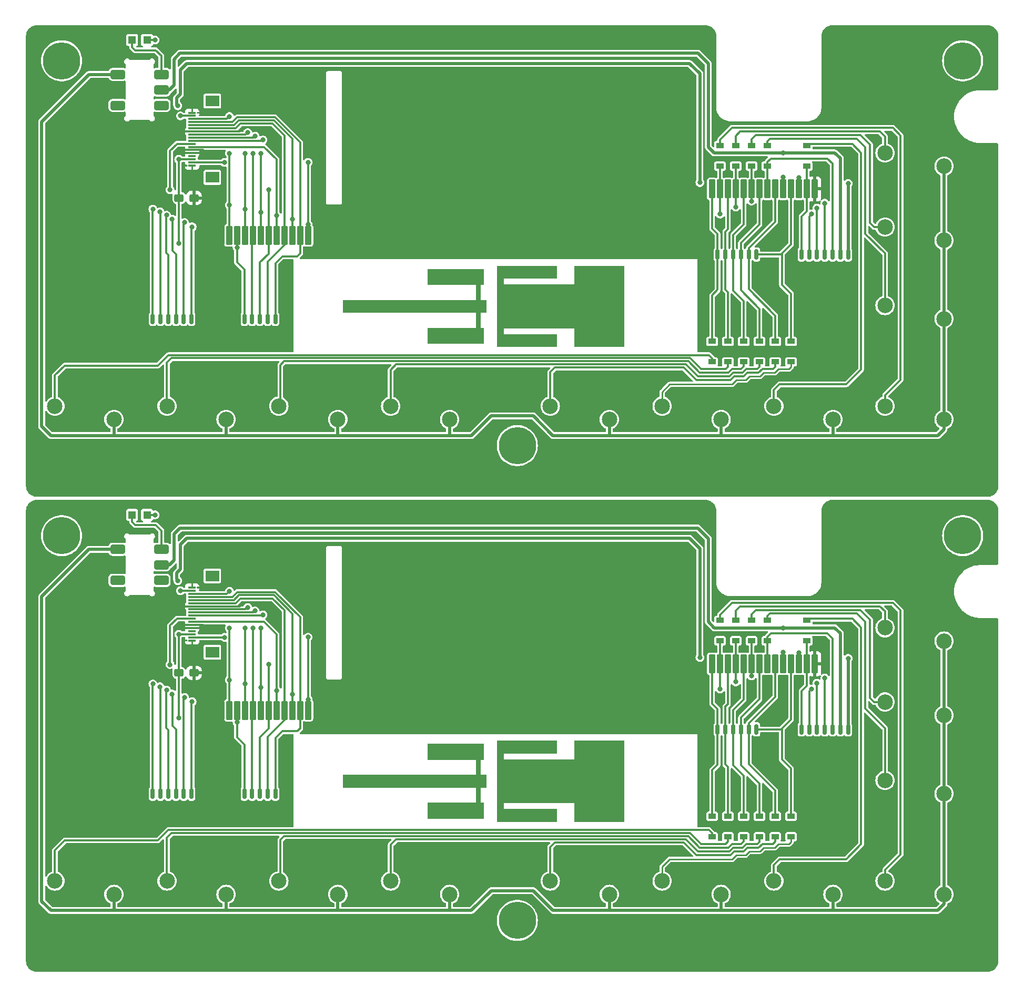
<source format=gbr>
%TF.GenerationSoftware,KiCad,Pcbnew,8.0.8*%
%TF.CreationDate,2025-02-23T19:37:12+09:00*%
%TF.ProjectId,Marre-Cover-V2.2,4d617272-652d-4436-9f76-65722d56322e,rev?*%
%TF.SameCoordinates,Original*%
%TF.FileFunction,Copper,L2,Bot*%
%TF.FilePolarity,Positive*%
%FSLAX46Y46*%
G04 Gerber Fmt 4.6, Leading zero omitted, Abs format (unit mm)*
G04 Created by KiCad (PCBNEW 8.0.8) date 2025-02-23 19:37:12*
%MOMM*%
%LPD*%
G01*
G04 APERTURE LIST*
G04 Aperture macros list*
%AMRoundRect*
0 Rectangle with rounded corners*
0 $1 Rounding radius*
0 $2 $3 $4 $5 $6 $7 $8 $9 X,Y pos of 4 corners*
0 Add a 4 corners polygon primitive as box body*
4,1,4,$2,$3,$4,$5,$6,$7,$8,$9,$2,$3,0*
0 Add four circle primitives for the rounded corners*
1,1,$1+$1,$2,$3*
1,1,$1+$1,$4,$5*
1,1,$1+$1,$6,$7*
1,1,$1+$1,$8,$9*
0 Add four rect primitives between the rounded corners*
20,1,$1+$1,$2,$3,$4,$5,0*
20,1,$1+$1,$4,$5,$6,$7,0*
20,1,$1+$1,$6,$7,$8,$9,0*
20,1,$1+$1,$8,$9,$2,$3,0*%
G04 Aperture macros list end*
%TA.AperFunction,EtchedComponent*%
%ADD10C,0.120000*%
%TD*%
%TA.AperFunction,SMDPad,CuDef*%
%ADD11R,1.200000X0.900000*%
%TD*%
%TA.AperFunction,SMDPad,CuDef*%
%ADD12RoundRect,0.154412X-0.370588X-1.345588X0.370588X-1.345588X0.370588X1.345588X-0.370588X1.345588X0*%
%TD*%
%TA.AperFunction,SMDPad,CuDef*%
%ADD13RoundRect,0.150000X-0.150000X-0.700000X0.150000X-0.700000X0.150000X0.700000X-0.150000X0.700000X0*%
%TD*%
%TA.AperFunction,SMDPad,CuDef*%
%ADD14RoundRect,0.250000X-0.250000X-1.100000X0.250000X-1.100000X0.250000X1.100000X-0.250000X1.100000X0*%
%TD*%
%TA.AperFunction,SMDPad,CuDef*%
%ADD15RoundRect,0.150000X0.150000X0.700000X-0.150000X0.700000X-0.150000X-0.700000X0.150000X-0.700000X0*%
%TD*%
%TA.AperFunction,SMDPad,CuDef*%
%ADD16RoundRect,0.250000X0.250000X1.100000X-0.250000X1.100000X-0.250000X-1.100000X0.250000X-1.100000X0*%
%TD*%
%TA.AperFunction,ComponentPad*%
%ADD17C,2.500000*%
%TD*%
%TA.AperFunction,SMDPad,CuDef*%
%ADD18RoundRect,0.375000X0.825000X-0.375000X0.825000X0.375000X-0.825000X0.375000X-0.825000X-0.375000X0*%
%TD*%
%TA.AperFunction,ComponentPad*%
%ADD19C,6.000000*%
%TD*%
%TA.AperFunction,SMDPad,CuDef*%
%ADD20R,1.300000X0.300000*%
%TD*%
%TA.AperFunction,SMDPad,CuDef*%
%ADD21R,2.200000X1.800000*%
%TD*%
%TA.AperFunction,SMDPad,CuDef*%
%ADD22RoundRect,0.154412X0.370588X1.345588X-0.370588X1.345588X-0.370588X-1.345588X0.370588X-1.345588X0*%
%TD*%
%TA.AperFunction,SMDPad,CuDef*%
%ADD23RoundRect,0.312500X0.437500X0.312500X-0.437500X0.312500X-0.437500X-0.312500X0.437500X-0.312500X0*%
%TD*%
%TA.AperFunction,SMDPad,CuDef*%
%ADD24R,1.300000X1.300000*%
%TD*%
%TA.AperFunction,ViaPad*%
%ADD25C,0.800000*%
%TD*%
%TA.AperFunction,Conductor*%
%ADD26C,0.300000*%
%TD*%
%TA.AperFunction,Conductor*%
%ADD27C,0.500000*%
%TD*%
%TA.AperFunction,Conductor*%
%ADD28C,0.250000*%
%TD*%
G04 APERTURE END LIST*
D10*
%TO.C,A1*%
X113260000Y-140230000D02*
X104760000Y-140230000D01*
X104760000Y-141230000D01*
X116160000Y-141230000D01*
X116160000Y-138230000D01*
X124160000Y-138230000D01*
X124160000Y-151230000D01*
X116160000Y-151230000D01*
X116160000Y-148230000D01*
X104760000Y-148230000D01*
X104760000Y-149230000D01*
X113260000Y-149230000D01*
X113260000Y-151230000D01*
X103760000Y-151230000D01*
X103760000Y-138230000D01*
X113260000Y-138230000D01*
X113260000Y-140230000D01*
%TA.AperFunction,EtchedComponent*%
G36*
X113260000Y-140230000D02*
G01*
X104760000Y-140230000D01*
X104760000Y-141230000D01*
X116160000Y-141230000D01*
X116160000Y-138230000D01*
X124160000Y-138230000D01*
X124160000Y-151230000D01*
X116160000Y-151230000D01*
X116160000Y-148230000D01*
X104760000Y-148230000D01*
X104760000Y-149230000D01*
X113260000Y-149230000D01*
X113260000Y-151230000D01*
X103760000Y-151230000D01*
X103760000Y-138230000D01*
X113260000Y-138230000D01*
X113260000Y-140230000D01*
G37*
%TD.AperFunction*%
X101560000Y-141230000D02*
X101060000Y-141230000D01*
X101060000Y-143730000D01*
X101960000Y-143730000D01*
X101960000Y-145730000D01*
X101060000Y-145730000D01*
X101060000Y-148230000D01*
X101560000Y-148230000D01*
X101560000Y-150730000D01*
X92560000Y-150730000D01*
X92560000Y-148230000D01*
X100360000Y-148230000D01*
X100360000Y-145730000D01*
X78960000Y-145730000D01*
X78960000Y-143730000D01*
X100360000Y-143730000D01*
X100360000Y-141230000D01*
X92560000Y-141230000D01*
X92560000Y-138730000D01*
X101560000Y-138730000D01*
X101560000Y-141230000D01*
%TA.AperFunction,EtchedComponent*%
G36*
X101560000Y-141230000D02*
G01*
X101060000Y-141230000D01*
X101060000Y-143730000D01*
X101960000Y-143730000D01*
X101960000Y-145730000D01*
X101060000Y-145730000D01*
X101060000Y-148230000D01*
X101560000Y-148230000D01*
X101560000Y-150730000D01*
X92560000Y-150730000D01*
X92560000Y-148230000D01*
X100360000Y-148230000D01*
X100360000Y-145730000D01*
X78960000Y-145730000D01*
X78960000Y-143730000D01*
X100360000Y-143730000D01*
X100360000Y-141230000D01*
X92560000Y-141230000D01*
X92560000Y-138730000D01*
X101560000Y-138730000D01*
X101560000Y-141230000D01*
G37*
%TD.AperFunction*%
X113260000Y-63730000D02*
X104760000Y-63730000D01*
X104760000Y-64730000D01*
X116160000Y-64730000D01*
X116160000Y-61730000D01*
X124160000Y-61730000D01*
X124160000Y-74730000D01*
X116160000Y-74730000D01*
X116160000Y-71730000D01*
X104760000Y-71730000D01*
X104760000Y-72730000D01*
X113260000Y-72730000D01*
X113260000Y-74730000D01*
X103760000Y-74730000D01*
X103760000Y-61730000D01*
X113260000Y-61730000D01*
X113260000Y-63730000D01*
%TA.AperFunction,EtchedComponent*%
G36*
X113260000Y-63730000D02*
G01*
X104760000Y-63730000D01*
X104760000Y-64730000D01*
X116160000Y-64730000D01*
X116160000Y-61730000D01*
X124160000Y-61730000D01*
X124160000Y-74730000D01*
X116160000Y-74730000D01*
X116160000Y-71730000D01*
X104760000Y-71730000D01*
X104760000Y-72730000D01*
X113260000Y-72730000D01*
X113260000Y-74730000D01*
X103760000Y-74730000D01*
X103760000Y-61730000D01*
X113260000Y-61730000D01*
X113260000Y-63730000D01*
G37*
%TD.AperFunction*%
X101560000Y-64730000D02*
X101060000Y-64730000D01*
X101060000Y-67230000D01*
X101960000Y-67230000D01*
X101960000Y-69230000D01*
X101060000Y-69230000D01*
X101060000Y-71730000D01*
X101560000Y-71730000D01*
X101560000Y-74230000D01*
X92560000Y-74230000D01*
X92560000Y-71730000D01*
X100360000Y-71730000D01*
X100360000Y-69230000D01*
X78960000Y-69230000D01*
X78960000Y-67230000D01*
X100360000Y-67230000D01*
X100360000Y-64730000D01*
X92560000Y-64730000D01*
X92560000Y-62230000D01*
X101560000Y-62230000D01*
X101560000Y-64730000D01*
%TA.AperFunction,EtchedComponent*%
G36*
X101560000Y-64730000D02*
G01*
X101060000Y-64730000D01*
X101060000Y-67230000D01*
X101960000Y-67230000D01*
X101960000Y-69230000D01*
X101060000Y-69230000D01*
X101060000Y-71730000D01*
X101560000Y-71730000D01*
X101560000Y-74230000D01*
X92560000Y-74230000D01*
X92560000Y-71730000D01*
X100360000Y-71730000D01*
X100360000Y-69230000D01*
X78960000Y-69230000D01*
X78960000Y-67230000D01*
X100360000Y-67230000D01*
X100360000Y-64730000D01*
X92560000Y-64730000D01*
X92560000Y-62230000D01*
X101560000Y-62230000D01*
X101560000Y-64730000D01*
G37*
%TD.AperFunction*%
%TD*%
D11*
%TO.P,D4,1,A*%
%TO.N,/LED_OUT_03*%
X143440000Y-150400000D03*
%TO.P,D4,2,K*%
%TO.N,Net-(D4-K)*%
X143440000Y-153700000D03*
%TD*%
D12*
%TO.P,J1,B7,Pin_14*%
%TO.N,GNDPWR*%
X154870000Y-125850000D03*
%TO.P,J1,B6,Pin_12*%
%TO.N,Net-(J1-Pin_12)*%
X152330000Y-125850000D03*
%TO.P,J1,B5,Pin_10*%
%TO.N,Net-(J1-Pin_10)*%
X149790000Y-125850000D03*
%TO.P,J1,B4,Pin_8*%
%TO.N,/FRIGE*%
X147250000Y-125850000D03*
%TO.P,J1,B3,Pin_6*%
%TO.N,/TV*%
X144710000Y-125850000D03*
%TO.P,J1,B2,Pin_4*%
%TO.N,/INV*%
X142170000Y-125850000D03*
%TO.P,J1,B1,Pin_2*%
%TO.N,/LED_OUT_08*%
X139630000Y-125850000D03*
%TO.P,J1,A7,Pin_13*%
%TO.N,/LED_OUT_07*%
X153600000Y-125850000D03*
%TO.P,J1,A6,Pin_11*%
%TO.N,/LED_OUT_06*%
X151060000Y-125850000D03*
%TO.P,J1,A5,Pin_9*%
%TO.N,/LED_OUT_05*%
X148520000Y-125850000D03*
%TO.P,J1,A4,Pin_7*%
%TO.N,/LED_OUT_04*%
X145980000Y-125850000D03*
%TO.P,J1,A3,Pin_5*%
%TO.N,/LED_OUT_03*%
X143440000Y-125850000D03*
%TO.P,J1,A2,Pin_3*%
%TO.N,/LED_OUT_02*%
X140900000Y-125850000D03*
%TO.P,J1,A1,Pin_1*%
%TO.N,/LED_OUT_01*%
X138360000Y-125850000D03*
%TD*%
D11*
%TO.P,D16,1,A*%
%TO.N,/INV*%
X142170000Y-122150000D03*
%TO.P,D16,2,K*%
%TO.N,Net-(D16-K)*%
X142170000Y-118850000D03*
%TD*%
%TO.P,D5,1,A*%
%TO.N,/LED_OUT_04*%
X145980000Y-150400000D03*
%TO.P,D5,2,K*%
%TO.N,Net-(D5-K)*%
X145980000Y-153700000D03*
%TD*%
D13*
%TO.P,J7,1,Pin_6*%
%TO.N,GNDPWR*%
X61810000Y-146780000D03*
%TO.P,J7,2,Pin_5*%
%TO.N,+3.3V*%
X63060000Y-146780000D03*
%TO.P,J7,3,Pin_4*%
%TO.N,ST-7789V-SDA*%
X64310000Y-146780000D03*
%TO.P,J7,4,Pin_3*%
%TO.N,ST-7789V-CS*%
X65560000Y-146780000D03*
%TO.P,J7,5,Pin_2*%
%TO.N,ST-7789V-TP_SCL*%
X66810000Y-146780000D03*
%TO.P,J7,6,Pin_1*%
%TO.N,ST-7789V-TP_TRST*%
X68060000Y-146780000D03*
D14*
%TO.P,J7,MP,Pin_7*%
%TO.N,GNDPWR*%
X59960000Y-143580000D03*
X69910000Y-143580000D03*
%TD*%
D11*
%TO.P,D2,1,A*%
%TO.N,/LED_OUT_01*%
X138360000Y-150400000D03*
%TO.P,D2,2,K*%
%TO.N,Net-(D2-K)*%
X138360000Y-153700000D03*
%TD*%
%TO.P,D7,1,A*%
%TO.N,/FRIGE*%
X147250000Y-122150000D03*
%TO.P,D7,2,K*%
%TO.N,Net-(D7-K)*%
X147250000Y-118850000D03*
%TD*%
D15*
%TO.P,J9,1,Pin_8*%
%TO.N,GNDPWR*%
X161500000Y-136420000D03*
%TO.P,J9,2,Pin_7*%
%TO.N,Net-(J1-Pin_12)*%
X160250000Y-136420000D03*
%TO.P,J9,3,Pin_6*%
%TO.N,Net-(J1-Pin_10)*%
X159000000Y-136420000D03*
%TO.P,J9,4,Pin_5*%
%TO.N,/FRIGE*%
X157750000Y-136420000D03*
%TO.P,J9,5,Pin_4*%
%TO.N,/TV*%
X156500000Y-136420000D03*
%TO.P,J9,6,Pin_3*%
%TO.N,/INV*%
X155250000Y-136420000D03*
%TO.P,J9,7,Pin_2*%
%TO.N,/LED_OUT_08*%
X154000000Y-136420000D03*
%TO.P,J9,8,Pin_1*%
%TO.N,/LED_OUT_07*%
X152750000Y-136420000D03*
D16*
%TO.P,J9,MP,Pin_9*%
%TO.N,GNDPWR*%
X163350000Y-139620000D03*
X150900000Y-139620000D03*
%TD*%
D11*
%TO.P,D6,1,A*%
%TO.N,/TV*%
X144710000Y-122150000D03*
%TO.P,D6,2,K*%
%TO.N,Net-(D6-K)*%
X144710000Y-118850000D03*
%TD*%
D17*
%TO.P,SW10,1,A*%
%TO.N,Net-(D14-K)*%
X148310000Y-160840000D03*
%TO.P,SW10,2,B*%
%TO.N,Net-(SW10A-B)*%
X157810000Y-162990000D03*
%TD*%
D18*
%TO.P,SW6,1,A*%
%TO.N,Net-(J1-Pin_12)*%
X49695000Y-112400000D03*
%TO.P,SW6,2,B*%
%TO.N,Net-(J1-Pin_10)*%
X49695000Y-109900000D03*
%TO.P,SW6,3,C*%
%TO.N,Net-(SW6A-C)*%
X49695000Y-107400000D03*
%TO.P,SW6,4,A*%
%TO.N,unconnected-(SW6B-A-Pad4)*%
X42695000Y-112400000D03*
%TO.P,SW6,5,B*%
%TO.N,GNDPWR*%
X42695000Y-109900000D03*
%TO.P,SW6,6,C*%
%TO.N,Net-(SW10A-B)*%
X42695000Y-107400000D03*
%TD*%
D19*
%TO.P,H1,1*%
%TO.N,N/C*%
X33650000Y-105200000D03*
%TD*%
D17*
%TO.P,SW11,1,A*%
%TO.N,Net-(D15-K)*%
X166190000Y-160840000D03*
%TO.P,SW11,2,B*%
%TO.N,Net-(SW10A-B)*%
X175690000Y-162990000D03*
%TD*%
%TO.P,SW4,1,A*%
%TO.N,Net-(D4-K)*%
X68610000Y-160840000D03*
%TO.P,SW4,2,B*%
%TO.N,Net-(SW10A-B)*%
X78110000Y-162990000D03*
%TD*%
D19*
%TO.P,H2,1*%
%TO.N,N/C*%
X107000000Y-167200000D03*
%TD*%
D17*
%TO.P,SW7,1,A*%
%TO.N,Net-(D7-K)*%
X166190000Y-144620000D03*
%TO.P,SW7,2,B*%
%TO.N,Net-(SW10A-B)*%
X175690000Y-146770000D03*
%TD*%
%TO.P,SW3,1,A*%
%TO.N,Net-(D3-K)*%
X50610000Y-160840000D03*
%TO.P,SW3,2,B*%
%TO.N,Net-(SW10A-B)*%
X60110000Y-162990000D03*
%TD*%
%TO.P,SW8,1,A*%
%TO.N,Net-(D12-K)*%
X112310000Y-160840000D03*
%TO.P,SW8,2,B*%
%TO.N,Net-(SW10A-B)*%
X121810000Y-162990000D03*
%TD*%
%TO.P,SW1,1,A*%
%TO.N,Net-(D6-K)*%
X166190000Y-131990000D03*
%TO.P,SW1,2,B*%
%TO.N,Net-(SW10A-B)*%
X175690000Y-134140000D03*
%TD*%
D19*
%TO.P,H4,1*%
%TO.N,N/C*%
X178700000Y-105200000D03*
%TD*%
D17*
%TO.P,SW2,1,A*%
%TO.N,Net-(D2-K)*%
X32560000Y-160840000D03*
%TO.P,SW2,2,B*%
%TO.N,Net-(SW10A-B)*%
X42060000Y-162990000D03*
%TD*%
%TO.P,SW12,1,A*%
%TO.N,Net-(D16-K)*%
X166190000Y-120040000D03*
%TO.P,SW12,2,B*%
%TO.N,Net-(SW10A-B)*%
X175690000Y-122190000D03*
%TD*%
D11*
%TO.P,D3,1,A*%
%TO.N,/LED_OUT_02*%
X140900000Y-150400000D03*
%TO.P,D3,2,K*%
%TO.N,Net-(D3-K)*%
X140900000Y-153700000D03*
%TD*%
D17*
%TO.P,SW5,1,A*%
%TO.N,Net-(D5-K)*%
X86610000Y-160840000D03*
%TO.P,SW5,2,B*%
%TO.N,Net-(SW10A-B)*%
X96110000Y-162990000D03*
%TD*%
D20*
%TO.P,J2,1,Pin_1*%
%TO.N,GNDPWR*%
X54650000Y-122080000D03*
%TO.P,J2,2,Pin_2*%
%TO.N,ST-7789V-LED_K*%
X54650000Y-121580000D03*
%TO.P,J2,3,Pin_3*%
%TO.N,+3.3V*%
X54650000Y-121080000D03*
%TO.P,J2,4,Pin_4*%
%TO.N,+1.8V*%
X54650000Y-120580000D03*
%TO.P,J2,5,Pin_5*%
%TO.N,GNDPWR*%
X54650000Y-120080000D03*
%TO.P,J2,6,Pin_6*%
X54650000Y-119580000D03*
%TO.P,J2,7,Pin_7*%
%TO.N,ST-7789V-D{slash}C*%
X54650000Y-119080000D03*
%TO.P,J2,8,Pin_8*%
%TO.N,ST-7789V-CS*%
X54650000Y-118580000D03*
%TO.P,J2,9,Pin_9*%
%TO.N,ST-7789V-SCL*%
X54650000Y-118080000D03*
%TO.P,J2,10,Pin_10*%
%TO.N,ST-7789V-SDA*%
X54650000Y-117580000D03*
%TO.P,J2,11,Pin_11*%
%TO.N,ST-7789V-RESET*%
X54650000Y-117080000D03*
%TO.P,J2,12,Pin_12*%
%TO.N,GNDPWR*%
X54650000Y-116580000D03*
%TO.P,J2,13,Pin_13*%
%TO.N,ST-7789V-TP_SCL*%
X54650000Y-116080000D03*
%TO.P,J2,14,Pin_14*%
%TO.N,ST-7789V-TP_SDA*%
X54650000Y-115580000D03*
%TO.P,J2,15,Pin_15*%
%TO.N,ST-7789V-TP_TRST*%
X54650000Y-115080000D03*
%TO.P,J2,16,Pin_16*%
%TO.N,ST-7789V-TP_TINT*%
X54650000Y-114580000D03*
%TO.P,J2,17,Pin_17*%
%TO.N,+3.3V*%
X54650000Y-114080000D03*
%TO.P,J2,18,Pin_18*%
%TO.N,GNDPWR*%
X54650000Y-113580000D03*
D21*
%TO.P,J2,MP*%
%TO.N,N/C*%
X57900000Y-111680000D03*
X57900000Y-123980000D03*
%TD*%
D11*
%TO.P,D12,1,A*%
%TO.N,/LED_OUT_05*%
X148520000Y-150400000D03*
%TO.P,D12,2,K*%
%TO.N,Net-(D12-K)*%
X148520000Y-153700000D03*
%TD*%
D22*
%TO.P,J3,A1,Pin_1*%
%TO.N,ST-7789V-LED_K*%
X73320000Y-133340000D03*
%TO.P,J3,A2,Pin_2*%
%TO.N,ST-7789V-TP_SDA*%
X70780000Y-133340000D03*
%TO.P,J3,A3,Pin_3*%
%TO.N,ST-7789V-D{slash}C*%
X68240000Y-133340000D03*
%TO.P,J3,A4,Pin_4*%
%TO.N,ST-7789V-SCL*%
X65700000Y-133340000D03*
%TO.P,J3,A5,Pin_5*%
%TO.N,ST-7789V-RESET*%
X63160000Y-133340000D03*
%TO.P,J3,A6,Pin_6*%
%TO.N,ST-7789V-TP_TINT*%
X60620000Y-133340000D03*
%TO.P,J3,B1,Pin_7*%
%TO.N,ST-7789V-TP_TRST*%
X72050000Y-133340000D03*
%TO.P,J3,B2,Pin_8*%
%TO.N,ST-7789V-TP_SCL*%
X69510000Y-133340000D03*
%TO.P,J3,B3,Pin_9*%
%TO.N,ST-7789V-CS*%
X66970000Y-133340000D03*
%TO.P,J3,B4,Pin_10*%
%TO.N,ST-7789V-SDA*%
X64430000Y-133340000D03*
%TO.P,J3,B5,Pin_11*%
%TO.N,+3.3V*%
X61890000Y-133340000D03*
%TO.P,J3,B6,Pin_12*%
%TO.N,GNDPWR*%
X59350000Y-133340000D03*
%TD*%
D23*
%TO.P,C1,1*%
%TO.N,GNDPWR*%
X54950000Y-127300000D03*
%TO.P,C1,2*%
%TO.N,+3.3V*%
X52550000Y-127300000D03*
%TD*%
D15*
%TO.P,J8,1,Pin_7*%
%TO.N,/LED_OUT_06*%
X145500000Y-136420000D03*
%TO.P,J8,2,Pin_6*%
%TO.N,/LED_OUT_05*%
X144250000Y-136420000D03*
%TO.P,J8,3,Pin_5*%
%TO.N,/LED_OUT_04*%
X143000000Y-136420000D03*
%TO.P,J8,4,Pin_4*%
%TO.N,/LED_OUT_03*%
X141750000Y-136420000D03*
%TO.P,J8,5,Pin_3*%
%TO.N,/LED_OUT_02*%
X140500000Y-136420000D03*
%TO.P,J8,6,Pin_2*%
%TO.N,/LED_OUT_01*%
X139250000Y-136420000D03*
D16*
%TO.P,J8,MP,Pin_1*%
%TO.N,GNDPWR*%
X147350000Y-139620000D03*
X137400000Y-139620000D03*
%TD*%
D13*
%TO.P,J6,1,Pin_7*%
%TO.N,ST-7789V-TP_TINT*%
X48310000Y-146780000D03*
%TO.P,J6,2,Pin_6*%
%TO.N,ST-7789V-RESET*%
X49560000Y-146780000D03*
%TO.P,J6,3,Pin_5*%
%TO.N,ST-7789V-SCL*%
X50810000Y-146780000D03*
%TO.P,J6,4,Pin_4*%
%TO.N,ST-7789V-D{slash}C*%
X52060000Y-146780000D03*
%TO.P,J6,5,Pin_3*%
%TO.N,ST-7789V-TP_SDA*%
X53310000Y-146780000D03*
%TO.P,J6,6,Pin_2*%
%TO.N,ST-7789V-LED_K*%
X54560000Y-146780000D03*
D14*
%TO.P,J6,MP,Pin_1*%
%TO.N,GNDPWR*%
X46460000Y-143580000D03*
X56410000Y-143580000D03*
%TD*%
D24*
%TO.P,R3,1*%
%TO.N,Net-(SW6A-C)*%
X44995000Y-101860000D03*
%TO.P,R3,2*%
%TO.N,Net-(D1-A)*%
X47395000Y-101860000D03*
%TD*%
D11*
%TO.P,D14,1,A*%
%TO.N,/LED_OUT_07*%
X153600000Y-122150000D03*
%TO.P,D14,2,K*%
%TO.N,Net-(D14-K)*%
X153600000Y-118850000D03*
%TD*%
%TO.P,D15,1,A*%
%TO.N,/LED_OUT_08*%
X139630000Y-122150000D03*
%TO.P,D15,2,K*%
%TO.N,Net-(D15-K)*%
X139630000Y-118850000D03*
%TD*%
%TO.P,D13,1,A*%
%TO.N,/LED_OUT_06*%
X151060000Y-150400000D03*
%TO.P,D13,2,K*%
%TO.N,Net-(D13-K)*%
X151060000Y-153700000D03*
%TD*%
D17*
%TO.P,SW9,1,A*%
%TO.N,Net-(D13-K)*%
X130310000Y-160840000D03*
%TO.P,SW9,2,B*%
%TO.N,Net-(SW10A-B)*%
X139810000Y-162990000D03*
%TD*%
%TO.P,SW9,1,A*%
%TO.N,Net-(D13-K)*%
X130310000Y-84340000D03*
%TO.P,SW9,2,B*%
%TO.N,Net-(SW10A-B)*%
X139810000Y-86490000D03*
%TD*%
%TO.P,SW2,1,A*%
%TO.N,Net-(D2-K)*%
X32560000Y-84340000D03*
%TO.P,SW2,2,B*%
%TO.N,Net-(SW10A-B)*%
X42060000Y-86490000D03*
%TD*%
%TO.P,SW12,1,A*%
%TO.N,Net-(D16-K)*%
X166190000Y-43540000D03*
%TO.P,SW12,2,B*%
%TO.N,Net-(SW10A-B)*%
X175690000Y-45690000D03*
%TD*%
D19*
%TO.P,H4,1*%
%TO.N,N/C*%
X178700000Y-28700000D03*
%TD*%
D17*
%TO.P,SW1,1,A*%
%TO.N,Net-(D6-K)*%
X166190000Y-55490000D03*
%TO.P,SW1,2,B*%
%TO.N,Net-(SW10A-B)*%
X175690000Y-57640000D03*
%TD*%
%TO.P,SW8,1,A*%
%TO.N,Net-(D12-K)*%
X112310000Y-84340000D03*
%TO.P,SW8,2,B*%
%TO.N,Net-(SW10A-B)*%
X121810000Y-86490000D03*
%TD*%
D19*
%TO.P,H2,1*%
%TO.N,N/C*%
X107000000Y-90700000D03*
%TD*%
D17*
%TO.P,SW4,1,A*%
%TO.N,Net-(D4-K)*%
X68610000Y-84340000D03*
%TO.P,SW4,2,B*%
%TO.N,Net-(SW10A-B)*%
X78110000Y-86490000D03*
%TD*%
%TO.P,SW3,1,A*%
%TO.N,Net-(D3-K)*%
X50610000Y-84340000D03*
%TO.P,SW3,2,B*%
%TO.N,Net-(SW10A-B)*%
X60110000Y-86490000D03*
%TD*%
%TO.P,SW7,1,A*%
%TO.N,Net-(D7-K)*%
X166190000Y-68120000D03*
%TO.P,SW7,2,B*%
%TO.N,Net-(SW10A-B)*%
X175690000Y-70270000D03*
%TD*%
%TO.P,SW11,1,A*%
%TO.N,Net-(D15-K)*%
X166190000Y-84340000D03*
%TO.P,SW11,2,B*%
%TO.N,Net-(SW10A-B)*%
X175690000Y-86490000D03*
%TD*%
D19*
%TO.P,H1,1*%
%TO.N,N/C*%
X33650000Y-28700000D03*
%TD*%
D18*
%TO.P,SW6,1,A*%
%TO.N,Net-(J1-Pin_12)*%
X49695000Y-35900000D03*
%TO.P,SW6,2,B*%
%TO.N,Net-(J1-Pin_10)*%
X49695000Y-33400000D03*
%TO.P,SW6,3,C*%
%TO.N,Net-(SW6A-C)*%
X49695000Y-30900000D03*
%TO.P,SW6,4,A*%
%TO.N,unconnected-(SW6B-A-Pad4)*%
X42695000Y-35900000D03*
%TO.P,SW6,5,B*%
%TO.N,GNDPWR*%
X42695000Y-33400000D03*
%TO.P,SW6,6,C*%
%TO.N,Net-(SW10A-B)*%
X42695000Y-30900000D03*
%TD*%
D17*
%TO.P,SW10,1,A*%
%TO.N,Net-(D14-K)*%
X148310000Y-84340000D03*
%TO.P,SW10,2,B*%
%TO.N,Net-(SW10A-B)*%
X157810000Y-86490000D03*
%TD*%
%TO.P,SW5,1,A*%
%TO.N,Net-(D5-K)*%
X86610000Y-84340000D03*
%TO.P,SW5,2,B*%
%TO.N,Net-(SW10A-B)*%
X96110000Y-86490000D03*
%TD*%
D11*
%TO.P,D13,1,A*%
%TO.N,/LED_OUT_06*%
X151060000Y-73900000D03*
%TO.P,D13,2,K*%
%TO.N,Net-(D13-K)*%
X151060000Y-77200000D03*
%TD*%
%TO.P,D12,1,A*%
%TO.N,/LED_OUT_05*%
X148520000Y-73900000D03*
%TO.P,D12,2,K*%
%TO.N,Net-(D12-K)*%
X148520000Y-77200000D03*
%TD*%
%TO.P,D15,1,A*%
%TO.N,/LED_OUT_08*%
X139630000Y-45650000D03*
%TO.P,D15,2,K*%
%TO.N,Net-(D15-K)*%
X139630000Y-42350000D03*
%TD*%
%TO.P,D3,1,A*%
%TO.N,/LED_OUT_02*%
X140900000Y-73900000D03*
%TO.P,D3,2,K*%
%TO.N,Net-(D3-K)*%
X140900000Y-77200000D03*
%TD*%
%TO.P,D14,1,A*%
%TO.N,/LED_OUT_07*%
X153600000Y-45650000D03*
%TO.P,D14,2,K*%
%TO.N,Net-(D14-K)*%
X153600000Y-42350000D03*
%TD*%
D24*
%TO.P,R3,1*%
%TO.N,Net-(SW6A-C)*%
X44995000Y-25360000D03*
%TO.P,R3,2*%
%TO.N,Net-(D1-A)*%
X47395000Y-25360000D03*
%TD*%
D15*
%TO.P,J8,1,Pin_7*%
%TO.N,/LED_OUT_06*%
X145500000Y-59920000D03*
%TO.P,J8,2,Pin_6*%
%TO.N,/LED_OUT_05*%
X144250000Y-59920000D03*
%TO.P,J8,3,Pin_5*%
%TO.N,/LED_OUT_04*%
X143000000Y-59920000D03*
%TO.P,J8,4,Pin_4*%
%TO.N,/LED_OUT_03*%
X141750000Y-59920000D03*
%TO.P,J8,5,Pin_3*%
%TO.N,/LED_OUT_02*%
X140500000Y-59920000D03*
%TO.P,J8,6,Pin_2*%
%TO.N,/LED_OUT_01*%
X139250000Y-59920000D03*
D16*
%TO.P,J8,MP,Pin_1*%
%TO.N,GNDPWR*%
X147350000Y-63120000D03*
X137400000Y-63120000D03*
%TD*%
D23*
%TO.P,C1,1*%
%TO.N,GNDPWR*%
X54950000Y-50800000D03*
%TO.P,C1,2*%
%TO.N,+3.3V*%
X52550000Y-50800000D03*
%TD*%
D22*
%TO.P,J3,A1,Pin_1*%
%TO.N,ST-7789V-LED_K*%
X73320000Y-56840000D03*
%TO.P,J3,A2,Pin_2*%
%TO.N,ST-7789V-TP_SDA*%
X70780000Y-56840000D03*
%TO.P,J3,A3,Pin_3*%
%TO.N,ST-7789V-D{slash}C*%
X68240000Y-56840000D03*
%TO.P,J3,A4,Pin_4*%
%TO.N,ST-7789V-SCL*%
X65700000Y-56840000D03*
%TO.P,J3,A5,Pin_5*%
%TO.N,ST-7789V-RESET*%
X63160000Y-56840000D03*
%TO.P,J3,A6,Pin_6*%
%TO.N,ST-7789V-TP_TINT*%
X60620000Y-56840000D03*
%TO.P,J3,B1,Pin_7*%
%TO.N,ST-7789V-TP_TRST*%
X72050000Y-56840000D03*
%TO.P,J3,B2,Pin_8*%
%TO.N,ST-7789V-TP_SCL*%
X69510000Y-56840000D03*
%TO.P,J3,B3,Pin_9*%
%TO.N,ST-7789V-CS*%
X66970000Y-56840000D03*
%TO.P,J3,B4,Pin_10*%
%TO.N,ST-7789V-SDA*%
X64430000Y-56840000D03*
%TO.P,J3,B5,Pin_11*%
%TO.N,+3.3V*%
X61890000Y-56840000D03*
%TO.P,J3,B6,Pin_12*%
%TO.N,GNDPWR*%
X59350000Y-56840000D03*
%TD*%
D13*
%TO.P,J6,1,Pin_7*%
%TO.N,ST-7789V-TP_TINT*%
X48310000Y-70280000D03*
%TO.P,J6,2,Pin_6*%
%TO.N,ST-7789V-RESET*%
X49560000Y-70280000D03*
%TO.P,J6,3,Pin_5*%
%TO.N,ST-7789V-SCL*%
X50810000Y-70280000D03*
%TO.P,J6,4,Pin_4*%
%TO.N,ST-7789V-D{slash}C*%
X52060000Y-70280000D03*
%TO.P,J6,5,Pin_3*%
%TO.N,ST-7789V-TP_SDA*%
X53310000Y-70280000D03*
%TO.P,J6,6,Pin_2*%
%TO.N,ST-7789V-LED_K*%
X54560000Y-70280000D03*
D14*
%TO.P,J6,MP,Pin_1*%
%TO.N,GNDPWR*%
X46460000Y-67080000D03*
X56410000Y-67080000D03*
%TD*%
D20*
%TO.P,J2,1,Pin_1*%
%TO.N,GNDPWR*%
X54650000Y-45580000D03*
%TO.P,J2,2,Pin_2*%
%TO.N,ST-7789V-LED_K*%
X54650000Y-45080000D03*
%TO.P,J2,3,Pin_3*%
%TO.N,+3.3V*%
X54650000Y-44580000D03*
%TO.P,J2,4,Pin_4*%
%TO.N,+1.8V*%
X54650000Y-44080000D03*
%TO.P,J2,5,Pin_5*%
%TO.N,GNDPWR*%
X54650000Y-43580000D03*
%TO.P,J2,6,Pin_6*%
X54650000Y-43080000D03*
%TO.P,J2,7,Pin_7*%
%TO.N,ST-7789V-D{slash}C*%
X54650000Y-42580000D03*
%TO.P,J2,8,Pin_8*%
%TO.N,ST-7789V-CS*%
X54650000Y-42080000D03*
%TO.P,J2,9,Pin_9*%
%TO.N,ST-7789V-SCL*%
X54650000Y-41580000D03*
%TO.P,J2,10,Pin_10*%
%TO.N,ST-7789V-SDA*%
X54650000Y-41080000D03*
%TO.P,J2,11,Pin_11*%
%TO.N,ST-7789V-RESET*%
X54650000Y-40580000D03*
%TO.P,J2,12,Pin_12*%
%TO.N,GNDPWR*%
X54650000Y-40080000D03*
%TO.P,J2,13,Pin_13*%
%TO.N,ST-7789V-TP_SCL*%
X54650000Y-39580000D03*
%TO.P,J2,14,Pin_14*%
%TO.N,ST-7789V-TP_SDA*%
X54650000Y-39080000D03*
%TO.P,J2,15,Pin_15*%
%TO.N,ST-7789V-TP_TRST*%
X54650000Y-38580000D03*
%TO.P,J2,16,Pin_16*%
%TO.N,ST-7789V-TP_TINT*%
X54650000Y-38080000D03*
%TO.P,J2,17,Pin_17*%
%TO.N,+3.3V*%
X54650000Y-37580000D03*
%TO.P,J2,18,Pin_18*%
%TO.N,GNDPWR*%
X54650000Y-37080000D03*
D21*
%TO.P,J2,MP*%
%TO.N,N/C*%
X57900000Y-35180000D03*
X57900000Y-47480000D03*
%TD*%
D11*
%TO.P,D6,1,A*%
%TO.N,/TV*%
X144710000Y-45650000D03*
%TO.P,D6,2,K*%
%TO.N,Net-(D6-K)*%
X144710000Y-42350000D03*
%TD*%
%TO.P,D16,1,A*%
%TO.N,/INV*%
X142170000Y-45650000D03*
%TO.P,D16,2,K*%
%TO.N,Net-(D16-K)*%
X142170000Y-42350000D03*
%TD*%
%TO.P,D7,1,A*%
%TO.N,/FRIGE*%
X147250000Y-45650000D03*
%TO.P,D7,2,K*%
%TO.N,Net-(D7-K)*%
X147250000Y-42350000D03*
%TD*%
D15*
%TO.P,J9,1,Pin_8*%
%TO.N,GNDPWR*%
X161500000Y-59920000D03*
%TO.P,J9,2,Pin_7*%
%TO.N,Net-(J1-Pin_12)*%
X160250000Y-59920000D03*
%TO.P,J9,3,Pin_6*%
%TO.N,Net-(J1-Pin_10)*%
X159000000Y-59920000D03*
%TO.P,J9,4,Pin_5*%
%TO.N,/FRIGE*%
X157750000Y-59920000D03*
%TO.P,J9,5,Pin_4*%
%TO.N,/TV*%
X156500000Y-59920000D03*
%TO.P,J9,6,Pin_3*%
%TO.N,/INV*%
X155250000Y-59920000D03*
%TO.P,J9,7,Pin_2*%
%TO.N,/LED_OUT_08*%
X154000000Y-59920000D03*
%TO.P,J9,8,Pin_1*%
%TO.N,/LED_OUT_07*%
X152750000Y-59920000D03*
D16*
%TO.P,J9,MP,Pin_9*%
%TO.N,GNDPWR*%
X163350000Y-63120000D03*
X150900000Y-63120000D03*
%TD*%
D11*
%TO.P,D5,1,A*%
%TO.N,/LED_OUT_04*%
X145980000Y-73900000D03*
%TO.P,D5,2,K*%
%TO.N,Net-(D5-K)*%
X145980000Y-77200000D03*
%TD*%
D12*
%TO.P,J1,B7,Pin_14*%
%TO.N,GNDPWR*%
X154870000Y-49350000D03*
%TO.P,J1,B6,Pin_12*%
%TO.N,Net-(J1-Pin_12)*%
X152330000Y-49350000D03*
%TO.P,J1,B5,Pin_10*%
%TO.N,Net-(J1-Pin_10)*%
X149790000Y-49350000D03*
%TO.P,J1,B4,Pin_8*%
%TO.N,/FRIGE*%
X147250000Y-49350000D03*
%TO.P,J1,B3,Pin_6*%
%TO.N,/TV*%
X144710000Y-49350000D03*
%TO.P,J1,B2,Pin_4*%
%TO.N,/INV*%
X142170000Y-49350000D03*
%TO.P,J1,B1,Pin_2*%
%TO.N,/LED_OUT_08*%
X139630000Y-49350000D03*
%TO.P,J1,A7,Pin_13*%
%TO.N,/LED_OUT_07*%
X153600000Y-49350000D03*
%TO.P,J1,A6,Pin_11*%
%TO.N,/LED_OUT_06*%
X151060000Y-49350000D03*
%TO.P,J1,A5,Pin_9*%
%TO.N,/LED_OUT_05*%
X148520000Y-49350000D03*
%TO.P,J1,A4,Pin_7*%
%TO.N,/LED_OUT_04*%
X145980000Y-49350000D03*
%TO.P,J1,A3,Pin_5*%
%TO.N,/LED_OUT_03*%
X143440000Y-49350000D03*
%TO.P,J1,A2,Pin_3*%
%TO.N,/LED_OUT_02*%
X140900000Y-49350000D03*
%TO.P,J1,A1,Pin_1*%
%TO.N,/LED_OUT_01*%
X138360000Y-49350000D03*
%TD*%
D11*
%TO.P,D2,1,A*%
%TO.N,/LED_OUT_01*%
X138360000Y-73900000D03*
%TO.P,D2,2,K*%
%TO.N,Net-(D2-K)*%
X138360000Y-77200000D03*
%TD*%
%TO.P,D4,1,A*%
%TO.N,/LED_OUT_03*%
X143440000Y-73900000D03*
%TO.P,D4,2,K*%
%TO.N,Net-(D4-K)*%
X143440000Y-77200000D03*
%TD*%
D13*
%TO.P,J7,1,Pin_6*%
%TO.N,GNDPWR*%
X61810000Y-70280000D03*
%TO.P,J7,2,Pin_5*%
%TO.N,+3.3V*%
X63060000Y-70280000D03*
%TO.P,J7,3,Pin_4*%
%TO.N,ST-7789V-SDA*%
X64310000Y-70280000D03*
%TO.P,J7,4,Pin_3*%
%TO.N,ST-7789V-CS*%
X65560000Y-70280000D03*
%TO.P,J7,5,Pin_2*%
%TO.N,ST-7789V-TP_SCL*%
X66810000Y-70280000D03*
%TO.P,J7,6,Pin_1*%
%TO.N,ST-7789V-TP_TRST*%
X68060000Y-70280000D03*
D14*
%TO.P,J7,MP,Pin_7*%
%TO.N,GNDPWR*%
X59960000Y-67080000D03*
X69910000Y-67080000D03*
%TD*%
D25*
%TO.N,+3.3V*%
X61890000Y-135280000D03*
%TO.N,Net-(J1-Pin_12)*%
X160250000Y-124970000D03*
X152300000Y-124060000D03*
X49695000Y-112400000D03*
X52350000Y-112450000D03*
%TO.N,Net-(J1-Pin_10)*%
X149790000Y-120050000D03*
%TO.N,/INV*%
X155230000Y-128960000D03*
%TO.N,ST-7789V-TP_TINT*%
X48330000Y-129100000D03*
%TO.N,/TV*%
X156490000Y-128150000D03*
%TO.N,/INV*%
X142170000Y-128760000D03*
%TO.N,/TV*%
X144700000Y-127800000D03*
%TO.N,+3.3V*%
X52500000Y-121090000D03*
%TO.N,ST-7789V-TP_TINT*%
X60660000Y-114170000D03*
%TO.N,+3.3V*%
X52770000Y-114080000D03*
%TO.N,ST-7789V-TP_SDA*%
X70790000Y-130740000D03*
%TO.N,ST-7789V-RESET*%
X63150000Y-120100000D03*
%TO.N,ST-7789V-TP_TINT*%
X60650000Y-120100000D03*
%TO.N,ST-7789V-TP_SDA*%
X53450000Y-131260000D03*
%TO.N,Net-(J1-Pin_10)*%
X149780000Y-123980000D03*
%TO.N,+3.3V*%
X52510000Y-134580000D03*
%TO.N,ST-7789V-TP_TINT*%
X60630000Y-128440000D03*
%TO.N,Net-(J1-Pin_12)*%
X136390000Y-124820000D03*
%TO.N,ST-7789V-SDA*%
X64780000Y-117330500D03*
%TO.N,ST-7789V-SCL*%
X66040000Y-117960000D03*
X65710000Y-129630000D03*
X50530000Y-130080000D03*
%TO.N,ST-7789V-SDA*%
X64450000Y-120100000D03*
%TO.N,ST-7789V-SCL*%
X65700000Y-120100000D03*
%TO.N,ST-7789V-RESET*%
X63170000Y-129070000D03*
X49480000Y-129550000D03*
X63590000Y-116780000D03*
%TO.N,GNDPWR*%
X108650000Y-120425000D03*
X51450000Y-117290000D03*
X144590000Y-131180000D03*
X120630000Y-156560000D03*
%TO.N,ST-7789V-LED_K*%
X73310000Y-121570000D03*
%TO.N,/LED_OUT_08*%
X154350000Y-129910000D03*
%TO.N,Net-(D1-A)*%
X48680000Y-101860000D03*
%TO.N,ST-7789V-LED_K*%
X54660000Y-131960000D03*
%TO.N,/LED_OUT_08*%
X139640000Y-129900000D03*
%TO.N,GNDPWR*%
X43240000Y-101860000D03*
%TO.N,ST-7789V-D{slash}C*%
X51440000Y-130730000D03*
X68250000Y-130130000D03*
%TO.N,ST-7789V-LED_K*%
X73330000Y-131600000D03*
X59850000Y-121580000D03*
%TO.N,GNDPWR*%
X147180000Y-131050000D03*
X156090000Y-154510000D03*
%TO.N,ST-7789V-CS*%
X51100000Y-125980000D03*
X67010000Y-125950000D03*
%TO.N,GNDPWR*%
X108700000Y-115125000D03*
X156540000Y-126210000D03*
X142110000Y-131320000D03*
X149240000Y-133350000D03*
X68000000Y-118950000D03*
X94930000Y-155080000D03*
X59310000Y-113440000D03*
X58580000Y-155080000D03*
X56960000Y-113450000D03*
X57100000Y-120550000D03*
X136550000Y-158250000D03*
X167240000Y-154200000D03*
X76720000Y-155080000D03*
X139690000Y-131800000D03*
X40800000Y-155900000D03*
X46500000Y-117500000D03*
X143200000Y-157900000D03*
X58600000Y-120550000D03*
X40800000Y-153300000D03*
%TO.N,+3.3V*%
X61890000Y-58780000D03*
%TO.N,GNDPWR*%
X59310000Y-36940000D03*
X156540000Y-49710000D03*
X108700000Y-38625000D03*
X94930000Y-78580000D03*
X149240000Y-56850000D03*
X68000000Y-42450000D03*
X142110000Y-54820000D03*
X139690000Y-55300000D03*
X76720000Y-78580000D03*
X58600000Y-44050000D03*
X143200000Y-81400000D03*
X46500000Y-41000000D03*
X40800000Y-79400000D03*
X57100000Y-44050000D03*
X58580000Y-78580000D03*
X56960000Y-36950000D03*
X167240000Y-77700000D03*
X136550000Y-81750000D03*
X40800000Y-76800000D03*
X144590000Y-54680000D03*
X51450000Y-40790000D03*
X108650000Y-43925000D03*
X43240000Y-25360000D03*
X156090000Y-78010000D03*
X147180000Y-54550000D03*
X120630000Y-80060000D03*
%TO.N,Net-(D1-A)*%
X48680000Y-25360000D03*
%TO.N,/LED_OUT_08*%
X154350000Y-53410000D03*
X139640000Y-53400000D03*
%TO.N,ST-7789V-LED_K*%
X54660000Y-55460000D03*
X73310000Y-45070000D03*
X59850000Y-45080000D03*
X73330000Y-55100000D03*
%TO.N,ST-7789V-D{slash}C*%
X68250000Y-53630000D03*
X51440000Y-54230000D03*
%TO.N,ST-7789V-CS*%
X67010000Y-49450000D03*
X51100000Y-49480000D03*
%TO.N,ST-7789V-SCL*%
X65710000Y-53130000D03*
X50530000Y-53580000D03*
X65700000Y-43600000D03*
X66040000Y-41460000D03*
%TO.N,ST-7789V-SDA*%
X64450000Y-43600000D03*
X64780000Y-40830500D03*
%TO.N,ST-7789V-RESET*%
X49480000Y-53050000D03*
X63590000Y-40280000D03*
X63170000Y-52570000D03*
X63150000Y-43600000D03*
%TO.N,ST-7789V-TP_SDA*%
X53450000Y-54760000D03*
X70790000Y-54240000D03*
%TO.N,ST-7789V-TP_TINT*%
X48330000Y-52600000D03*
X60650000Y-43600000D03*
X60630000Y-51940000D03*
X60660000Y-37670000D03*
%TO.N,+3.3V*%
X52500000Y-44590000D03*
X52770000Y-37580000D03*
X52510000Y-58080000D03*
%TO.N,/TV*%
X144700000Y-51300000D03*
X156490000Y-51650000D03*
%TO.N,/INV*%
X142170000Y-52260000D03*
X155230000Y-52460000D03*
%TO.N,Net-(J1-Pin_10)*%
X149790000Y-43550000D03*
X149780000Y-47480000D03*
%TO.N,Net-(J1-Pin_12)*%
X136390000Y-48320000D03*
X152300000Y-47560000D03*
X160250000Y-48470000D03*
X52350000Y-35950000D03*
X49695000Y-35900000D03*
%TD*%
D26*
%TO.N,+3.3V*%
X61890000Y-135280000D02*
X61890000Y-136120000D01*
X61890000Y-133340000D02*
X61890000Y-135280000D01*
D27*
%TO.N,Net-(J1-Pin_12)*%
X53750000Y-105650000D02*
X52750000Y-106650000D01*
%TO.N,Net-(J1-Pin_10)*%
X136080000Y-104000000D02*
X52700000Y-104000000D01*
X149790000Y-120050000D02*
X148600000Y-120050000D01*
X158120000Y-120050000D02*
X148600000Y-120050000D01*
X52700000Y-104000000D02*
X51760000Y-104940000D01*
X159000000Y-120930000D02*
X158120000Y-120050000D01*
X51760000Y-109130000D02*
X50990000Y-109900000D01*
D26*
%TO.N,Net-(D16-K)*%
X166190000Y-117410000D02*
X166190000Y-120040000D01*
D27*
%TO.N,Net-(J1-Pin_10)*%
X149790000Y-125850000D02*
X149790000Y-123990000D01*
D26*
%TO.N,/INV*%
X155250000Y-136420000D02*
X155250000Y-128980000D01*
D27*
%TO.N,Net-(J1-Pin_12)*%
X52750000Y-106650000D02*
X52750000Y-110600000D01*
D26*
%TO.N,/INV*%
X155250000Y-128980000D02*
X155230000Y-128960000D01*
D27*
%TO.N,Net-(J1-Pin_12)*%
X136390000Y-107290000D02*
X134750000Y-105650000D01*
D26*
%TO.N,Net-(D16-K)*%
X142170000Y-117300000D02*
X142880000Y-116590000D01*
D27*
%TO.N,Net-(J1-Pin_12)*%
X52750000Y-110600000D02*
X52150000Y-111200000D01*
%TO.N,Net-(J1-Pin_10)*%
X148600000Y-120050000D02*
X138700000Y-120050000D01*
%TO.N,Net-(J1-Pin_12)*%
X52150000Y-112250000D02*
X52350000Y-112450000D01*
X152330000Y-124090000D02*
X152300000Y-124060000D01*
D26*
%TO.N,Net-(D16-K)*%
X142880000Y-116590000D02*
X165370000Y-116590000D01*
D27*
%TO.N,Net-(J1-Pin_12)*%
X52150000Y-111200000D02*
X52150000Y-112250000D01*
X152330000Y-125850000D02*
X152330000Y-124090000D01*
%TO.N,Net-(J1-Pin_10)*%
X51760000Y-104940000D02*
X51760000Y-109130000D01*
%TO.N,Net-(J1-Pin_12)*%
X134750000Y-105650000D02*
X53750000Y-105650000D01*
X136390000Y-124820000D02*
X136390000Y-107290000D01*
X160250000Y-136420000D02*
X160250000Y-124970000D01*
%TO.N,Net-(J1-Pin_10)*%
X159000000Y-136420000D02*
X159000000Y-120930000D01*
D26*
%TO.N,Net-(D16-K)*%
X142170000Y-118850000D02*
X142170000Y-117300000D01*
D27*
%TO.N,Net-(J1-Pin_10)*%
X137750000Y-105670000D02*
X136080000Y-104000000D01*
X137750000Y-119100000D02*
X137750000Y-105670000D01*
X149790000Y-123990000D02*
X149780000Y-123980000D01*
X138700000Y-120050000D02*
X137750000Y-119100000D01*
X50990000Y-109900000D02*
X49695000Y-109900000D01*
D26*
%TO.N,Net-(D16-K)*%
X165370000Y-116590000D02*
X166190000Y-117410000D01*
D27*
%TO.N,Net-(SW10A-B)*%
X30450000Y-164090000D02*
X31950000Y-165590000D01*
D26*
%TO.N,/FRIGE*%
X147250000Y-121520000D02*
X147250000Y-122150000D01*
%TO.N,Net-(D7-K)*%
X166210000Y-144600000D02*
X166190000Y-144620000D01*
X147250000Y-118180000D02*
X147680000Y-117750000D01*
X147250000Y-118850000D02*
X147250000Y-118180000D01*
%TO.N,/FRIGE*%
X157750000Y-136420000D02*
X157750000Y-121770000D01*
%TO.N,Net-(D6-K)*%
X144710000Y-117890000D02*
X145400000Y-117200000D01*
X163800000Y-131320000D02*
X164470000Y-131990000D01*
D27*
%TO.N,Net-(SW10A-B)*%
X42060000Y-165590000D02*
X60110000Y-165590000D01*
X112750000Y-165560000D02*
X121810000Y-165560000D01*
X174680000Y-165560000D02*
X175690000Y-164550000D01*
X121810000Y-165560000D02*
X139810000Y-165560000D01*
D26*
%TO.N,/TV*%
X156500000Y-128160000D02*
X156490000Y-128150000D01*
D27*
%TO.N,Net-(SW10A-B)*%
X78110000Y-165580000D02*
X78100000Y-165590000D01*
D26*
%TO.N,Net-(D7-K)*%
X163020000Y-119100000D02*
X163020000Y-133055000D01*
X147680000Y-117750000D02*
X161670000Y-117750000D01*
D27*
%TO.N,Net-(SW10A-B)*%
X60110000Y-162990000D02*
X60110000Y-165590000D01*
X78110000Y-162990000D02*
X78110000Y-165580000D01*
D26*
%TO.N,/TV*%
X144700000Y-127800000D02*
X144700000Y-125860000D01*
%TO.N,Net-(D6-K)*%
X164470000Y-131990000D02*
X166190000Y-131990000D01*
D27*
%TO.N,Net-(SW10A-B)*%
X175690000Y-162990000D02*
X175690000Y-146770000D01*
D26*
%TO.N,/INV*%
X142170000Y-122150000D02*
X142170000Y-125850000D01*
%TO.N,/FRIGE*%
X157750000Y-121770000D02*
X156920000Y-120940000D01*
D27*
%TO.N,Net-(SW10A-B)*%
X96110000Y-165590000D02*
X99590000Y-165590000D01*
D26*
%TO.N,/FRIGE*%
X147830000Y-120940000D02*
X147250000Y-121520000D01*
%TO.N,Net-(D6-K)*%
X145400000Y-117200000D02*
X162280000Y-117200000D01*
D27*
%TO.N,Net-(SW10A-B)*%
X109590000Y-162400000D02*
X112750000Y-165560000D01*
D26*
%TO.N,Net-(D7-K)*%
X166210000Y-136245000D02*
X166210000Y-144600000D01*
X163020000Y-133055000D02*
X166210000Y-136245000D01*
%TO.N,/FRIGE*%
X147250000Y-122150000D02*
X147250000Y-125850000D01*
%TO.N,/TV*%
X144700000Y-125860000D02*
X144710000Y-125850000D01*
D27*
%TO.N,Net-(SW10A-B)*%
X157810000Y-165560000D02*
X174680000Y-165560000D01*
X31950000Y-165590000D02*
X42060000Y-165590000D01*
X175690000Y-146770000D02*
X175690000Y-134140000D01*
X60110000Y-165590000D02*
X78100000Y-165590000D01*
X139810000Y-162990000D02*
X139810000Y-165560000D01*
X78100000Y-165590000D02*
X96110000Y-165590000D01*
D26*
%TO.N,/INV*%
X142170000Y-128760000D02*
X142170000Y-125850000D01*
X142200000Y-125880000D02*
X142170000Y-125850000D01*
%TO.N,Net-(D6-K)*%
X163800000Y-118720000D02*
X163800000Y-131320000D01*
D27*
%TO.N,Net-(SW10A-B)*%
X157810000Y-162990000D02*
X157810000Y-165560000D01*
D26*
%TO.N,Net-(D7-K)*%
X161670000Y-117750000D02*
X163020000Y-119100000D01*
%TO.N,Net-(D6-K)*%
X144710000Y-118850000D02*
X144650000Y-118850000D01*
%TO.N,/FRIGE*%
X156920000Y-120940000D02*
X147830000Y-120940000D01*
%TO.N,Net-(D6-K)*%
X162280000Y-117200000D02*
X163800000Y-118720000D01*
X144710000Y-118850000D02*
X144710000Y-117890000D01*
D27*
%TO.N,Net-(SW10A-B)*%
X175690000Y-164550000D02*
X175690000Y-162990000D01*
X38070000Y-107400000D02*
X30450000Y-115020000D01*
X99590000Y-165590000D02*
X102780000Y-162400000D01*
X42695000Y-107400000D02*
X38070000Y-107400000D01*
X96110000Y-162990000D02*
X96110000Y-165590000D01*
D26*
%TO.N,/TV*%
X144690000Y-125870000D02*
X144710000Y-125850000D01*
D27*
%TO.N,Net-(SW10A-B)*%
X42060000Y-162990000D02*
X42060000Y-165590000D01*
X139810000Y-165560000D02*
X157810000Y-165560000D01*
D26*
%TO.N,/TV*%
X156500000Y-136420000D02*
X156500000Y-128160000D01*
D27*
%TO.N,Net-(SW10A-B)*%
X175690000Y-134140000D02*
X175690000Y-122190000D01*
D26*
%TO.N,/TV*%
X144710000Y-122150000D02*
X144710000Y-125850000D01*
D27*
%TO.N,Net-(SW10A-B)*%
X30450000Y-115020000D02*
X30450000Y-164090000D01*
X102780000Y-162400000D02*
X109590000Y-162400000D01*
X121810000Y-162990000D02*
X121810000Y-165560000D01*
D26*
%TO.N,Net-(SW6A-C)*%
X48800000Y-103500000D02*
X49695000Y-104395000D01*
%TO.N,ST-7789V-TP_TRST*%
X61910000Y-114290000D02*
X61120000Y-115080000D01*
X69150000Y-136700000D02*
X71580000Y-136700000D01*
%TO.N,ST-7789V-TP_SDA*%
X53310000Y-131400000D02*
X53310000Y-146780000D01*
%TO.N,+3.3V*%
X54650000Y-121080000D02*
X52510000Y-121080000D01*
%TO.N,ST-7789V-TP_TINT*%
X48330000Y-129100000D02*
X48310000Y-129120000D01*
X48310000Y-129120000D02*
X48310000Y-146780000D01*
%TO.N,ST-7789V-TP_SDA*%
X70790000Y-130740000D02*
X70790000Y-117782894D01*
X67797106Y-114790000D02*
X62160000Y-114790000D01*
%TO.N,Net-(SW6A-C)*%
X45500000Y-103500000D02*
X44995000Y-102995000D01*
%TO.N,ST-7789V-TP_TINT*%
X60660000Y-114170000D02*
X60250000Y-114580000D01*
%TO.N,ST-7789V-TP_SCL*%
X66810000Y-146780000D02*
X66810000Y-137580000D01*
%TO.N,+3.3V*%
X63060000Y-146780000D02*
X63060000Y-138870000D01*
X52500000Y-121090000D02*
X52500000Y-133870000D01*
X63060000Y-138870000D02*
X61890000Y-137700000D01*
%TO.N,ST-7789V-TP_TINT*%
X60630000Y-133330000D02*
X60630000Y-128440000D01*
X60630000Y-128440000D02*
X60630000Y-120120000D01*
X60630000Y-120120000D02*
X60650000Y-120100000D01*
%TO.N,+3.3V*%
X61890000Y-136120000D02*
X61890000Y-137510000D01*
%TO.N,ST-7789V-TP_TINT*%
X60250000Y-114580000D02*
X54650000Y-114580000D01*
%TO.N,ST-7789V-TP_TRST*%
X68060000Y-137790000D02*
X69150000Y-136700000D01*
X72050000Y-133340000D02*
X72060000Y-133330000D01*
%TO.N,ST-7789V-TP_SDA*%
X70790000Y-133330000D02*
X70790000Y-130740000D01*
%TO.N,ST-7789V-TP_SCL*%
X69510000Y-134880000D02*
X69510000Y-133340000D01*
%TO.N,+3.3V*%
X61890000Y-137700000D02*
X61890000Y-137510000D01*
%TO.N,ST-7789V-TP_TRST*%
X68060000Y-146780000D02*
X68060000Y-137790000D01*
%TO.N,ST-7789V-TP_SDA*%
X62160000Y-114790000D02*
X61370000Y-115580000D01*
X53450000Y-131260000D02*
X53310000Y-131400000D01*
%TO.N,ST-7789V-TP_TRST*%
X71580000Y-136700000D02*
X72050000Y-136230000D01*
%TO.N,ST-7789V-TP_SDA*%
X70790000Y-117782894D02*
X67797106Y-114790000D01*
%TO.N,ST-7789V-TP_TRST*%
X61120000Y-115080000D02*
X54650000Y-115080000D01*
X72060000Y-118345788D02*
X68004212Y-114290000D01*
%TO.N,ST-7789V-TP_SDA*%
X61370000Y-115580000D02*
X54650000Y-115580000D01*
%TO.N,ST-7789V-TP_SCL*%
X69520000Y-133330000D02*
X69520000Y-117220000D01*
D28*
%TO.N,+3.3V*%
X52510000Y-121080000D02*
X52500000Y-121090000D01*
D26*
%TO.N,ST-7789V-TP_TINT*%
X60620000Y-133340000D02*
X60630000Y-133330000D01*
%TO.N,ST-7789V-TP_TRST*%
X72050000Y-136230000D02*
X72050000Y-133340000D01*
%TO.N,ST-7789V-TP_SDA*%
X70780000Y-133340000D02*
X70790000Y-133330000D01*
%TO.N,+3.3V*%
X54650000Y-114080000D02*
X52770000Y-114080000D01*
%TO.N,ST-7789V-TP_TRST*%
X72060000Y-133330000D02*
X72060000Y-118345788D01*
%TO.N,ST-7789V-TP_SCL*%
X62450000Y-115320000D02*
X61690000Y-116080000D01*
%TO.N,Net-(SW6A-C)*%
X49695000Y-104395000D02*
X49695000Y-107400000D01*
X44995000Y-102995000D02*
X44995000Y-101860000D01*
%TO.N,+3.3V*%
X52500000Y-134570000D02*
X52510000Y-134580000D01*
%TO.N,ST-7789V-TP_TRST*%
X68004212Y-114290000D02*
X61910000Y-114290000D01*
%TO.N,Net-(SW6A-C)*%
X48800000Y-103500000D02*
X45500000Y-103500000D01*
%TO.N,+3.3V*%
X52500000Y-133870000D02*
X52500000Y-134570000D01*
%TO.N,ST-7789V-LED_K*%
X73330000Y-133330000D02*
X73320000Y-133340000D01*
X54560000Y-146780000D02*
X54560000Y-132060000D01*
%TO.N,/LED_OUT_07*%
X153600000Y-129410000D02*
X152750000Y-130260000D01*
%TO.N,/LED_OUT_08*%
X139640000Y-129550000D02*
X139630000Y-129540000D01*
%TO.N,ST-7789V-LED_K*%
X73310000Y-121570000D02*
X73330000Y-121590000D01*
%TO.N,/LED_OUT_08*%
X139630000Y-129540000D02*
X139630000Y-125850000D01*
X139610000Y-125830000D02*
X139630000Y-125850000D01*
%TO.N,/LED_OUT_07*%
X152750000Y-130260000D02*
X152750000Y-136420000D01*
%TO.N,/LED_OUT_08*%
X139640000Y-129900000D02*
X139640000Y-129550000D01*
%TO.N,ST-7789V-LED_K*%
X73330000Y-121590000D02*
X73330000Y-131600000D01*
X54560000Y-132060000D02*
X54660000Y-131960000D01*
%TO.N,/LED_OUT_08*%
X154000000Y-136420000D02*
X154000000Y-130260000D01*
%TO.N,/LED_OUT_06*%
X149600000Y-141260000D02*
X151060000Y-142720000D01*
%TO.N,/LED_OUT_08*%
X139630000Y-125850000D02*
X139630000Y-122150000D01*
%TO.N,/LED_OUT_07*%
X153600000Y-125850000D02*
X153600000Y-129410000D01*
X153650000Y-125900000D02*
X153600000Y-125850000D01*
%TO.N,ST-7789V-LED_K*%
X59850000Y-121580000D02*
X54650000Y-121580000D01*
%TO.N,/LED_OUT_08*%
X154000000Y-130260000D02*
X154350000Y-129910000D01*
%TO.N,/LED_OUT_07*%
X153600000Y-122150000D02*
X153600000Y-125850000D01*
%TO.N,ST-7789V-LED_K*%
X73330000Y-131600000D02*
X73330000Y-133330000D01*
%TO.N,Net-(D15-K)*%
X139630000Y-117938000D02*
X141558000Y-116010000D01*
X167470000Y-116010000D02*
X168690000Y-117230000D01*
%TO.N,Net-(D14-K)*%
X153850000Y-118600000D02*
X160930000Y-118600000D01*
X162350000Y-120020000D02*
X162350000Y-154900000D01*
X160930000Y-118600000D02*
X162350000Y-120020000D01*
%TO.N,Net-(D12-K)*%
X148520000Y-153700000D02*
X148520000Y-154480000D01*
X112310000Y-155360000D02*
X112310000Y-160840000D01*
X148150000Y-154850000D02*
X146450000Y-154850000D01*
%TO.N,Net-(D14-K)*%
X162350000Y-154900000D02*
X159910000Y-157340000D01*
%TO.N,Net-(D15-K)*%
X168690000Y-156590000D02*
X166230000Y-159050000D01*
D28*
%TO.N,Net-(D13-K)*%
X141560000Y-157340000D02*
X131530000Y-157340000D01*
D26*
%TO.N,Net-(D12-K)*%
X145850000Y-155450000D02*
X144050000Y-155450000D01*
D28*
%TO.N,Net-(D13-K)*%
X148450000Y-155450000D02*
X146650000Y-155450000D01*
X150750000Y-154850000D02*
X149050000Y-154850000D01*
D26*
%TO.N,Net-(D12-K)*%
X133810000Y-154610000D02*
X113060000Y-154610000D01*
X141950000Y-156050000D02*
X141350000Y-156650000D01*
%TO.N,Net-(D5-K)*%
X145980000Y-154520000D02*
X145650000Y-154850000D01*
X136050000Y-156050000D02*
X134110000Y-154110000D01*
%TO.N,/LED_OUT_06*%
X151060000Y-142720000D02*
X151060000Y-150400000D01*
%TO.N,Net-(D12-K)*%
X135850000Y-156650000D02*
X133810000Y-154610000D01*
%TO.N,/LED_OUT_06*%
X145500000Y-136420000D02*
X149590000Y-136420000D01*
%TO.N,Net-(D12-K)*%
X141350000Y-156650000D02*
X135850000Y-156650000D01*
D28*
%TO.N,Net-(D13-K)*%
X130310000Y-158560000D02*
X130310000Y-160840000D01*
D26*
%TO.N,Net-(D14-K)*%
X159910000Y-157340000D02*
X149230000Y-157340000D01*
%TO.N,/LED_OUT_06*%
X149600000Y-136430000D02*
X149600000Y-141260000D01*
X151060000Y-125850000D02*
X151060000Y-134780000D01*
%TO.N,Net-(D15-K)*%
X168690000Y-117230000D02*
X168690000Y-156590000D01*
D28*
%TO.N,Net-(D13-K)*%
X142250000Y-156650000D02*
X141560000Y-157340000D01*
D26*
%TO.N,/LED_OUT_05*%
X148520000Y-150400000D02*
X148530000Y-150390000D01*
X144250000Y-135410000D02*
X148520000Y-131140000D01*
D28*
%TO.N,Net-(D13-K)*%
X146050000Y-156050000D02*
X144350000Y-156050000D01*
D26*
%TO.N,Net-(D5-K)*%
X87510000Y-154110000D02*
X86610000Y-155010000D01*
%TO.N,/LED_OUT_05*%
X148500000Y-125870000D02*
X148520000Y-125850000D01*
%TO.N,Net-(D12-K)*%
X146450000Y-154850000D02*
X145850000Y-155450000D01*
X113060000Y-154610000D02*
X112310000Y-155360000D01*
%TO.N,Net-(D5-K)*%
X134110000Y-154110000D02*
X87510000Y-154110000D01*
X141750000Y-155450000D02*
X141150000Y-156050000D01*
%TO.N,Net-(D15-K)*%
X166230000Y-159050000D02*
X166230000Y-160800000D01*
%TO.N,Net-(D5-K)*%
X145650000Y-154850000D02*
X143850000Y-154850000D01*
%TO.N,/LED_OUT_05*%
X148530000Y-150390000D02*
X148530000Y-146280000D01*
%TO.N,Net-(D15-K)*%
X166230000Y-160800000D02*
X166190000Y-160840000D01*
%TO.N,Net-(D12-K)*%
X144050000Y-155450000D02*
X143450000Y-156050000D01*
%TO.N,Net-(D14-K)*%
X149230000Y-157340000D02*
X148310000Y-158260000D01*
%TO.N,/LED_OUT_06*%
X151060000Y-134780000D02*
X149600000Y-136240000D01*
X149590000Y-136420000D02*
X149600000Y-136430000D01*
%TO.N,Net-(D5-K)*%
X141150000Y-156050000D02*
X136050000Y-156050000D01*
%TO.N,Net-(D15-K)*%
X141558000Y-116010000D02*
X167470000Y-116010000D01*
D28*
%TO.N,Net-(D13-K)*%
X146650000Y-155450000D02*
X146050000Y-156050000D01*
X149050000Y-154850000D02*
X148450000Y-155450000D01*
X151060000Y-154540000D02*
X150750000Y-154850000D01*
D26*
%TO.N,Net-(D14-K)*%
X153600000Y-118850000D02*
X153850000Y-118600000D01*
D28*
%TO.N,Net-(D13-K)*%
X144350000Y-156050000D02*
X143750000Y-156650000D01*
D26*
%TO.N,/LED_OUT_06*%
X149600000Y-136240000D02*
X149600000Y-136430000D01*
D28*
%TO.N,Net-(D13-K)*%
X131530000Y-157340000D02*
X130310000Y-158560000D01*
D26*
%TO.N,Net-(D12-K)*%
X148520000Y-154480000D02*
X148150000Y-154850000D01*
%TO.N,/LED_OUT_05*%
X148520000Y-131140000D02*
X148520000Y-125850000D01*
X148530000Y-146280000D02*
X144250000Y-142000000D01*
%TO.N,Net-(D14-K)*%
X148310000Y-158260000D02*
X148310000Y-160840000D01*
D28*
%TO.N,Net-(D13-K)*%
X151060000Y-153700000D02*
X151060000Y-154540000D01*
D26*
%TO.N,Net-(D12-K)*%
X143450000Y-156050000D02*
X141950000Y-156050000D01*
%TO.N,/LED_OUT_05*%
X144250000Y-142000000D02*
X144250000Y-136420000D01*
X144250000Y-136420000D02*
X144250000Y-135410000D01*
D28*
%TO.N,Net-(D13-K)*%
X143750000Y-156650000D02*
X142250000Y-156650000D01*
D26*
%TO.N,Net-(D15-K)*%
X139630000Y-118850000D02*
X139630000Y-117938000D01*
%TO.N,ST-7789V-RESET*%
X63170000Y-129070000D02*
X63170000Y-120120000D01*
%TO.N,ST-7789V-SDA*%
X64440000Y-133330000D02*
X64440000Y-120110000D01*
X64310000Y-146780000D02*
X64310000Y-133460000D01*
%TO.N,ST-7789V-CS*%
X51100000Y-119700000D02*
X51100000Y-125980000D01*
%TO.N,ST-7789V-RESET*%
X63590000Y-116780000D02*
X63290000Y-117080000D01*
%TO.N,ST-7789V-SCL*%
X50490000Y-130120000D02*
X50490000Y-136160000D01*
%TO.N,ST-7789V-CS*%
X66970000Y-136290000D02*
X66970000Y-133340000D01*
%TO.N,ST-7789V-D{slash}C*%
X51480000Y-135810000D02*
X52060000Y-136390000D01*
%TO.N,ST-7789V-SCL*%
X65920000Y-118080000D02*
X54650000Y-118080000D01*
%TO.N,ST-7789V-D{slash}C*%
X68250000Y-130130000D02*
X68250000Y-133330000D01*
%TO.N,ST-7789V-TP_SCL*%
X69510000Y-133340000D02*
X69520000Y-133330000D01*
X67620000Y-115320000D02*
X62450000Y-115320000D01*
X61690000Y-116080000D02*
X54650000Y-116080000D01*
%TO.N,ST-7789V-SCL*%
X65710000Y-129630000D02*
X65710000Y-120110000D01*
%TO.N,ST-7789V-TP_SCL*%
X69520000Y-117220000D02*
X67620000Y-115320000D01*
%TO.N,ST-7789V-SDA*%
X64430000Y-133340000D02*
X64440000Y-133330000D01*
%TO.N,ST-7789V-RESET*%
X63160000Y-133340000D02*
X63170000Y-133330000D01*
%TO.N,ST-7789V-CS*%
X65560000Y-137700000D02*
X66970000Y-136290000D01*
%TO.N,ST-7789V-RESET*%
X63170000Y-133330000D02*
X63170000Y-129070000D01*
X63290000Y-117080000D02*
X54650000Y-117080000D01*
%TO.N,ST-7789V-D{slash}C*%
X51440000Y-130730000D02*
X51480000Y-130770000D01*
%TO.N,ST-7789V-SCL*%
X50490000Y-136160000D02*
X50810000Y-136480000D01*
%TO.N,ST-7789V-RESET*%
X63170000Y-120120000D02*
X63150000Y-120100000D01*
X49480000Y-129550000D02*
X49560000Y-129630000D01*
%TO.N,ST-7789V-SCL*%
X50530000Y-130080000D02*
X50490000Y-130120000D01*
X50810000Y-136480000D02*
X50810000Y-146780000D01*
%TO.N,ST-7789V-CS*%
X52220000Y-118580000D02*
X51100000Y-119700000D01*
X65560000Y-146780000D02*
X65560000Y-137700000D01*
X67000000Y-133370000D02*
X66970000Y-133340000D01*
%TO.N,ST-7789V-D{slash}C*%
X68250000Y-133330000D02*
X68240000Y-133340000D01*
%TO.N,ST-7789V-SDA*%
X64440000Y-120110000D02*
X64450000Y-120100000D01*
%TO.N,ST-7789V-SCL*%
X65710000Y-133330000D02*
X65710000Y-129630000D01*
%TO.N,ST-7789V-SDA*%
X64780000Y-117330500D02*
X64530500Y-117580000D01*
%TO.N,ST-7789V-SCL*%
X65700000Y-133340000D02*
X65710000Y-133330000D01*
X66040000Y-117960000D02*
X65920000Y-118080000D01*
%TO.N,ST-7789V-D{slash}C*%
X54650000Y-119080000D02*
X66230000Y-119080000D01*
%TO.N,ST-7789V-CS*%
X66970000Y-125990000D02*
X67010000Y-125950000D01*
%TO.N,ST-7789V-D{slash}C*%
X52060000Y-136390000D02*
X52060000Y-146780000D01*
%TO.N,ST-7789V-RESET*%
X49560000Y-129630000D02*
X49560000Y-146780000D01*
%TO.N,ST-7789V-CS*%
X54650000Y-118580000D02*
X52220000Y-118580000D01*
%TO.N,ST-7789V-SDA*%
X64310000Y-133460000D02*
X64430000Y-133340000D01*
%TO.N,ST-7789V-D{slash}C*%
X66230000Y-119080000D02*
X68250000Y-121100000D01*
%TO.N,ST-7789V-SDA*%
X64530500Y-117580000D02*
X54650000Y-117580000D01*
%TO.N,ST-7789V-SCL*%
X65710000Y-120110000D02*
X65700000Y-120100000D01*
%TO.N,ST-7789V-CS*%
X66970000Y-133340000D02*
X66970000Y-125990000D01*
%TO.N,ST-7789V-D{slash}C*%
X68250000Y-121100000D02*
X68250000Y-130130000D01*
%TO.N,ST-7789V-TP_SCL*%
X66810000Y-137580000D02*
X69510000Y-134880000D01*
%TO.N,ST-7789V-D{slash}C*%
X51480000Y-130770000D02*
X51480000Y-135810000D01*
%TO.N,/LED_OUT_04*%
X143000000Y-136420000D02*
X143000000Y-142190000D01*
%TO.N,Net-(D4-K)*%
X68860000Y-154220000D02*
X68860000Y-160590000D01*
X136350000Y-155450000D02*
X134510000Y-153610000D01*
%TO.N,Net-(D2-K)*%
X49150000Y-154300000D02*
X34150000Y-154300000D01*
X138360000Y-153700000D02*
X138360000Y-153130000D01*
%TO.N,GNDPWR*%
X54650000Y-120080000D02*
X53180000Y-120080000D01*
%TO.N,/LED_OUT_04*%
X143000000Y-134520000D02*
X145980000Y-131540000D01*
%TO.N,Net-(D4-K)*%
X68860000Y-160590000D02*
X68610000Y-160840000D01*
%TO.N,Net-(D3-K)*%
X140900000Y-154500000D02*
X140550000Y-154850000D01*
%TO.N,/LED_OUT_04*%
X145980000Y-145170000D02*
X145980000Y-150400000D01*
%TO.N,Net-(D3-K)*%
X134810000Y-153110000D02*
X51340000Y-153110000D01*
%TO.N,/LED_OUT_04*%
X143000000Y-142190000D02*
X145980000Y-145170000D01*
%TO.N,Net-(D4-K)*%
X141550000Y-154850000D02*
X140950000Y-155450000D01*
X143050000Y-154850000D02*
X141550000Y-154850000D01*
%TO.N,/LED_OUT_03*%
X141750000Y-142200000D02*
X141750000Y-136420000D01*
%TO.N,Net-(D2-K)*%
X50840000Y-152610000D02*
X49150000Y-154300000D01*
%TO.N,Net-(D4-K)*%
X134510000Y-153610000D02*
X69470000Y-153610000D01*
%TO.N,GNDPWR*%
X62310000Y-116580000D02*
X62760000Y-116130000D01*
%TO.N,/LED_OUT_03*%
X143440000Y-125850000D02*
X143440000Y-131570000D01*
%TO.N,Net-(D4-K)*%
X69470000Y-153610000D02*
X68860000Y-154220000D01*
%TO.N,/LED_OUT_03*%
X141750000Y-133260000D02*
X141750000Y-136420000D01*
%TO.N,Net-(D3-K)*%
X50590000Y-153860000D02*
X50590000Y-160820000D01*
X50590000Y-160820000D02*
X50610000Y-160840000D01*
%TO.N,/LED_OUT_02*%
X140500000Y-132730000D02*
X140900000Y-132330000D01*
%TO.N,Net-(D2-K)*%
X137840000Y-152610000D02*
X50840000Y-152610000D01*
%TO.N,GNDPWR*%
X54650000Y-116580000D02*
X53080000Y-116580000D01*
X56440000Y-119580000D02*
X56800000Y-119940000D01*
%TO.N,/LED_OUT_01*%
X138360000Y-132240000D02*
X139250000Y-133130000D01*
%TO.N,Net-(D4-K)*%
X143440000Y-154460000D02*
X143050000Y-154850000D01*
%TO.N,Net-(D3-K)*%
X51340000Y-153110000D02*
X50590000Y-153860000D01*
%TO.N,/LED_OUT_03*%
X143440000Y-131570000D02*
X141750000Y-133260000D01*
X143440000Y-143890000D02*
X141750000Y-142200000D01*
%TO.N,Net-(D3-K)*%
X140900000Y-153700000D02*
X140580000Y-153700000D01*
%TO.N,/LED_OUT_02*%
X140500000Y-136420000D02*
X140500000Y-132730000D01*
%TO.N,GNDPWR*%
X54650000Y-116580000D02*
X62310000Y-116580000D01*
%TO.N,Net-(D3-K)*%
X136550000Y-154850000D02*
X134810000Y-153110000D01*
X140550000Y-154850000D02*
X136550000Y-154850000D01*
%TO.N,GNDPWR*%
X54650000Y-119580000D02*
X53160000Y-119580000D01*
%TO.N,/LED_OUT_02*%
X140900000Y-142460000D02*
X140500000Y-142060000D01*
X140900000Y-150400000D02*
X140900000Y-142460000D01*
%TO.N,/LED_OUT_01*%
X139250000Y-133130000D02*
X139250000Y-142090000D01*
X138360000Y-142980000D02*
X138360000Y-150400000D01*
X139250000Y-142090000D02*
X138360000Y-142980000D01*
X138360000Y-125850000D02*
X138360000Y-132240000D01*
%TO.N,GNDPWR*%
X54650000Y-120080000D02*
X56410000Y-120080000D01*
%TO.N,Net-(D5-K)*%
X86610000Y-155010000D02*
X86610000Y-160840000D01*
%TO.N,/LED_OUT_04*%
X145980000Y-131540000D02*
X145980000Y-125850000D01*
%TO.N,Net-(D4-K)*%
X143440000Y-153700000D02*
X143440000Y-154460000D01*
X140950000Y-155450000D02*
X136350000Y-155450000D01*
%TO.N,Net-(D1-A)*%
X48680000Y-101860000D02*
X47395000Y-101860000D01*
%TO.N,/LED_OUT_02*%
X140900000Y-132330000D02*
X140900000Y-125850000D01*
%TO.N,Net-(D2-K)*%
X138360000Y-153130000D02*
X137840000Y-152610000D01*
X34150000Y-154300000D02*
X32560000Y-155890000D01*
%TO.N,/LED_OUT_03*%
X143440000Y-150400000D02*
X143440000Y-143890000D01*
%TO.N,GNDPWR*%
X54650000Y-119580000D02*
X56440000Y-119580000D01*
%TO.N,/LED_OUT_02*%
X140500000Y-142060000D02*
X140500000Y-136420000D01*
%TO.N,/LED_OUT_04*%
X143000000Y-136420000D02*
X143000000Y-134520000D01*
%TO.N,Net-(D3-K)*%
X140900000Y-153700000D02*
X140900000Y-154500000D01*
%TO.N,Net-(D2-K)*%
X32560000Y-155890000D02*
X32560000Y-160840000D01*
%TO.N,Net-(D5-K)*%
X143850000Y-154850000D02*
X143250000Y-155450000D01*
X145980000Y-153700000D02*
X145980000Y-154520000D01*
X143250000Y-155450000D02*
X141750000Y-155450000D01*
%TO.N,+3.3V*%
X61890000Y-58780000D02*
X61890000Y-59620000D01*
X61890000Y-56840000D02*
X61890000Y-58780000D01*
%TO.N,GNDPWR*%
X62310000Y-40080000D02*
X62760000Y-39630000D01*
X54650000Y-43080000D02*
X53160000Y-43080000D01*
X54650000Y-43580000D02*
X56410000Y-43580000D01*
X56440000Y-43080000D02*
X56800000Y-43440000D01*
X54650000Y-40080000D02*
X62310000Y-40080000D01*
X54650000Y-43580000D02*
X53180000Y-43580000D01*
X54650000Y-43080000D02*
X56440000Y-43080000D01*
X54650000Y-40080000D02*
X53080000Y-40080000D01*
%TO.N,Net-(D1-A)*%
X48680000Y-25360000D02*
X47395000Y-25360000D01*
%TO.N,/LED_OUT_01*%
X138360000Y-49350000D02*
X138360000Y-55740000D01*
X139250000Y-65590000D02*
X138360000Y-66480000D01*
X139250000Y-56630000D02*
X139250000Y-65590000D01*
X138360000Y-66480000D02*
X138360000Y-73900000D01*
X138360000Y-55740000D02*
X139250000Y-56630000D01*
%TO.N,Net-(D2-K)*%
X138360000Y-77200000D02*
X138360000Y-76630000D01*
X137840000Y-76110000D02*
X50840000Y-76110000D01*
X32560000Y-79390000D02*
X32560000Y-84340000D01*
X49150000Y-77800000D02*
X34150000Y-77800000D01*
X138360000Y-76630000D02*
X137840000Y-76110000D01*
X50840000Y-76110000D02*
X49150000Y-77800000D01*
X34150000Y-77800000D02*
X32560000Y-79390000D01*
%TO.N,/LED_OUT_02*%
X140900000Y-73900000D02*
X140900000Y-65960000D01*
X140900000Y-55830000D02*
X140900000Y-49350000D01*
X140900000Y-65960000D02*
X140500000Y-65560000D01*
X140500000Y-59920000D02*
X140500000Y-56230000D01*
X140500000Y-65560000D02*
X140500000Y-59920000D01*
X140500000Y-56230000D02*
X140900000Y-55830000D01*
%TO.N,Net-(D3-K)*%
X140900000Y-78000000D02*
X140550000Y-78350000D01*
X134810000Y-76610000D02*
X51340000Y-76610000D01*
X140550000Y-78350000D02*
X136550000Y-78350000D01*
X140900000Y-77200000D02*
X140900000Y-78000000D01*
X50590000Y-84320000D02*
X50610000Y-84340000D01*
X140900000Y-77200000D02*
X140580000Y-77200000D01*
X50590000Y-77360000D02*
X50590000Y-84320000D01*
X136550000Y-78350000D02*
X134810000Y-76610000D01*
X51340000Y-76610000D02*
X50590000Y-77360000D01*
%TO.N,/LED_OUT_03*%
X143440000Y-67390000D02*
X141750000Y-65700000D01*
X143440000Y-73900000D02*
X143440000Y-67390000D01*
X141750000Y-56760000D02*
X141750000Y-59920000D01*
X143440000Y-49350000D02*
X143440000Y-55070000D01*
X141750000Y-65700000D02*
X141750000Y-59920000D01*
X143440000Y-55070000D02*
X141750000Y-56760000D01*
%TO.N,Net-(D4-K)*%
X143440000Y-77960000D02*
X143050000Y-78350000D01*
X69470000Y-77110000D02*
X68860000Y-77720000D01*
X136350000Y-78950000D02*
X134510000Y-77110000D01*
X140950000Y-78950000D02*
X136350000Y-78950000D01*
X68860000Y-84090000D02*
X68610000Y-84340000D01*
X143050000Y-78350000D02*
X141550000Y-78350000D01*
X134510000Y-77110000D02*
X69470000Y-77110000D01*
X141550000Y-78350000D02*
X140950000Y-78950000D01*
X143440000Y-77200000D02*
X143440000Y-77960000D01*
X68860000Y-77720000D02*
X68860000Y-84090000D01*
%TO.N,/LED_OUT_04*%
X145980000Y-55040000D02*
X145980000Y-49350000D01*
X143000000Y-59920000D02*
X143000000Y-65690000D01*
X143000000Y-65690000D02*
X145980000Y-68670000D01*
X145980000Y-68670000D02*
X145980000Y-73900000D01*
X143000000Y-59920000D02*
X143000000Y-58020000D01*
X143000000Y-58020000D02*
X145980000Y-55040000D01*
%TO.N,Net-(D5-K)*%
X86610000Y-78510000D02*
X86610000Y-84340000D01*
X143250000Y-78950000D02*
X141750000Y-78950000D01*
X145980000Y-77200000D02*
X145980000Y-78020000D01*
X143850000Y-78350000D02*
X143250000Y-78950000D01*
X87510000Y-77610000D02*
X86610000Y-78510000D01*
X141750000Y-78950000D02*
X141150000Y-79550000D01*
X145650000Y-78350000D02*
X143850000Y-78350000D01*
X134110000Y-77610000D02*
X87510000Y-77610000D01*
X136050000Y-79550000D02*
X134110000Y-77610000D01*
X145980000Y-78020000D02*
X145650000Y-78350000D01*
X141150000Y-79550000D02*
X136050000Y-79550000D01*
%TO.N,Net-(D12-K)*%
X112310000Y-78860000D02*
X112310000Y-84340000D01*
X148150000Y-78350000D02*
X146450000Y-78350000D01*
X148520000Y-77200000D02*
X148520000Y-77980000D01*
X144050000Y-78950000D02*
X143450000Y-79550000D01*
X145850000Y-78950000D02*
X144050000Y-78950000D01*
X141950000Y-79550000D02*
X141350000Y-80150000D01*
X133810000Y-78110000D02*
X113060000Y-78110000D01*
X143450000Y-79550000D02*
X141950000Y-79550000D01*
X113060000Y-78110000D02*
X112310000Y-78860000D01*
X148520000Y-77980000D02*
X148150000Y-78350000D01*
X141350000Y-80150000D02*
X135850000Y-80150000D01*
X135850000Y-80150000D02*
X133810000Y-78110000D01*
X146450000Y-78350000D02*
X145850000Y-78950000D01*
D28*
%TO.N,Net-(D13-K)*%
X151060000Y-78040000D02*
X150750000Y-78350000D01*
X151060000Y-77200000D02*
X151060000Y-78040000D01*
X142250000Y-80150000D02*
X141560000Y-80840000D01*
X141560000Y-80840000D02*
X131530000Y-80840000D01*
X150750000Y-78350000D02*
X149050000Y-78350000D01*
X149050000Y-78350000D02*
X148450000Y-78950000D01*
X146050000Y-79550000D02*
X144350000Y-79550000D01*
X143750000Y-80150000D02*
X142250000Y-80150000D01*
X144350000Y-79550000D02*
X143750000Y-80150000D01*
X130310000Y-82060000D02*
X130310000Y-84340000D01*
X146650000Y-78950000D02*
X146050000Y-79550000D01*
X131530000Y-80840000D02*
X130310000Y-82060000D01*
X148450000Y-78950000D02*
X146650000Y-78950000D01*
D26*
%TO.N,Net-(D14-K)*%
X148310000Y-81760000D02*
X148310000Y-84340000D01*
X162350000Y-78400000D02*
X159910000Y-80840000D01*
X162350000Y-43520000D02*
X162350000Y-78400000D01*
X149230000Y-80840000D02*
X148310000Y-81760000D01*
X160930000Y-42100000D02*
X162350000Y-43520000D01*
X159910000Y-80840000D02*
X149230000Y-80840000D01*
X153600000Y-42350000D02*
X153850000Y-42100000D01*
X153850000Y-42100000D02*
X160930000Y-42100000D01*
%TO.N,Net-(D15-K)*%
X168690000Y-80090000D02*
X166230000Y-82550000D01*
X139630000Y-42350000D02*
X139630000Y-41438000D01*
X167470000Y-39510000D02*
X168690000Y-40730000D01*
X139630000Y-41438000D02*
X141558000Y-39510000D01*
X166230000Y-84300000D02*
X166190000Y-84340000D01*
X141558000Y-39510000D02*
X167470000Y-39510000D01*
X168690000Y-40730000D02*
X168690000Y-80090000D01*
X166230000Y-82550000D02*
X166230000Y-84300000D01*
%TO.N,/LED_OUT_05*%
X148500000Y-49370000D02*
X148520000Y-49350000D01*
X144250000Y-59920000D02*
X144250000Y-58910000D01*
X144250000Y-58910000D02*
X148520000Y-54640000D01*
X144250000Y-65500000D02*
X144250000Y-59920000D01*
X148530000Y-69780000D02*
X144250000Y-65500000D01*
X148520000Y-54640000D02*
X148520000Y-49350000D01*
X148530000Y-73890000D02*
X148530000Y-69780000D01*
X148520000Y-73900000D02*
X148530000Y-73890000D01*
%TO.N,/LED_OUT_06*%
X149600000Y-59740000D02*
X149600000Y-59930000D01*
X149590000Y-59920000D02*
X149600000Y-59930000D01*
X151060000Y-49350000D02*
X151060000Y-58280000D01*
X149600000Y-59930000D02*
X149600000Y-64760000D01*
X145500000Y-59920000D02*
X149590000Y-59920000D01*
X151060000Y-66220000D02*
X151060000Y-73900000D01*
X151060000Y-58280000D02*
X149600000Y-59740000D01*
X149600000Y-64760000D02*
X151060000Y-66220000D01*
%TO.N,/LED_OUT_07*%
X153650000Y-49400000D02*
X153600000Y-49350000D01*
X153600000Y-49350000D02*
X153600000Y-52910000D01*
X153600000Y-52910000D02*
X152750000Y-53760000D01*
X153600000Y-45650000D02*
X153600000Y-49350000D01*
X152750000Y-53760000D02*
X152750000Y-59920000D01*
%TO.N,/LED_OUT_08*%
X139640000Y-53400000D02*
X139640000Y-53050000D01*
X154000000Y-53760000D02*
X154350000Y-53410000D01*
X139610000Y-49330000D02*
X139630000Y-49350000D01*
X139640000Y-53050000D02*
X139630000Y-53040000D01*
X139630000Y-53040000D02*
X139630000Y-49350000D01*
X139630000Y-49350000D02*
X139630000Y-45650000D01*
X154000000Y-59920000D02*
X154000000Y-53760000D01*
%TO.N,ST-7789V-LED_K*%
X54560000Y-55560000D02*
X54660000Y-55460000D01*
X73330000Y-45090000D02*
X73330000Y-55100000D01*
X59850000Y-45080000D02*
X54650000Y-45080000D01*
X73310000Y-45070000D02*
X73330000Y-45090000D01*
X54560000Y-70280000D02*
X54560000Y-55560000D01*
X73330000Y-56830000D02*
X73320000Y-56840000D01*
X73330000Y-55100000D02*
X73330000Y-56830000D01*
%TO.N,ST-7789V-D{slash}C*%
X66230000Y-42580000D02*
X68250000Y-44600000D01*
X54650000Y-42580000D02*
X66230000Y-42580000D01*
X68250000Y-56830000D02*
X68240000Y-56840000D01*
X68250000Y-44600000D02*
X68250000Y-53630000D01*
X51440000Y-54230000D02*
X51480000Y-54270000D01*
X51480000Y-59310000D02*
X52060000Y-59890000D01*
X68250000Y-53630000D02*
X68250000Y-56830000D01*
X52060000Y-59890000D02*
X52060000Y-70280000D01*
X51480000Y-54270000D02*
X51480000Y-59310000D01*
%TO.N,ST-7789V-CS*%
X67000000Y-56870000D02*
X66970000Y-56840000D01*
X66970000Y-56840000D02*
X66970000Y-49490000D01*
X51100000Y-43200000D02*
X51100000Y-49480000D01*
X65560000Y-70280000D02*
X65560000Y-61200000D01*
X66970000Y-59790000D02*
X66970000Y-56840000D01*
X52220000Y-42080000D02*
X51100000Y-43200000D01*
X66970000Y-49490000D02*
X67010000Y-49450000D01*
X65560000Y-61200000D02*
X66970000Y-59790000D01*
X54650000Y-42080000D02*
X52220000Y-42080000D01*
%TO.N,ST-7789V-SCL*%
X50490000Y-59660000D02*
X50810000Y-59980000D01*
X50810000Y-59980000D02*
X50810000Y-70280000D01*
X66040000Y-41460000D02*
X65920000Y-41580000D01*
X65710000Y-56830000D02*
X65710000Y-53130000D01*
X65920000Y-41580000D02*
X54650000Y-41580000D01*
X65710000Y-53130000D02*
X65710000Y-43610000D01*
X65710000Y-43610000D02*
X65700000Y-43600000D01*
X65700000Y-56840000D02*
X65710000Y-56830000D01*
X50530000Y-53580000D02*
X50490000Y-53620000D01*
X50490000Y-53620000D02*
X50490000Y-59660000D01*
%TO.N,ST-7789V-SDA*%
X64780000Y-40830500D02*
X64530500Y-41080000D01*
X64530500Y-41080000D02*
X54650000Y-41080000D01*
X64310000Y-70280000D02*
X64310000Y-56960000D01*
X64310000Y-56960000D02*
X64430000Y-56840000D01*
X64440000Y-56830000D02*
X64440000Y-43610000D01*
X64430000Y-56840000D02*
X64440000Y-56830000D01*
X64440000Y-43610000D02*
X64450000Y-43600000D01*
%TO.N,ST-7789V-RESET*%
X49560000Y-53130000D02*
X49560000Y-70280000D01*
X49480000Y-53050000D02*
X49560000Y-53130000D01*
X63590000Y-40280000D02*
X63290000Y-40580000D01*
X63170000Y-52570000D02*
X63170000Y-43620000D01*
X63170000Y-43620000D02*
X63150000Y-43600000D01*
X63290000Y-40580000D02*
X54650000Y-40580000D01*
X63170000Y-56830000D02*
X63170000Y-52570000D01*
X63160000Y-56840000D02*
X63170000Y-56830000D01*
%TO.N,ST-7789V-TP_SCL*%
X66810000Y-61080000D02*
X69510000Y-58380000D01*
X69520000Y-40720000D02*
X67620000Y-38820000D01*
X61690000Y-39580000D02*
X54650000Y-39580000D01*
X67620000Y-38820000D02*
X62450000Y-38820000D01*
X69510000Y-56840000D02*
X69520000Y-56830000D01*
X69510000Y-58380000D02*
X69510000Y-56840000D01*
X66810000Y-70280000D02*
X66810000Y-61080000D01*
X69520000Y-56830000D02*
X69520000Y-40720000D01*
X62450000Y-38820000D02*
X61690000Y-39580000D01*
%TO.N,ST-7789V-TP_SDA*%
X70790000Y-54240000D02*
X70790000Y-41282894D01*
X67797106Y-38290000D02*
X62160000Y-38290000D01*
X62160000Y-38290000D02*
X61370000Y-39080000D01*
X70790000Y-56830000D02*
X70790000Y-54240000D01*
X53450000Y-54760000D02*
X53310000Y-54900000D01*
X70790000Y-41282894D02*
X67797106Y-38290000D01*
X61370000Y-39080000D02*
X54650000Y-39080000D01*
X53310000Y-54900000D02*
X53310000Y-70280000D01*
X70780000Y-56840000D02*
X70790000Y-56830000D01*
%TO.N,ST-7789V-TP_TRST*%
X69150000Y-60200000D02*
X71580000Y-60200000D01*
X68060000Y-61290000D02*
X69150000Y-60200000D01*
X71580000Y-60200000D02*
X72050000Y-59730000D01*
X72050000Y-56840000D02*
X72060000Y-56830000D01*
X72050000Y-59730000D02*
X72050000Y-56840000D01*
X72060000Y-41845788D02*
X68004212Y-37790000D01*
X61120000Y-38580000D02*
X54650000Y-38580000D01*
X61910000Y-37790000D02*
X61120000Y-38580000D01*
X72060000Y-56830000D02*
X72060000Y-41845788D01*
X68004212Y-37790000D02*
X61910000Y-37790000D01*
X68060000Y-70280000D02*
X68060000Y-61290000D01*
%TO.N,ST-7789V-TP_TINT*%
X60250000Y-38080000D02*
X54650000Y-38080000D01*
X48310000Y-52620000D02*
X48310000Y-70280000D01*
X60630000Y-51940000D02*
X60630000Y-43620000D01*
X60620000Y-56840000D02*
X60630000Y-56830000D01*
X60630000Y-43620000D02*
X60650000Y-43600000D01*
X60660000Y-37670000D02*
X60250000Y-38080000D01*
X60630000Y-56830000D02*
X60630000Y-51940000D01*
X48330000Y-52600000D02*
X48310000Y-52620000D01*
%TO.N,+3.3V*%
X52500000Y-58070000D02*
X52510000Y-58080000D01*
D28*
X52510000Y-44580000D02*
X52500000Y-44590000D01*
D26*
X61890000Y-61200000D02*
X61890000Y-61010000D01*
X54650000Y-44580000D02*
X52510000Y-44580000D01*
X61890000Y-59620000D02*
X61890000Y-61010000D01*
X63060000Y-62370000D02*
X61890000Y-61200000D01*
X52500000Y-44590000D02*
X52500000Y-57370000D01*
X52500000Y-57370000D02*
X52500000Y-58070000D01*
X63060000Y-70280000D02*
X63060000Y-62370000D01*
X54650000Y-37580000D02*
X52770000Y-37580000D01*
%TO.N,Net-(SW6A-C)*%
X48800000Y-27000000D02*
X49695000Y-27895000D01*
X45500000Y-27000000D02*
X44995000Y-26495000D01*
X48800000Y-27000000D02*
X45500000Y-27000000D01*
X44995000Y-26495000D02*
X44995000Y-25360000D01*
X49695000Y-27895000D02*
X49695000Y-30900000D01*
D27*
%TO.N,Net-(SW10A-B)*%
X96110000Y-89090000D02*
X99590000Y-89090000D01*
X78100000Y-89090000D02*
X96110000Y-89090000D01*
X112750000Y-89060000D02*
X121810000Y-89060000D01*
X99590000Y-89090000D02*
X102780000Y-85900000D01*
X102780000Y-85900000D02*
X109590000Y-85900000D01*
X78110000Y-86490000D02*
X78110000Y-89080000D01*
X175690000Y-57640000D02*
X175690000Y-45690000D01*
X30450000Y-87590000D02*
X31950000Y-89090000D01*
X139810000Y-86490000D02*
X139810000Y-89060000D01*
X109590000Y-85900000D02*
X112750000Y-89060000D01*
X139810000Y-89060000D02*
X157810000Y-89060000D01*
X174680000Y-89060000D02*
X175690000Y-88050000D01*
X157810000Y-89060000D02*
X174680000Y-89060000D01*
X78110000Y-89080000D02*
X78100000Y-89090000D01*
X31950000Y-89090000D02*
X42060000Y-89090000D01*
X42060000Y-86490000D02*
X42060000Y-89090000D01*
X175690000Y-86490000D02*
X175690000Y-70270000D01*
X60110000Y-89090000D02*
X78100000Y-89090000D01*
X96110000Y-86490000D02*
X96110000Y-89090000D01*
X121810000Y-89060000D02*
X139810000Y-89060000D01*
X175690000Y-88050000D02*
X175690000Y-86490000D01*
X157810000Y-86490000D02*
X157810000Y-89060000D01*
X121810000Y-86490000D02*
X121810000Y-89060000D01*
X42695000Y-30900000D02*
X38070000Y-30900000D01*
X38070000Y-30900000D02*
X30450000Y-38520000D01*
X175690000Y-70270000D02*
X175690000Y-57640000D01*
X60110000Y-86490000D02*
X60110000Y-89090000D01*
X42060000Y-89090000D02*
X60110000Y-89090000D01*
X30450000Y-38520000D02*
X30450000Y-87590000D01*
D26*
%TO.N,/TV*%
X144700000Y-51300000D02*
X144700000Y-49360000D01*
X156500000Y-51660000D02*
X156490000Y-51650000D01*
X144710000Y-45650000D02*
X144710000Y-49350000D01*
X144690000Y-49370000D02*
X144710000Y-49350000D01*
X156500000Y-59920000D02*
X156500000Y-51660000D01*
X144700000Y-49360000D02*
X144710000Y-49350000D01*
%TO.N,Net-(D6-K)*%
X144710000Y-42350000D02*
X144650000Y-42350000D01*
X163800000Y-54820000D02*
X164470000Y-55490000D01*
X164470000Y-55490000D02*
X166190000Y-55490000D01*
X163800000Y-42220000D02*
X163800000Y-54820000D01*
X144710000Y-41390000D02*
X145400000Y-40700000D01*
X144710000Y-42350000D02*
X144710000Y-41390000D01*
X162280000Y-40700000D02*
X163800000Y-42220000D01*
X145400000Y-40700000D02*
X162280000Y-40700000D01*
%TO.N,/FRIGE*%
X147830000Y-44440000D02*
X147250000Y-45020000D01*
X147250000Y-45020000D02*
X147250000Y-45650000D01*
X156920000Y-44440000D02*
X147830000Y-44440000D01*
X157750000Y-59920000D02*
X157750000Y-45270000D01*
X157750000Y-45270000D02*
X156920000Y-44440000D01*
X147250000Y-45650000D02*
X147250000Y-49350000D01*
%TO.N,Net-(D7-K)*%
X163020000Y-56555000D02*
X166210000Y-59745000D01*
X166210000Y-59745000D02*
X166210000Y-68100000D01*
X147680000Y-41250000D02*
X161670000Y-41250000D01*
X163020000Y-42600000D02*
X163020000Y-56555000D01*
X161670000Y-41250000D02*
X163020000Y-42600000D01*
X147250000Y-42350000D02*
X147250000Y-41680000D01*
X147250000Y-41680000D02*
X147680000Y-41250000D01*
X166210000Y-68100000D02*
X166190000Y-68120000D01*
%TO.N,/INV*%
X142200000Y-49380000D02*
X142170000Y-49350000D01*
X142170000Y-45650000D02*
X142170000Y-49350000D01*
X142170000Y-52260000D02*
X142170000Y-49350000D01*
X155250000Y-52480000D02*
X155230000Y-52460000D01*
X155250000Y-59920000D02*
X155250000Y-52480000D01*
%TO.N,Net-(D16-K)*%
X142880000Y-40090000D02*
X165370000Y-40090000D01*
X142170000Y-42350000D02*
X142170000Y-40800000D01*
X165370000Y-40090000D02*
X166190000Y-40910000D01*
X142170000Y-40800000D02*
X142880000Y-40090000D01*
X166190000Y-40910000D02*
X166190000Y-43540000D01*
D27*
%TO.N,Net-(J1-Pin_10)*%
X149790000Y-43550000D02*
X148600000Y-43550000D01*
X138700000Y-43550000D02*
X137750000Y-42600000D01*
X159000000Y-59920000D02*
X159000000Y-44430000D01*
X137750000Y-42600000D02*
X137750000Y-29170000D01*
X149790000Y-49350000D02*
X149790000Y-47490000D01*
X50990000Y-33400000D02*
X49695000Y-33400000D01*
X159000000Y-44430000D02*
X158120000Y-43550000D01*
X136080000Y-27500000D02*
X52700000Y-27500000D01*
X51760000Y-28440000D02*
X51760000Y-32630000D01*
X51760000Y-32630000D02*
X50990000Y-33400000D01*
X158120000Y-43550000D02*
X148600000Y-43550000D01*
X52700000Y-27500000D02*
X51760000Y-28440000D01*
X148600000Y-43550000D02*
X138700000Y-43550000D01*
X149790000Y-47490000D02*
X149780000Y-47480000D01*
X137750000Y-29170000D02*
X136080000Y-27500000D01*
%TO.N,Net-(J1-Pin_12)*%
X152330000Y-47590000D02*
X152300000Y-47560000D01*
X53750000Y-29150000D02*
X52750000Y-30150000D01*
X160250000Y-59920000D02*
X160250000Y-48470000D01*
X52750000Y-34100000D02*
X52150000Y-34700000D01*
X152330000Y-49350000D02*
X152330000Y-47590000D01*
X52750000Y-30150000D02*
X52750000Y-34100000D01*
X136390000Y-30790000D02*
X134750000Y-29150000D01*
X52150000Y-34700000D02*
X52150000Y-35750000D01*
X52150000Y-35750000D02*
X52350000Y-35950000D01*
X134750000Y-29150000D02*
X53750000Y-29150000D01*
X136390000Y-48320000D02*
X136390000Y-30790000D01*
%TD*%
%TA.AperFunction,Conductor*%
%TO.N,GNDPWR*%
G36*
X150466617Y-51099584D02*
G01*
X150474440Y-51102321D01*
X150474445Y-51102325D01*
X150525120Y-51120057D01*
X150582808Y-51161435D01*
X150608970Y-51227435D01*
X150609500Y-51238984D01*
X150609500Y-58041206D01*
X150589498Y-58109327D01*
X150572595Y-58130301D01*
X149270301Y-59432595D01*
X149207989Y-59466621D01*
X149181206Y-59469500D01*
X146226500Y-59469500D01*
X146158379Y-59449498D01*
X146111886Y-59395842D01*
X146100500Y-59343500D01*
X146100500Y-59165735D01*
X146100500Y-59165734D01*
X146097646Y-59135301D01*
X146052793Y-59007118D01*
X146052791Y-59007114D01*
X145972150Y-58897849D01*
X145862885Y-58817208D01*
X145862881Y-58817206D01*
X145734704Y-58772355D01*
X145734700Y-58772354D01*
X145704266Y-58769500D01*
X145331792Y-58769500D01*
X145263671Y-58749498D01*
X145217178Y-58695842D01*
X145207074Y-58625568D01*
X145236568Y-58560988D01*
X145242697Y-58554405D01*
X146850500Y-56946603D01*
X148880489Y-54916614D01*
X148939799Y-54813887D01*
X148947831Y-54783911D01*
X148951862Y-54768870D01*
X148958352Y-54744645D01*
X148970500Y-54699309D01*
X148970500Y-51238984D01*
X148990502Y-51170863D01*
X149044158Y-51124370D01*
X149054872Y-51120059D01*
X149105555Y-51102325D01*
X149105558Y-51102322D01*
X149113381Y-51099585D01*
X149184286Y-51095964D01*
X149196616Y-51099584D01*
X149204441Y-51102322D01*
X149204445Y-51102325D01*
X149333883Y-51147618D01*
X149364618Y-51150500D01*
X149364621Y-51150500D01*
X150215379Y-51150500D01*
X150215382Y-51150500D01*
X150246117Y-51147618D01*
X150375555Y-51102325D01*
X150375559Y-51102321D01*
X150383383Y-51099584D01*
X150454287Y-51095964D01*
X150466617Y-51099584D01*
G37*
%TD.AperFunction*%
%TA.AperFunction,Conductor*%
G36*
X139019012Y-53740520D02*
G01*
X139040193Y-53764165D01*
X139050207Y-53778672D01*
X139111816Y-53867928D01*
X139111818Y-53867930D01*
X139227618Y-53970520D01*
X139239148Y-53980734D01*
X139389775Y-54059790D01*
X139389776Y-54059790D01*
X139389778Y-54059791D01*
X139515565Y-54090794D01*
X139554944Y-54100500D01*
X139554947Y-54100500D01*
X139725053Y-54100500D01*
X139725056Y-54100500D01*
X139890225Y-54059790D01*
X140040852Y-53980734D01*
X140168183Y-53867929D01*
X140219804Y-53793142D01*
X140274962Y-53748443D01*
X140345531Y-53740660D01*
X140409105Y-53772265D01*
X140445500Y-53833223D01*
X140449500Y-53864719D01*
X140449500Y-55591206D01*
X140429498Y-55659327D01*
X140412595Y-55680301D01*
X140139516Y-55953379D01*
X140139508Y-55953389D01*
X140080200Y-56056114D01*
X140073712Y-56080324D01*
X140073713Y-56080325D01*
X140049500Y-56170690D01*
X140049500Y-58827053D01*
X140029498Y-58895174D01*
X140024879Y-58901874D01*
X139976379Y-58967589D01*
X139919834Y-59010522D01*
X139849054Y-59016068D01*
X139786512Y-58982467D01*
X139773621Y-58967589D01*
X139725121Y-58901874D01*
X139700763Y-58835187D01*
X139700500Y-58827053D01*
X139700500Y-56570692D01*
X139692340Y-56540240D01*
X139669799Y-56456114D01*
X139669799Y-56456113D01*
X139646988Y-56416603D01*
X139610491Y-56353389D01*
X139610483Y-56353379D01*
X138847405Y-55590301D01*
X138813379Y-55527989D01*
X138810500Y-55501206D01*
X138810500Y-53835744D01*
X138830502Y-53767623D01*
X138884158Y-53721130D01*
X138954432Y-53711026D01*
X139019012Y-53740520D01*
G37*
%TD.AperFunction*%
%TA.AperFunction,Conductor*%
G36*
X141559012Y-52615007D02*
G01*
X141580192Y-52638651D01*
X141602664Y-52671206D01*
X141641816Y-52727928D01*
X141641818Y-52727930D01*
X141743234Y-52817777D01*
X141769148Y-52840734D01*
X141919775Y-52919790D01*
X141919776Y-52919790D01*
X141919778Y-52919791D01*
X142036886Y-52948655D01*
X142084944Y-52960500D01*
X142084947Y-52960500D01*
X142255053Y-52960500D01*
X142255056Y-52960500D01*
X142420225Y-52919790D01*
X142570852Y-52840734D01*
X142698183Y-52727929D01*
X142759805Y-52638653D01*
X142814962Y-52593955D01*
X142885531Y-52586172D01*
X142949105Y-52617777D01*
X142985500Y-52678735D01*
X142989500Y-52710231D01*
X142989500Y-54831206D01*
X142969498Y-54899327D01*
X142952595Y-54920301D01*
X141389516Y-56483379D01*
X141389508Y-56483389D01*
X141330202Y-56586109D01*
X141330202Y-56586110D01*
X141330201Y-56586112D01*
X141330201Y-56586113D01*
X141328252Y-56593386D01*
X141299500Y-56700691D01*
X141299500Y-56700692D01*
X141299500Y-58827053D01*
X141279498Y-58895174D01*
X141274879Y-58901874D01*
X141226379Y-58967589D01*
X141169834Y-59010522D01*
X141099054Y-59016068D01*
X141036512Y-58982467D01*
X141023621Y-58967589D01*
X140975121Y-58901874D01*
X140950763Y-58835187D01*
X140950500Y-58827053D01*
X140950500Y-56468793D01*
X140970502Y-56400672D01*
X140987400Y-56379702D01*
X141260489Y-56106614D01*
X141319798Y-56003887D01*
X141319799Y-56003886D01*
X141350500Y-55889309D01*
X141350500Y-52710231D01*
X141370502Y-52642110D01*
X141424158Y-52595617D01*
X141494432Y-52585513D01*
X141559012Y-52615007D01*
G37*
%TD.AperFunction*%
%TA.AperFunction,Conductor*%
G36*
X145489105Y-51643290D02*
G01*
X145525500Y-51704248D01*
X145529500Y-51735744D01*
X145529500Y-54801206D01*
X145509498Y-54869327D01*
X145492595Y-54890301D01*
X142639516Y-57743379D01*
X142639508Y-57743389D01*
X142580200Y-57846113D01*
X142580201Y-57846114D01*
X142570237Y-57883302D01*
X142549500Y-57960692D01*
X142549500Y-58827053D01*
X142529498Y-58895174D01*
X142524879Y-58901874D01*
X142476379Y-58967589D01*
X142419834Y-59010522D01*
X142349054Y-59016068D01*
X142286512Y-58982467D01*
X142273621Y-58967589D01*
X142225121Y-58901874D01*
X142200763Y-58835187D01*
X142200500Y-58827053D01*
X142200500Y-56998793D01*
X142220502Y-56930672D01*
X142237405Y-56909698D01*
X143800483Y-55346620D01*
X143800489Y-55346614D01*
X143859799Y-55243887D01*
X143867837Y-55213887D01*
X143867838Y-55213886D01*
X143890500Y-55129308D01*
X143890500Y-51764719D01*
X143910502Y-51696598D01*
X143964158Y-51650105D01*
X144034432Y-51640001D01*
X144099012Y-51669495D01*
X144120194Y-51693141D01*
X144148855Y-51734663D01*
X144171816Y-51767928D01*
X144171818Y-51767930D01*
X144297489Y-51879265D01*
X144299148Y-51880734D01*
X144449775Y-51959790D01*
X144449776Y-51959790D01*
X144449778Y-51959791D01*
X144580746Y-51992071D01*
X144614944Y-52000500D01*
X144614947Y-52000500D01*
X144785053Y-52000500D01*
X144785056Y-52000500D01*
X144950225Y-51959790D01*
X145100852Y-51880734D01*
X145228183Y-51767929D01*
X145299805Y-51664167D01*
X145354962Y-51619468D01*
X145425531Y-51611685D01*
X145489105Y-51643290D01*
G37*
%TD.AperFunction*%
%TA.AperFunction,Conductor*%
G36*
X147926617Y-51099584D02*
G01*
X147934440Y-51102321D01*
X147934445Y-51102325D01*
X147985120Y-51120057D01*
X148042808Y-51161435D01*
X148068970Y-51227435D01*
X148069500Y-51238984D01*
X148069500Y-54401206D01*
X148049498Y-54469327D01*
X148032595Y-54490301D01*
X143889516Y-58633379D01*
X143889508Y-58633389D01*
X143830200Y-58736114D01*
X143823712Y-58760325D01*
X143823713Y-58760326D01*
X143798172Y-58855646D01*
X143777845Y-58897856D01*
X143726380Y-58967589D01*
X143669835Y-59010521D01*
X143599055Y-59016068D01*
X143536513Y-58982467D01*
X143523621Y-58967589D01*
X143475121Y-58901874D01*
X143450763Y-58835187D01*
X143450500Y-58827053D01*
X143450500Y-58258793D01*
X143470502Y-58190672D01*
X143487405Y-58169698D01*
X146340483Y-55316620D01*
X146340489Y-55316614D01*
X146399798Y-55213887D01*
X146399799Y-55213886D01*
X146430500Y-55099309D01*
X146430500Y-51238984D01*
X146450502Y-51170863D01*
X146504158Y-51124370D01*
X146514872Y-51120059D01*
X146565555Y-51102325D01*
X146565558Y-51102322D01*
X146573381Y-51099585D01*
X146644286Y-51095964D01*
X146656616Y-51099584D01*
X146664441Y-51102322D01*
X146664445Y-51102325D01*
X146793883Y-51147618D01*
X146824618Y-51150500D01*
X146824621Y-51150500D01*
X147675379Y-51150500D01*
X147675382Y-51150500D01*
X147706117Y-51147618D01*
X147835555Y-51102325D01*
X147835559Y-51102321D01*
X147843383Y-51099584D01*
X147914287Y-51095964D01*
X147926617Y-51099584D01*
G37*
%TD.AperFunction*%
%TA.AperFunction,Conductor*%
G36*
X67449328Y-39290502D02*
G01*
X67470302Y-39307405D01*
X69032595Y-40869698D01*
X69066621Y-40932010D01*
X69069500Y-40958793D01*
X69069500Y-53179768D01*
X69049498Y-53247889D01*
X68995842Y-53294382D01*
X68925568Y-53304486D01*
X68860988Y-53274992D01*
X68839804Y-53251344D01*
X68778184Y-53162072D01*
X68742946Y-53130854D01*
X68705221Y-53070709D01*
X68700500Y-53036542D01*
X68700500Y-44540692D01*
X68697765Y-44530485D01*
X68669799Y-44426114D01*
X68631633Y-44360009D01*
X68610489Y-44323386D01*
X68610486Y-44323383D01*
X68610483Y-44323379D01*
X66506620Y-42219516D01*
X66506610Y-42219508D01*
X66496089Y-42213434D01*
X66447097Y-42162051D01*
X66433662Y-42092337D01*
X66460049Y-42026427D01*
X66475526Y-42010015D01*
X66568183Y-41927929D01*
X66664818Y-41787930D01*
X66725140Y-41628872D01*
X66744006Y-41473500D01*
X66745645Y-41460002D01*
X66745645Y-41459997D01*
X66725140Y-41291128D01*
X66664820Y-41132074D01*
X66664818Y-41132070D01*
X66568183Y-40992071D01*
X66568181Y-40992069D01*
X66440857Y-40879270D01*
X66440851Y-40879265D01*
X66290225Y-40800210D01*
X66290221Y-40800208D01*
X66125059Y-40759500D01*
X66125056Y-40759500D01*
X65954944Y-40759500D01*
X65954940Y-40759500D01*
X65789778Y-40800208D01*
X65789770Y-40800212D01*
X65662041Y-40867250D01*
X65592428Y-40881197D01*
X65526326Y-40855294D01*
X65484721Y-40797765D01*
X65478405Y-40770870D01*
X65465140Y-40661629D01*
X65451669Y-40626109D01*
X65433199Y-40577405D01*
X65404820Y-40502574D01*
X65404818Y-40502570D01*
X65308183Y-40362571D01*
X65308181Y-40362569D01*
X65180857Y-40249770D01*
X65180851Y-40249765D01*
X65030225Y-40170710D01*
X65030221Y-40170708D01*
X64865059Y-40130000D01*
X64865056Y-40130000D01*
X64694944Y-40130000D01*
X64694940Y-40130000D01*
X64529778Y-40170708D01*
X64529770Y-40170712D01*
X64458829Y-40207945D01*
X64389216Y-40221892D01*
X64323113Y-40195988D01*
X64281509Y-40138459D01*
X64275191Y-40111552D01*
X64275140Y-40111128D01*
X64275139Y-40111126D01*
X64275139Y-40111124D01*
X64214820Y-39952074D01*
X64214818Y-39952070D01*
X64118183Y-39812071D01*
X64118181Y-39812069D01*
X63990857Y-39699270D01*
X63990851Y-39699265D01*
X63840225Y-39620210D01*
X63840221Y-39620208D01*
X63675059Y-39579500D01*
X63675056Y-39579500D01*
X63504944Y-39579500D01*
X63504940Y-39579500D01*
X63339778Y-39620208D01*
X63339774Y-39620210D01*
X63189148Y-39699265D01*
X63189142Y-39699270D01*
X63061818Y-39812069D01*
X63061816Y-39812071D01*
X62965181Y-39952070D01*
X62965179Y-39952074D01*
X62928732Y-40048180D01*
X62885874Y-40104781D01*
X62819219Y-40129226D01*
X62810920Y-40129500D01*
X62081794Y-40129500D01*
X62013673Y-40109498D01*
X61967180Y-40055842D01*
X61957076Y-39985568D01*
X61986570Y-39920988D01*
X61992698Y-39914405D01*
X62286895Y-39620208D01*
X62599699Y-39307403D01*
X62662010Y-39273380D01*
X62688793Y-39270500D01*
X67381207Y-39270500D01*
X67449328Y-39290502D01*
G37*
%TD.AperFunction*%
%TA.AperFunction,Conductor*%
G36*
X156749328Y-44910502D02*
G01*
X156770302Y-44927405D01*
X157262595Y-45419698D01*
X157296621Y-45482010D01*
X157299500Y-45508793D01*
X157299500Y-51185280D01*
X157279498Y-51253401D01*
X157225842Y-51299894D01*
X157155568Y-51309998D01*
X157090988Y-51280504D01*
X157069804Y-51256857D01*
X157069006Y-51255701D01*
X157018183Y-51182071D01*
X156994890Y-51161435D01*
X156890857Y-51069270D01*
X156890851Y-51069265D01*
X156740225Y-50990210D01*
X156740221Y-50990208D01*
X156575059Y-50949500D01*
X156575056Y-50949500D01*
X156404944Y-50949500D01*
X156404940Y-50949500D01*
X156239778Y-50990208D01*
X156239774Y-50990210D01*
X156089148Y-51069265D01*
X156089146Y-51069267D01*
X156052877Y-51101399D01*
X155988624Y-51131599D01*
X155918243Y-51122267D01*
X155864080Y-51076366D01*
X155843332Y-51008469D01*
X155849029Y-50969600D01*
X155896935Y-50815863D01*
X155903000Y-50749121D01*
X155903000Y-49604000D01*
X155124000Y-49604000D01*
X155124000Y-51357999D01*
X155294122Y-51357999D01*
X155360864Y-51351935D01*
X155514446Y-51304077D01*
X155514447Y-51304077D01*
X155652104Y-51220859D01*
X155654065Y-51219324D01*
X155655766Y-51218646D01*
X155658632Y-51216914D01*
X155658920Y-51217390D01*
X155720023Y-51193055D01*
X155789713Y-51206616D01*
X155841008Y-51255701D01*
X155857622Y-51324727D01*
X155849588Y-51363185D01*
X155804859Y-51481126D01*
X155804859Y-51481127D01*
X155784355Y-51649997D01*
X155784355Y-51650004D01*
X155795597Y-51742597D01*
X155783952Y-51812632D01*
X155736291Y-51865253D01*
X155667747Y-51883754D01*
X155611961Y-51869351D01*
X155480225Y-51800210D01*
X155480221Y-51800208D01*
X155315059Y-51759500D01*
X155315056Y-51759500D01*
X155144944Y-51759500D01*
X155144940Y-51759500D01*
X154979778Y-51800208D01*
X154979774Y-51800210D01*
X154829148Y-51879265D01*
X154829142Y-51879270D01*
X154701818Y-51992069D01*
X154701816Y-51992071D01*
X154605181Y-52132070D01*
X154605179Y-52132074D01*
X154544859Y-52291128D01*
X154524355Y-52459997D01*
X154524355Y-52460003D01*
X154537506Y-52568313D01*
X154525861Y-52638348D01*
X154478201Y-52690969D01*
X154412425Y-52709500D01*
X154264940Y-52709500D01*
X154206653Y-52723867D01*
X154135725Y-52720748D01*
X154077743Y-52679778D01*
X154051115Y-52613964D01*
X154050500Y-52601528D01*
X154050500Y-51420173D01*
X154070502Y-51352052D01*
X154124158Y-51305559D01*
X154194432Y-51295455D01*
X154218111Y-51302339D01*
X154218276Y-51301810D01*
X154379135Y-51351935D01*
X154445878Y-51357999D01*
X154616000Y-51357999D01*
X154616000Y-49096000D01*
X155124000Y-49096000D01*
X155902999Y-49096000D01*
X155902999Y-47950878D01*
X155896935Y-47884135D01*
X155849077Y-47730553D01*
X155849077Y-47730552D01*
X155765856Y-47592889D01*
X155765852Y-47592884D01*
X155652115Y-47479147D01*
X155652110Y-47479143D01*
X155514447Y-47395922D01*
X155360864Y-47348064D01*
X155294121Y-47342000D01*
X155124000Y-47342000D01*
X155124000Y-49096000D01*
X154616000Y-49096000D01*
X154616000Y-47342000D01*
X154445878Y-47342000D01*
X154379135Y-47348064D01*
X154218276Y-47398190D01*
X154217651Y-47396185D01*
X154157878Y-47404442D01*
X154093462Y-47374592D01*
X154055409Y-47314655D01*
X154050500Y-47279826D01*
X154050500Y-46526499D01*
X154070502Y-46458378D01*
X154124158Y-46411885D01*
X154176500Y-46400499D01*
X154244860Y-46400499D01*
X154244864Y-46400499D01*
X154269991Y-46397585D01*
X154372765Y-46352206D01*
X154452206Y-46272765D01*
X154497585Y-46169991D01*
X154500500Y-46144865D01*
X154500499Y-45155136D01*
X154497585Y-45130009D01*
X154473802Y-45076145D01*
X154469938Y-45067394D01*
X154460720Y-44996999D01*
X154491025Y-44932794D01*
X154551230Y-44895166D01*
X154585202Y-44890500D01*
X156681207Y-44890500D01*
X156749328Y-44910502D01*
G37*
%TD.AperFunction*%
%TA.AperFunction,Conductor*%
G36*
X53493468Y-42550502D02*
G01*
X53539961Y-42604158D01*
X53550065Y-42674432D01*
X53543403Y-42700533D01*
X53498505Y-42820907D01*
X53492000Y-42881402D01*
X53492000Y-42930000D01*
X53722838Y-42930000D01*
X53790959Y-42950002D01*
X53811933Y-42966905D01*
X53827232Y-42982204D01*
X53827234Y-42982205D01*
X53827235Y-42982206D01*
X53841017Y-42988291D01*
X53842024Y-42988736D01*
X53896261Y-43034549D01*
X53917120Y-43102412D01*
X53897978Y-43170779D01*
X53844913Y-43217945D01*
X53791130Y-43230000D01*
X53492000Y-43230000D01*
X53492000Y-43278599D01*
X53496079Y-43316531D01*
X53496079Y-43343469D01*
X53492000Y-43381400D01*
X53492000Y-43430000D01*
X53791130Y-43430000D01*
X53859251Y-43450002D01*
X53905744Y-43503658D01*
X53915848Y-43573932D01*
X53886354Y-43638512D01*
X53842024Y-43671264D01*
X53827234Y-43677794D01*
X53827232Y-43677795D01*
X53811933Y-43693095D01*
X53749621Y-43727121D01*
X53722838Y-43730000D01*
X53492000Y-43730000D01*
X53492000Y-43778597D01*
X53498505Y-43839092D01*
X53543403Y-43959467D01*
X53548468Y-44030283D01*
X53514443Y-44092595D01*
X53452131Y-44126620D01*
X53425347Y-44129500D01*
X53084354Y-44129500D01*
X53016233Y-44109498D01*
X53000801Y-44097813D01*
X52994226Y-44091988D01*
X52900852Y-44009266D01*
X52900851Y-44009265D01*
X52750225Y-43930210D01*
X52750221Y-43930208D01*
X52585059Y-43889500D01*
X52585056Y-43889500D01*
X52414944Y-43889500D01*
X52414940Y-43889500D01*
X52249778Y-43930208D01*
X52249774Y-43930210D01*
X52099148Y-44009265D01*
X52099142Y-44009270D01*
X51971818Y-44122069D01*
X51971816Y-44122071D01*
X51875181Y-44262070D01*
X51875179Y-44262074D01*
X51814859Y-44421128D01*
X51801581Y-44530485D01*
X51774456Y-44593509D01*
X51797396Y-44629204D01*
X51801581Y-44649515D01*
X51814859Y-44758870D01*
X51875179Y-44917925D01*
X51875181Y-44917929D01*
X51971816Y-45057928D01*
X51971821Y-45057933D01*
X52007051Y-45089143D01*
X52044778Y-45149286D01*
X52049500Y-45183457D01*
X52049500Y-49405297D01*
X52029498Y-49473418D01*
X51975842Y-49519911D01*
X51905568Y-49530015D01*
X51840988Y-49500521D01*
X51802604Y-49440795D01*
X51798419Y-49420485D01*
X51785140Y-49311128D01*
X51724820Y-49152074D01*
X51724818Y-49152070D01*
X51628184Y-49012072D01*
X51594320Y-48982071D01*
X51592945Y-48980853D01*
X51555221Y-48920709D01*
X51550500Y-48886542D01*
X51550500Y-44664702D01*
X51570502Y-44596581D01*
X51578263Y-44589855D01*
X51552207Y-44535964D01*
X51550500Y-44515297D01*
X51550500Y-43438793D01*
X51570502Y-43370672D01*
X51587405Y-43349698D01*
X52369698Y-42567405D01*
X52432010Y-42533379D01*
X52458793Y-42530500D01*
X53425347Y-42530500D01*
X53493468Y-42550502D01*
G37*
%TD.AperFunction*%
%TA.AperFunction,Conductor*%
G36*
X60019974Y-43050502D02*
G01*
X60066467Y-43104158D01*
X60076571Y-43174432D01*
X60055549Y-43228076D01*
X60025181Y-43272070D01*
X60025179Y-43272074D01*
X59964859Y-43431128D01*
X59944355Y-43599997D01*
X59944355Y-43600002D01*
X59964859Y-43768871D01*
X60025179Y-43927925D01*
X60025181Y-43927929D01*
X60119868Y-44065105D01*
X60121817Y-44067929D01*
X60137052Y-44081426D01*
X60174778Y-44141567D01*
X60179500Y-44175739D01*
X60179500Y-44278922D01*
X60159498Y-44347043D01*
X60105842Y-44393536D01*
X60035568Y-44403640D01*
X60023347Y-44401261D01*
X59935059Y-44379500D01*
X59935056Y-44379500D01*
X59764944Y-44379500D01*
X59764940Y-44379500D01*
X59599778Y-44420208D01*
X59599774Y-44420210D01*
X59449148Y-44499265D01*
X59449147Y-44499267D01*
X59337911Y-44597813D01*
X59273658Y-44628013D01*
X59254358Y-44629500D01*
X55726499Y-44629500D01*
X55658378Y-44609498D01*
X55611885Y-44555842D01*
X55600499Y-44503500D01*
X55600499Y-44385139D01*
X55600499Y-44385136D01*
X55597585Y-44360009D01*
X55597584Y-44360008D01*
X55596493Y-44350593D01*
X55598420Y-44350369D01*
X55598422Y-44309627D01*
X55596493Y-44309404D01*
X55600029Y-44278922D01*
X55600500Y-44274865D01*
X55600499Y-44202689D01*
X55620500Y-44134571D01*
X55650994Y-44101819D01*
X55662904Y-44092903D01*
X55750444Y-43975965D01*
X55750444Y-43975964D01*
X55801494Y-43839093D01*
X55807999Y-43778597D01*
X55808000Y-43778585D01*
X55808000Y-43730000D01*
X55577162Y-43730000D01*
X55509041Y-43709998D01*
X55488067Y-43693095D01*
X55472767Y-43677795D01*
X55472765Y-43677794D01*
X55457976Y-43671264D01*
X55403739Y-43625451D01*
X55382880Y-43557588D01*
X55402022Y-43489221D01*
X55455087Y-43442055D01*
X55508870Y-43430000D01*
X55808000Y-43430000D01*
X55808000Y-43381413D01*
X55807999Y-43381409D01*
X55803920Y-43343473D01*
X55803920Y-43316527D01*
X55807999Y-43278590D01*
X55808000Y-43278586D01*
X55808000Y-43217033D01*
X55789570Y-43183283D01*
X55794635Y-43112468D01*
X55837182Y-43055632D01*
X55903702Y-43030821D01*
X55912691Y-43030500D01*
X59951853Y-43030500D01*
X60019974Y-43050502D01*
G37*
%TD.AperFunction*%
%TA.AperFunction,Conductor*%
G36*
X137284487Y-22950821D02*
G01*
X137336090Y-22954511D01*
X137519998Y-22967664D01*
X137537784Y-22970222D01*
X137764083Y-23019451D01*
X137781322Y-23024511D01*
X137998331Y-23105452D01*
X138014678Y-23112918D01*
X138217944Y-23223910D01*
X138233067Y-23233629D01*
X138418467Y-23372417D01*
X138432053Y-23384190D01*
X138595809Y-23547946D01*
X138607582Y-23561532D01*
X138746370Y-23746932D01*
X138756089Y-23762055D01*
X138867081Y-23965321D01*
X138874550Y-23981674D01*
X138955485Y-24198669D01*
X138960549Y-24215919D01*
X139009776Y-24442210D01*
X139012335Y-24460004D01*
X139029179Y-24695511D01*
X139029500Y-24704500D01*
X139029500Y-36326133D01*
X139062317Y-36596401D01*
X139062318Y-36596407D01*
X139127473Y-36860753D01*
X139221810Y-37109498D01*
X139224019Y-37115322D01*
X139339670Y-37335679D01*
X139350546Y-37356400D01*
X139353037Y-37360009D01*
X139504888Y-37580002D01*
X139505209Y-37580466D01*
X139505213Y-37580471D01*
X139685747Y-37784252D01*
X139889528Y-37964786D01*
X139889533Y-37964790D01*
X139889538Y-37964794D01*
X140113603Y-38119456D01*
X140354678Y-38245981D01*
X140609246Y-38342526D01*
X140873595Y-38407682D01*
X141143870Y-38440500D01*
X141143874Y-38440500D01*
X153846126Y-38440500D01*
X153846130Y-38440500D01*
X154116405Y-38407682D01*
X154380754Y-38342526D01*
X154635322Y-38245981D01*
X154876397Y-38119456D01*
X155100462Y-37964794D01*
X155304252Y-37784252D01*
X155484794Y-37580462D01*
X155639456Y-37356397D01*
X155765981Y-37115322D01*
X155862526Y-36860754D01*
X155927682Y-36596405D01*
X155960500Y-36326130D01*
X155960500Y-36190000D01*
X155960500Y-36145830D01*
X155960500Y-28699996D01*
X175394652Y-28699996D01*
X175394652Y-28700003D01*
X175414028Y-29057371D01*
X175471928Y-29410548D01*
X175471928Y-29410551D01*
X175567674Y-29755399D01*
X175567675Y-29755402D01*
X175700142Y-30087868D01*
X175700149Y-30087884D01*
X175867782Y-30404074D01*
X175867788Y-30404084D01*
X175867789Y-30404085D01*
X176068635Y-30700311D01*
X176300332Y-30973086D01*
X176300335Y-30973088D01*
X176300336Y-30973090D01*
X176560148Y-31219198D01*
X176560156Y-31219205D01*
X176560163Y-31219211D01*
X176845081Y-31435800D01*
X177151747Y-31620315D01*
X177476565Y-31770591D01*
X177697379Y-31844992D01*
X177815719Y-31884866D01*
X177815721Y-31884866D01*
X177815726Y-31884868D01*
X178165254Y-31961805D01*
X178521052Y-32000500D01*
X178521060Y-32000500D01*
X178878940Y-32000500D01*
X178878948Y-32000500D01*
X179234746Y-31961805D01*
X179584274Y-31884868D01*
X179923435Y-31770591D01*
X180248253Y-31620315D01*
X180554919Y-31435800D01*
X180839837Y-31219211D01*
X181099668Y-30973086D01*
X181331365Y-30700311D01*
X181532211Y-30404085D01*
X181541260Y-30387018D01*
X181576753Y-30320070D01*
X181699853Y-30087880D01*
X181832324Y-29755403D01*
X181928071Y-29410552D01*
X181985972Y-29057371D01*
X182004833Y-28709495D01*
X182005348Y-28700003D01*
X182005348Y-28699996D01*
X181997188Y-28549499D01*
X181985972Y-28342629D01*
X181928071Y-27989448D01*
X181853569Y-27721114D01*
X181832325Y-27644600D01*
X181832324Y-27644597D01*
X181762958Y-27470502D01*
X181699853Y-27312120D01*
X181643972Y-27206718D01*
X181532217Y-26995925D01*
X181532211Y-26995915D01*
X181500741Y-26949500D01*
X181331365Y-26699689D01*
X181099668Y-26426914D01*
X181099663Y-26426909D01*
X180839851Y-26180801D01*
X180839841Y-26180793D01*
X180839837Y-26180789D01*
X180554919Y-25964200D01*
X180248253Y-25779685D01*
X179923435Y-25629409D01*
X179919877Y-25628210D01*
X179584280Y-25515133D01*
X179584275Y-25515132D01*
X179234762Y-25438198D01*
X179234749Y-25438195D01*
X179234746Y-25438195D01*
X179234743Y-25438194D01*
X179234734Y-25438193D01*
X178878955Y-25399500D01*
X178878948Y-25399500D01*
X178521052Y-25399500D01*
X178521044Y-25399500D01*
X178165265Y-25438193D01*
X178165237Y-25438198D01*
X177815724Y-25515132D01*
X177815719Y-25515133D01*
X177476567Y-25629408D01*
X177476565Y-25629409D01*
X177350076Y-25687929D01*
X177151741Y-25779688D01*
X176845082Y-25964199D01*
X176845076Y-25964203D01*
X176560164Y-26180788D01*
X176560148Y-26180801D01*
X176300336Y-26426909D01*
X176300332Y-26426914D01*
X176068635Y-26699689D01*
X176068631Y-26699694D01*
X176068630Y-26699696D01*
X175867788Y-26995915D01*
X175867782Y-26995925D01*
X175700149Y-27312115D01*
X175700142Y-27312131D01*
X175567675Y-27644597D01*
X175567674Y-27644600D01*
X175471928Y-27989448D01*
X175471928Y-27989451D01*
X175414028Y-28342628D01*
X175394652Y-28699996D01*
X155960500Y-28699996D01*
X155960500Y-24704500D01*
X155960821Y-24695512D01*
X155964485Y-24644280D01*
X155977664Y-24459999D01*
X155980221Y-24442216D01*
X156029451Y-24215912D01*
X156034510Y-24198681D01*
X156115454Y-23981662D01*
X156122918Y-23965321D01*
X156233910Y-23762055D01*
X156243625Y-23746937D01*
X156382423Y-23561524D01*
X156394183Y-23547953D01*
X156557953Y-23384183D01*
X156571524Y-23372423D01*
X156756937Y-23233625D01*
X156772055Y-23223910D01*
X156975321Y-23112918D01*
X156991662Y-23105454D01*
X157208681Y-23024510D01*
X157225912Y-23019451D01*
X157452216Y-22970221D01*
X157469999Y-22967664D01*
X157661515Y-22953967D01*
X157705513Y-22950821D01*
X157714501Y-22950500D01*
X157754170Y-22950500D01*
X182655830Y-22950500D01*
X182695499Y-22950500D01*
X182704487Y-22950821D01*
X182756090Y-22954511D01*
X182939998Y-22967664D01*
X182957784Y-22970222D01*
X183184083Y-23019451D01*
X183201322Y-23024511D01*
X183418331Y-23105452D01*
X183434678Y-23112918D01*
X183637944Y-23223910D01*
X183653067Y-23233629D01*
X183838467Y-23372417D01*
X183852053Y-23384190D01*
X184015809Y-23547946D01*
X184027582Y-23561532D01*
X184166370Y-23746932D01*
X184176089Y-23762055D01*
X184287081Y-23965321D01*
X184294550Y-23981674D01*
X184375485Y-24198669D01*
X184380549Y-24215919D01*
X184429776Y-24442210D01*
X184432335Y-24460004D01*
X184449179Y-24695511D01*
X184449500Y-24704500D01*
X184449500Y-33081742D01*
X184448422Y-33098189D01*
X184439756Y-33164010D01*
X184431243Y-33195781D01*
X184409024Y-33249423D01*
X184392578Y-33277909D01*
X184357232Y-33323973D01*
X184333973Y-33347232D01*
X184287909Y-33382578D01*
X184259423Y-33399024D01*
X184205781Y-33421243D01*
X184174010Y-33429756D01*
X184125838Y-33436098D01*
X184108210Y-33438419D01*
X184091765Y-33439497D01*
X181609170Y-33439497D01*
X181565000Y-33439497D01*
X181362524Y-33439497D01*
X181362522Y-33439497D01*
X181362504Y-33439498D01*
X180959410Y-33477989D01*
X180959391Y-33477991D01*
X180561774Y-33554627D01*
X180561758Y-33554631D01*
X180173216Y-33668717D01*
X179797289Y-33819215D01*
X179797267Y-33819225D01*
X179437338Y-34004782D01*
X179096671Y-34223715D01*
X179096665Y-34223719D01*
X178778364Y-34474034D01*
X178778359Y-34474038D01*
X178778356Y-34474041D01*
X178728588Y-34521495D01*
X178485281Y-34753488D01*
X178220095Y-35059527D01*
X178220094Y-35059528D01*
X178186492Y-35106716D01*
X178036828Y-35316890D01*
X177985187Y-35389409D01*
X177985185Y-35389412D01*
X177782716Y-35740099D01*
X177614496Y-36108451D01*
X177614495Y-36108455D01*
X177482048Y-36491133D01*
X177482045Y-36491143D01*
X177404536Y-36810642D01*
X177386576Y-36884675D01*
X177329939Y-37278597D01*
X177328943Y-37285522D01*
X177309677Y-37689993D01*
X177309677Y-37690006D01*
X177328943Y-38094477D01*
X177328944Y-38094489D01*
X177328945Y-38094494D01*
X177383570Y-38474415D01*
X177386576Y-38495324D01*
X177482045Y-38888856D01*
X177482048Y-38888866D01*
X177614495Y-39271544D01*
X177614496Y-39271548D01*
X177782716Y-39639900D01*
X177985185Y-39990587D01*
X177985187Y-39990590D01*
X177985190Y-39990594D01*
X177985194Y-39990601D01*
X178220090Y-40320466D01*
X178485278Y-40626509D01*
X178778356Y-40905959D01*
X179096670Y-41156284D01*
X179437339Y-41375218D01*
X179691319Y-41506154D01*
X179751266Y-41537059D01*
X179797275Y-41560778D01*
X179797281Y-41560780D01*
X179797289Y-41560784D01*
X179940493Y-41618114D01*
X180173220Y-41711284D01*
X180561770Y-41825372D01*
X180801914Y-41871656D01*
X180959391Y-41902008D01*
X180959396Y-41902008D01*
X180959404Y-41902010D01*
X181362524Y-41940503D01*
X181515172Y-41940503D01*
X184091765Y-41940503D01*
X184108210Y-41941581D01*
X184121921Y-41943386D01*
X184174011Y-41950243D01*
X184205778Y-41958755D01*
X184259425Y-41980976D01*
X184287907Y-41997420D01*
X184331018Y-42030500D01*
X184333973Y-42032767D01*
X184357232Y-42056026D01*
X184392578Y-42102090D01*
X184409024Y-42130576D01*
X184431243Y-42184218D01*
X184439756Y-42215989D01*
X184448422Y-42281810D01*
X184449500Y-42298257D01*
X184449500Y-97195499D01*
X184449179Y-97204488D01*
X184432335Y-97439995D01*
X184429776Y-97457789D01*
X184380549Y-97684080D01*
X184375485Y-97701330D01*
X184294550Y-97918325D01*
X184287081Y-97934678D01*
X184176089Y-98137944D01*
X184166370Y-98153067D01*
X184027582Y-98338467D01*
X184015809Y-98352053D01*
X183852053Y-98515809D01*
X183838467Y-98527582D01*
X183653067Y-98666370D01*
X183637944Y-98676089D01*
X183434678Y-98787081D01*
X183418325Y-98794550D01*
X183201330Y-98875485D01*
X183184080Y-98880549D01*
X182957789Y-98929776D01*
X182939995Y-98932335D01*
X182704488Y-98949179D01*
X182695499Y-98949500D01*
X29654501Y-98949500D01*
X29645512Y-98949179D01*
X29410004Y-98932335D01*
X29392210Y-98929776D01*
X29165919Y-98880549D01*
X29148669Y-98875485D01*
X28931674Y-98794550D01*
X28915321Y-98787081D01*
X28712055Y-98676089D01*
X28696932Y-98666370D01*
X28511532Y-98527582D01*
X28497946Y-98515809D01*
X28334190Y-98352053D01*
X28322417Y-98338467D01*
X28183629Y-98153067D01*
X28173910Y-98137944D01*
X28062918Y-97934678D01*
X28055452Y-97918331D01*
X27974511Y-97701322D01*
X27969450Y-97684080D01*
X27920223Y-97457789D01*
X27917664Y-97439994D01*
X27900821Y-97204487D01*
X27900500Y-97195499D01*
X27900500Y-90699996D01*
X103694652Y-90699996D01*
X103694652Y-90700003D01*
X103714028Y-91057371D01*
X103771928Y-91410548D01*
X103771928Y-91410551D01*
X103867674Y-91755399D01*
X103867675Y-91755402D01*
X104000142Y-92087868D01*
X104000149Y-92087884D01*
X104167782Y-92404074D01*
X104167788Y-92404084D01*
X104167789Y-92404085D01*
X104368635Y-92700311D01*
X104600332Y-92973086D01*
X104600335Y-92973088D01*
X104600336Y-92973090D01*
X104860148Y-93219198D01*
X104860156Y-93219205D01*
X104860163Y-93219211D01*
X105145081Y-93435800D01*
X105451747Y-93620315D01*
X105776565Y-93770591D01*
X105997928Y-93845177D01*
X106115719Y-93884866D01*
X106115721Y-93884866D01*
X106115726Y-93884868D01*
X106465254Y-93961805D01*
X106821052Y-94000500D01*
X106821060Y-94000500D01*
X107178940Y-94000500D01*
X107178948Y-94000500D01*
X107534746Y-93961805D01*
X107884274Y-93884868D01*
X108223435Y-93770591D01*
X108548253Y-93620315D01*
X108854919Y-93435800D01*
X109139837Y-93219211D01*
X109399668Y-92973086D01*
X109631365Y-92700311D01*
X109832211Y-92404085D01*
X109999853Y-92087880D01*
X110132324Y-91755403D01*
X110228071Y-91410552D01*
X110285972Y-91057371D01*
X110305348Y-90700000D01*
X110285972Y-90342629D01*
X110228071Y-89989448D01*
X110132324Y-89644597D01*
X109999853Y-89312120D01*
X109943972Y-89206718D01*
X109832217Y-88995925D01*
X109832211Y-88995915D01*
X109631365Y-88699689D01*
X109399668Y-88426914D01*
X109385507Y-88413500D01*
X109139851Y-88180801D01*
X109139841Y-88180793D01*
X109139837Y-88180789D01*
X108854919Y-87964200D01*
X108548253Y-87779685D01*
X108223435Y-87629409D01*
X108219877Y-87628210D01*
X107884280Y-87515133D01*
X107884275Y-87515132D01*
X107534762Y-87438198D01*
X107534749Y-87438195D01*
X107534746Y-87438195D01*
X107534743Y-87438194D01*
X107534734Y-87438193D01*
X107178955Y-87399500D01*
X107178948Y-87399500D01*
X106821052Y-87399500D01*
X106821044Y-87399500D01*
X106465265Y-87438193D01*
X106465237Y-87438198D01*
X106115724Y-87515132D01*
X106115719Y-87515133D01*
X105776567Y-87629408D01*
X105451741Y-87779688D01*
X105145082Y-87964199D01*
X105145076Y-87964203D01*
X104860164Y-88180788D01*
X104860148Y-88180801D01*
X104600336Y-88426909D01*
X104600332Y-88426914D01*
X104368635Y-88699689D01*
X104368631Y-88699694D01*
X104368630Y-88699696D01*
X104167788Y-88995915D01*
X104167782Y-88995925D01*
X104000149Y-89312115D01*
X104000142Y-89312131D01*
X103867675Y-89644597D01*
X103867674Y-89644600D01*
X103771928Y-89989448D01*
X103771928Y-89989451D01*
X103714028Y-90342628D01*
X103694652Y-90699996D01*
X27900500Y-90699996D01*
X27900500Y-87662472D01*
X29899499Y-87662472D01*
X29937017Y-87802489D01*
X30009487Y-87928011D01*
X30009495Y-87928021D01*
X31611978Y-89530504D01*
X31611983Y-89530508D01*
X31611985Y-89530510D01*
X31611986Y-89530511D01*
X31611988Y-89530512D01*
X31737509Y-89602981D01*
X31737510Y-89602981D01*
X31737515Y-89602984D01*
X31877525Y-89640500D01*
X31877528Y-89640500D01*
X99662472Y-89640500D01*
X99662474Y-89640500D01*
X99662475Y-89640500D01*
X99802485Y-89602984D01*
X99928015Y-89530510D01*
X102971120Y-86487405D01*
X103033432Y-86453379D01*
X103060215Y-86450500D01*
X109309785Y-86450500D01*
X109377906Y-86470502D01*
X109398880Y-86487405D01*
X112411978Y-89500504D01*
X112411983Y-89500508D01*
X112411985Y-89500510D01*
X112411986Y-89500511D01*
X112411988Y-89500512D01*
X112537509Y-89572981D01*
X112537510Y-89572981D01*
X112537515Y-89572984D01*
X112677525Y-89610500D01*
X112677526Y-89610500D01*
X112677528Y-89610500D01*
X174752472Y-89610500D01*
X174752474Y-89610500D01*
X174752475Y-89610500D01*
X174892485Y-89572984D01*
X175018015Y-89500510D01*
X176130510Y-88388015D01*
X176202984Y-88262485D01*
X176240500Y-88122475D01*
X176240500Y-88024414D01*
X176260502Y-87956293D01*
X176314158Y-87909800D01*
X176318283Y-87908005D01*
X176396082Y-87875780D01*
X176396082Y-87875779D01*
X176396089Y-87875777D01*
X176604179Y-87748259D01*
X176789759Y-87589759D01*
X176948259Y-87404179D01*
X177075777Y-87196089D01*
X177169172Y-86970612D01*
X177226146Y-86733302D01*
X177245294Y-86490000D01*
X177226146Y-86246698D01*
X177169172Y-86009388D01*
X177075777Y-85783911D01*
X176948259Y-85575821D01*
X176948256Y-85575817D01*
X176789759Y-85390240D01*
X176604182Y-85231743D01*
X176604180Y-85231742D01*
X176604179Y-85231741D01*
X176396089Y-85104223D01*
X176396088Y-85104222D01*
X176396084Y-85104220D01*
X176318281Y-85071993D01*
X176263000Y-85027445D01*
X176240580Y-84960081D01*
X176240500Y-84955585D01*
X176240500Y-71804414D01*
X176260502Y-71736293D01*
X176314158Y-71689800D01*
X176318283Y-71688005D01*
X176396082Y-71655780D01*
X176396082Y-71655779D01*
X176396089Y-71655777D01*
X176604179Y-71528259D01*
X176789759Y-71369759D01*
X176948259Y-71184179D01*
X177075777Y-70976089D01*
X177169172Y-70750612D01*
X177226146Y-70513302D01*
X177245294Y-70270000D01*
X177226146Y-70026698D01*
X177169172Y-69789388D01*
X177075777Y-69563911D01*
X176948259Y-69355821D01*
X176868021Y-69261874D01*
X176789759Y-69170240D01*
X176604182Y-69011743D01*
X176604180Y-69011742D01*
X176604179Y-69011741D01*
X176396089Y-68884223D01*
X176396088Y-68884222D01*
X176396084Y-68884220D01*
X176318281Y-68851993D01*
X176263000Y-68807445D01*
X176240580Y-68740081D01*
X176240500Y-68735585D01*
X176240500Y-59174414D01*
X176260502Y-59106293D01*
X176314158Y-59059800D01*
X176318283Y-59058005D01*
X176396082Y-59025780D01*
X176396082Y-59025779D01*
X176396089Y-59025777D01*
X176604179Y-58898259D01*
X176789759Y-58739759D01*
X176948259Y-58554179D01*
X177075777Y-58346089D01*
X177169172Y-58120612D01*
X177226146Y-57883302D01*
X177245294Y-57640000D01*
X177226146Y-57396698D01*
X177169172Y-57159388D01*
X177075777Y-56933911D01*
X176948259Y-56725821D01*
X176835151Y-56593388D01*
X176789759Y-56540240D01*
X176604182Y-56381743D01*
X176604180Y-56381742D01*
X176604179Y-56381741D01*
X176396089Y-56254223D01*
X176396088Y-56254222D01*
X176396084Y-56254220D01*
X176318281Y-56221993D01*
X176263000Y-56177445D01*
X176240580Y-56110081D01*
X176240500Y-56105585D01*
X176240500Y-47224414D01*
X176260502Y-47156293D01*
X176314158Y-47109800D01*
X176318283Y-47108005D01*
X176396082Y-47075780D01*
X176396082Y-47075779D01*
X176396089Y-47075777D01*
X176604179Y-46948259D01*
X176789759Y-46789759D01*
X176948259Y-46604179D01*
X177075777Y-46396089D01*
X177169172Y-46170612D01*
X177226146Y-45933302D01*
X177245294Y-45690000D01*
X177226146Y-45446698D01*
X177169172Y-45209388D01*
X177075777Y-44983911D01*
X176948259Y-44775821D01*
X176948256Y-44775817D01*
X176789759Y-44590240D01*
X176604182Y-44431743D01*
X176604180Y-44431742D01*
X176604179Y-44431741D01*
X176396089Y-44304223D01*
X176170612Y-44210828D01*
X176170610Y-44210827D01*
X176170609Y-44210827D01*
X176017873Y-44174158D01*
X175933302Y-44153854D01*
X175933303Y-44153854D01*
X175690000Y-44134706D01*
X175446697Y-44153854D01*
X175209390Y-44210827D01*
X174983912Y-44304222D01*
X174775819Y-44431742D01*
X174775817Y-44431743D01*
X174590240Y-44590240D01*
X174431743Y-44775817D01*
X174431742Y-44775819D01*
X174304222Y-44983912D01*
X174210827Y-45209390D01*
X174153854Y-45446697D01*
X174134706Y-45690000D01*
X174153854Y-45933302D01*
X174210679Y-46169994D01*
X174210828Y-46170612D01*
X174304223Y-46396089D01*
X174389431Y-46535136D01*
X174431742Y-46604180D01*
X174431743Y-46604182D01*
X174590240Y-46789759D01*
X174775817Y-46948256D01*
X174775821Y-46948259D01*
X174983911Y-47075777D01*
X174983914Y-47075778D01*
X174983917Y-47075780D01*
X175061717Y-47108005D01*
X175116998Y-47152552D01*
X175139420Y-47219916D01*
X175139500Y-47224414D01*
X175139500Y-56105585D01*
X175119498Y-56173706D01*
X175065842Y-56220199D01*
X175061719Y-56221993D01*
X174983915Y-56254220D01*
X174775819Y-56381742D01*
X174775817Y-56381743D01*
X174590240Y-56540240D01*
X174431743Y-56725817D01*
X174431742Y-56725819D01*
X174304222Y-56933912D01*
X174210827Y-57159390D01*
X174153854Y-57396697D01*
X174134706Y-57640000D01*
X174153854Y-57883302D01*
X174208118Y-58109327D01*
X174210828Y-58120612D01*
X174231160Y-58169698D01*
X174301414Y-58339309D01*
X174304223Y-58346089D01*
X174382352Y-58473584D01*
X174431742Y-58554180D01*
X174431743Y-58554182D01*
X174590240Y-58739759D01*
X174775342Y-58897850D01*
X174775821Y-58898259D01*
X174983911Y-59025777D01*
X174983914Y-59025778D01*
X174983917Y-59025780D01*
X175061717Y-59058005D01*
X175116998Y-59102552D01*
X175139420Y-59169916D01*
X175139500Y-59174414D01*
X175139500Y-68735585D01*
X175119498Y-68803706D01*
X175065842Y-68850199D01*
X175061719Y-68851993D01*
X174983915Y-68884220D01*
X174775819Y-69011742D01*
X174775817Y-69011743D01*
X174590240Y-69170240D01*
X174431743Y-69355817D01*
X174431742Y-69355819D01*
X174304222Y-69563912D01*
X174210827Y-69789390D01*
X174162182Y-69992010D01*
X174153854Y-70026698D01*
X174134706Y-70270000D01*
X174153854Y-70513302D01*
X174210828Y-70750612D01*
X174304223Y-70976089D01*
X174358526Y-71064704D01*
X174431742Y-71184180D01*
X174431743Y-71184182D01*
X174590240Y-71369759D01*
X174775817Y-71528256D01*
X174775821Y-71528259D01*
X174983911Y-71655777D01*
X174983914Y-71655778D01*
X174983917Y-71655780D01*
X175061717Y-71688005D01*
X175116998Y-71732552D01*
X175139420Y-71799916D01*
X175139500Y-71804414D01*
X175139500Y-84955585D01*
X175119498Y-85023706D01*
X175065842Y-85070199D01*
X175061719Y-85071993D01*
X174983915Y-85104220D01*
X174775819Y-85231742D01*
X174775817Y-85231743D01*
X174590240Y-85390240D01*
X174431743Y-85575817D01*
X174431742Y-85575819D01*
X174304222Y-85783912D01*
X174210827Y-86009390D01*
X174153854Y-86246697D01*
X174134910Y-86487405D01*
X174134706Y-86490000D01*
X174153854Y-86733302D01*
X174210828Y-86970612D01*
X174304223Y-87196089D01*
X174405878Y-87361975D01*
X174431742Y-87404180D01*
X174431743Y-87404182D01*
X174590240Y-87589759D01*
X174675379Y-87662474D01*
X174775821Y-87748259D01*
X174910746Y-87830941D01*
X174958376Y-87883588D01*
X174969983Y-87953629D01*
X174941880Y-88018827D01*
X174934006Y-88027468D01*
X174488880Y-88472595D01*
X174426567Y-88506620D01*
X174399784Y-88509500D01*
X158486500Y-88509500D01*
X158418379Y-88489498D01*
X158371886Y-88435842D01*
X158360500Y-88383500D01*
X158360500Y-88024414D01*
X158380502Y-87956293D01*
X158434158Y-87909800D01*
X158438283Y-87908005D01*
X158516082Y-87875780D01*
X158516082Y-87875779D01*
X158516089Y-87875777D01*
X158724179Y-87748259D01*
X158909759Y-87589759D01*
X159068259Y-87404179D01*
X159195777Y-87196089D01*
X159289172Y-86970612D01*
X159346146Y-86733302D01*
X159365294Y-86490000D01*
X159346146Y-86246698D01*
X159289172Y-86009388D01*
X159195777Y-85783911D01*
X159068259Y-85575821D01*
X159068256Y-85575817D01*
X158909759Y-85390240D01*
X158724182Y-85231743D01*
X158724180Y-85231742D01*
X158724179Y-85231741D01*
X158516089Y-85104223D01*
X158493209Y-85094746D01*
X158321702Y-85023706D01*
X158290612Y-85010828D01*
X158290610Y-85010827D01*
X158290609Y-85010827D01*
X158162900Y-84980166D01*
X158053302Y-84953854D01*
X158053303Y-84953854D01*
X157810000Y-84934706D01*
X157566697Y-84953854D01*
X157329390Y-85010827D01*
X157103912Y-85104222D01*
X156895819Y-85231742D01*
X156895817Y-85231743D01*
X156710240Y-85390240D01*
X156551743Y-85575817D01*
X156551742Y-85575819D01*
X156424222Y-85783912D01*
X156330827Y-86009390D01*
X156273854Y-86246697D01*
X156254910Y-86487405D01*
X156254706Y-86490000D01*
X156273854Y-86733302D01*
X156330828Y-86970612D01*
X156424223Y-87196089D01*
X156525878Y-87361975D01*
X156551742Y-87404180D01*
X156551743Y-87404182D01*
X156710240Y-87589759D01*
X156795379Y-87662474D01*
X156895821Y-87748259D01*
X157103911Y-87875777D01*
X157103914Y-87875778D01*
X157103917Y-87875780D01*
X157181717Y-87908005D01*
X157236998Y-87952552D01*
X157259420Y-88019916D01*
X157259500Y-88024414D01*
X157259500Y-88383500D01*
X157239498Y-88451621D01*
X157185842Y-88498114D01*
X157133500Y-88509500D01*
X140486500Y-88509500D01*
X140418379Y-88489498D01*
X140371886Y-88435842D01*
X140360500Y-88383500D01*
X140360500Y-88024414D01*
X140380502Y-87956293D01*
X140434158Y-87909800D01*
X140438283Y-87908005D01*
X140516082Y-87875780D01*
X140516082Y-87875779D01*
X140516089Y-87875777D01*
X140724179Y-87748259D01*
X140909759Y-87589759D01*
X141068259Y-87404179D01*
X141195777Y-87196089D01*
X141289172Y-86970612D01*
X141346146Y-86733302D01*
X141365294Y-86490000D01*
X141346146Y-86246698D01*
X141289172Y-86009388D01*
X141195777Y-85783911D01*
X141068259Y-85575821D01*
X141068256Y-85575817D01*
X140909759Y-85390240D01*
X140724182Y-85231743D01*
X140724180Y-85231742D01*
X140724179Y-85231741D01*
X140516089Y-85104223D01*
X140493209Y-85094746D01*
X140321702Y-85023706D01*
X140290612Y-85010828D01*
X140290610Y-85010827D01*
X140290609Y-85010827D01*
X140162900Y-84980166D01*
X140053302Y-84953854D01*
X140053303Y-84953854D01*
X139810000Y-84934706D01*
X139566697Y-84953854D01*
X139329390Y-85010827D01*
X139103912Y-85104222D01*
X138895819Y-85231742D01*
X138895817Y-85231743D01*
X138710240Y-85390240D01*
X138551743Y-85575817D01*
X138551742Y-85575819D01*
X138424222Y-85783912D01*
X138330827Y-86009390D01*
X138273854Y-86246697D01*
X138254910Y-86487405D01*
X138254706Y-86490000D01*
X138273854Y-86733302D01*
X138330828Y-86970612D01*
X138424223Y-87196089D01*
X138525878Y-87361975D01*
X138551742Y-87404180D01*
X138551743Y-87404182D01*
X138710240Y-87589759D01*
X138795379Y-87662474D01*
X138895821Y-87748259D01*
X139103911Y-87875777D01*
X139103914Y-87875778D01*
X139103917Y-87875780D01*
X139181717Y-87908005D01*
X139236998Y-87952552D01*
X139259420Y-88019916D01*
X139259500Y-88024414D01*
X139259500Y-88383500D01*
X139239498Y-88451621D01*
X139185842Y-88498114D01*
X139133500Y-88509500D01*
X122486500Y-88509500D01*
X122418379Y-88489498D01*
X122371886Y-88435842D01*
X122360500Y-88383500D01*
X122360500Y-88024414D01*
X122380502Y-87956293D01*
X122434158Y-87909800D01*
X122438283Y-87908005D01*
X122516082Y-87875780D01*
X122516082Y-87875779D01*
X122516089Y-87875777D01*
X122724179Y-87748259D01*
X122909759Y-87589759D01*
X123068259Y-87404179D01*
X123195777Y-87196089D01*
X123289172Y-86970612D01*
X123346146Y-86733302D01*
X123365294Y-86490000D01*
X123346146Y-86246698D01*
X123289172Y-86009388D01*
X123195777Y-85783911D01*
X123068259Y-85575821D01*
X123068256Y-85575817D01*
X122909759Y-85390240D01*
X122724182Y-85231743D01*
X122724180Y-85231742D01*
X122724179Y-85231741D01*
X122516089Y-85104223D01*
X122493209Y-85094746D01*
X122321702Y-85023706D01*
X122290612Y-85010828D01*
X122290610Y-85010827D01*
X122290609Y-85010827D01*
X122162900Y-84980166D01*
X122053302Y-84953854D01*
X122053303Y-84953854D01*
X121810000Y-84934706D01*
X121566697Y-84953854D01*
X121329390Y-85010827D01*
X121103912Y-85104222D01*
X120895819Y-85231742D01*
X120895817Y-85231743D01*
X120710240Y-85390240D01*
X120551743Y-85575817D01*
X120551742Y-85575819D01*
X120424222Y-85783912D01*
X120330827Y-86009390D01*
X120273854Y-86246697D01*
X120254910Y-86487405D01*
X120254706Y-86490000D01*
X120273854Y-86733302D01*
X120330828Y-86970612D01*
X120424223Y-87196089D01*
X120525878Y-87361975D01*
X120551742Y-87404180D01*
X120551743Y-87404182D01*
X120710240Y-87589759D01*
X120795379Y-87662474D01*
X120895821Y-87748259D01*
X121103911Y-87875777D01*
X121103914Y-87875778D01*
X121103917Y-87875780D01*
X121181717Y-87908005D01*
X121236998Y-87952552D01*
X121259420Y-88019916D01*
X121259500Y-88024414D01*
X121259500Y-88383500D01*
X121239498Y-88451621D01*
X121185842Y-88498114D01*
X121133500Y-88509500D01*
X113030215Y-88509500D01*
X112962094Y-88489498D01*
X112941120Y-88472595D01*
X109928021Y-85459495D01*
X109928011Y-85459487D01*
X109802490Y-85387018D01*
X109802487Y-85387017D01*
X109802485Y-85387016D01*
X109662475Y-85349500D01*
X102707525Y-85349500D01*
X102567515Y-85387016D01*
X102567513Y-85387016D01*
X102567509Y-85387018D01*
X102441988Y-85459487D01*
X102441978Y-85459495D01*
X99398880Y-88502595D01*
X99336568Y-88536621D01*
X99309785Y-88539500D01*
X96786500Y-88539500D01*
X96718379Y-88519498D01*
X96671886Y-88465842D01*
X96660500Y-88413500D01*
X96660500Y-88024414D01*
X96680502Y-87956293D01*
X96734158Y-87909800D01*
X96738283Y-87908005D01*
X96816082Y-87875780D01*
X96816082Y-87875779D01*
X96816089Y-87875777D01*
X97024179Y-87748259D01*
X97209759Y-87589759D01*
X97368259Y-87404179D01*
X97495777Y-87196089D01*
X97589172Y-86970612D01*
X97646146Y-86733302D01*
X97665294Y-86490000D01*
X97646146Y-86246698D01*
X97589172Y-86009388D01*
X97495777Y-85783911D01*
X97368259Y-85575821D01*
X97368256Y-85575817D01*
X97209759Y-85390240D01*
X97024182Y-85231743D01*
X97024180Y-85231742D01*
X97024179Y-85231741D01*
X96816089Y-85104223D01*
X96793209Y-85094746D01*
X96621702Y-85023706D01*
X96590612Y-85010828D01*
X96590610Y-85010827D01*
X96590609Y-85010827D01*
X96462900Y-84980166D01*
X96353302Y-84953854D01*
X96353303Y-84953854D01*
X96110000Y-84934706D01*
X95866697Y-84953854D01*
X95629390Y-85010827D01*
X95403912Y-85104222D01*
X95195819Y-85231742D01*
X95195817Y-85231743D01*
X95010240Y-85390240D01*
X94851743Y-85575817D01*
X94851742Y-85575819D01*
X94724222Y-85783912D01*
X94630827Y-86009390D01*
X94573854Y-86246697D01*
X94554910Y-86487405D01*
X94554706Y-86490000D01*
X94573854Y-86733302D01*
X94630828Y-86970612D01*
X94724223Y-87196089D01*
X94825878Y-87361975D01*
X94851742Y-87404180D01*
X94851743Y-87404182D01*
X95010240Y-87589759D01*
X95095379Y-87662474D01*
X95195821Y-87748259D01*
X95403911Y-87875777D01*
X95403914Y-87875778D01*
X95403917Y-87875780D01*
X95481717Y-87908005D01*
X95536998Y-87952552D01*
X95559420Y-88019916D01*
X95559500Y-88024414D01*
X95559500Y-88413500D01*
X95539498Y-88481621D01*
X95485842Y-88528114D01*
X95433500Y-88539500D01*
X78786500Y-88539500D01*
X78718379Y-88519498D01*
X78671886Y-88465842D01*
X78660500Y-88413500D01*
X78660500Y-88024414D01*
X78680502Y-87956293D01*
X78734158Y-87909800D01*
X78738283Y-87908005D01*
X78816082Y-87875780D01*
X78816082Y-87875779D01*
X78816089Y-87875777D01*
X79024179Y-87748259D01*
X79209759Y-87589759D01*
X79368259Y-87404179D01*
X79495777Y-87196089D01*
X79589172Y-86970612D01*
X79646146Y-86733302D01*
X79665294Y-86490000D01*
X79646146Y-86246698D01*
X79589172Y-86009388D01*
X79495777Y-85783911D01*
X79368259Y-85575821D01*
X79368256Y-85575817D01*
X79209759Y-85390240D01*
X79024182Y-85231743D01*
X79024180Y-85231742D01*
X79024179Y-85231741D01*
X78816089Y-85104223D01*
X78793209Y-85094746D01*
X78621702Y-85023706D01*
X78590612Y-85010828D01*
X78590610Y-85010827D01*
X78590609Y-85010827D01*
X78462900Y-84980166D01*
X78353302Y-84953854D01*
X78353303Y-84953854D01*
X78110000Y-84934706D01*
X77866697Y-84953854D01*
X77629390Y-85010827D01*
X77403912Y-85104222D01*
X77195819Y-85231742D01*
X77195817Y-85231743D01*
X77010240Y-85390240D01*
X76851743Y-85575817D01*
X76851742Y-85575819D01*
X76724222Y-85783912D01*
X76630827Y-86009390D01*
X76573854Y-86246697D01*
X76554910Y-86487405D01*
X76554706Y-86490000D01*
X76573854Y-86733302D01*
X76630828Y-86970612D01*
X76724223Y-87196089D01*
X76825878Y-87361975D01*
X76851742Y-87404180D01*
X76851743Y-87404182D01*
X77010240Y-87589759D01*
X77095379Y-87662474D01*
X77195821Y-87748259D01*
X77403911Y-87875777D01*
X77403914Y-87875778D01*
X77403917Y-87875780D01*
X77481717Y-87908005D01*
X77536998Y-87952552D01*
X77559420Y-88019916D01*
X77559500Y-88024414D01*
X77559500Y-88413500D01*
X77539498Y-88481621D01*
X77485842Y-88528114D01*
X77433500Y-88539500D01*
X60786500Y-88539500D01*
X60718379Y-88519498D01*
X60671886Y-88465842D01*
X60660500Y-88413500D01*
X60660500Y-88024414D01*
X60680502Y-87956293D01*
X60734158Y-87909800D01*
X60738283Y-87908005D01*
X60816082Y-87875780D01*
X60816082Y-87875779D01*
X60816089Y-87875777D01*
X61024179Y-87748259D01*
X61209759Y-87589759D01*
X61368259Y-87404179D01*
X61495777Y-87196089D01*
X61589172Y-86970612D01*
X61646146Y-86733302D01*
X61665294Y-86490000D01*
X61646146Y-86246698D01*
X61589172Y-86009388D01*
X61495777Y-85783911D01*
X61368259Y-85575821D01*
X61368256Y-85575817D01*
X61209759Y-85390240D01*
X61024182Y-85231743D01*
X61024180Y-85231742D01*
X61024179Y-85231741D01*
X60816089Y-85104223D01*
X60793209Y-85094746D01*
X60621702Y-85023706D01*
X60590612Y-85010828D01*
X60590610Y-85010827D01*
X60590609Y-85010827D01*
X60462900Y-84980166D01*
X60353302Y-84953854D01*
X60353303Y-84953854D01*
X60110000Y-84934706D01*
X59866697Y-84953854D01*
X59629390Y-85010827D01*
X59403912Y-85104222D01*
X59195819Y-85231742D01*
X59195817Y-85231743D01*
X59010240Y-85390240D01*
X58851743Y-85575817D01*
X58851742Y-85575819D01*
X58724222Y-85783912D01*
X58630827Y-86009390D01*
X58573854Y-86246697D01*
X58554910Y-86487405D01*
X58554706Y-86490000D01*
X58573854Y-86733302D01*
X58630828Y-86970612D01*
X58724223Y-87196089D01*
X58825878Y-87361975D01*
X58851742Y-87404180D01*
X58851743Y-87404182D01*
X59010240Y-87589759D01*
X59095379Y-87662474D01*
X59195821Y-87748259D01*
X59403911Y-87875777D01*
X59403914Y-87875778D01*
X59403917Y-87875780D01*
X59481717Y-87908005D01*
X59536998Y-87952552D01*
X59559420Y-88019916D01*
X59559500Y-88024414D01*
X59559500Y-88413500D01*
X59539498Y-88481621D01*
X59485842Y-88528114D01*
X59433500Y-88539500D01*
X42736500Y-88539500D01*
X42668379Y-88519498D01*
X42621886Y-88465842D01*
X42610500Y-88413500D01*
X42610500Y-88024414D01*
X42630502Y-87956293D01*
X42684158Y-87909800D01*
X42688283Y-87908005D01*
X42766082Y-87875780D01*
X42766082Y-87875779D01*
X42766089Y-87875777D01*
X42974179Y-87748259D01*
X43159759Y-87589759D01*
X43318259Y-87404179D01*
X43445777Y-87196089D01*
X43539172Y-86970612D01*
X43596146Y-86733302D01*
X43615294Y-86490000D01*
X43596146Y-86246698D01*
X43539172Y-86009388D01*
X43445777Y-85783911D01*
X43318259Y-85575821D01*
X43318256Y-85575817D01*
X43159759Y-85390240D01*
X42974182Y-85231743D01*
X42974180Y-85231742D01*
X42974179Y-85231741D01*
X42766089Y-85104223D01*
X42743209Y-85094746D01*
X42571702Y-85023706D01*
X42540612Y-85010828D01*
X42540610Y-85010827D01*
X42540609Y-85010827D01*
X42412900Y-84980166D01*
X42303302Y-84953854D01*
X42303303Y-84953854D01*
X42060000Y-84934706D01*
X41816697Y-84953854D01*
X41579390Y-85010827D01*
X41353912Y-85104222D01*
X41145819Y-85231742D01*
X41145817Y-85231743D01*
X40960240Y-85390240D01*
X40801743Y-85575817D01*
X40801742Y-85575819D01*
X40674222Y-85783912D01*
X40580827Y-86009390D01*
X40523854Y-86246697D01*
X40504910Y-86487405D01*
X40504706Y-86490000D01*
X40523854Y-86733302D01*
X40580828Y-86970612D01*
X40674223Y-87196089D01*
X40775878Y-87361975D01*
X40801742Y-87404180D01*
X40801743Y-87404182D01*
X40960240Y-87589759D01*
X41045379Y-87662474D01*
X41145821Y-87748259D01*
X41353911Y-87875777D01*
X41353914Y-87875778D01*
X41353917Y-87875780D01*
X41431717Y-87908005D01*
X41486998Y-87952552D01*
X41509420Y-88019916D01*
X41509500Y-88024414D01*
X41509500Y-88413500D01*
X41489498Y-88481621D01*
X41435842Y-88528114D01*
X41383500Y-88539500D01*
X32230215Y-88539500D01*
X32162094Y-88519498D01*
X32141120Y-88502595D01*
X31037405Y-87398880D01*
X31003379Y-87336568D01*
X31000500Y-87309785D01*
X31000500Y-85209360D01*
X31020502Y-85141239D01*
X31074158Y-85094746D01*
X31144432Y-85084642D01*
X31209012Y-85114136D01*
X31233933Y-85143526D01*
X31301738Y-85254175D01*
X31301743Y-85254182D01*
X31460240Y-85439759D01*
X31619547Y-85575819D01*
X31645821Y-85598259D01*
X31853911Y-85725777D01*
X32079388Y-85819172D01*
X32316698Y-85876146D01*
X32560000Y-85895294D01*
X32803302Y-85876146D01*
X33040612Y-85819172D01*
X33266089Y-85725777D01*
X33474179Y-85598259D01*
X33659759Y-85439759D01*
X33818259Y-85254179D01*
X33945777Y-85046089D01*
X34039172Y-84820612D01*
X34096146Y-84583302D01*
X34115294Y-84340000D01*
X34096146Y-84096698D01*
X34039172Y-83859388D01*
X33945777Y-83633911D01*
X33818259Y-83425821D01*
X33818256Y-83425817D01*
X33659759Y-83240240D01*
X33474182Y-83081743D01*
X33474180Y-83081742D01*
X33474179Y-83081741D01*
X33266089Y-82954223D01*
X33260498Y-82951907D01*
X33088282Y-82880573D01*
X33033001Y-82836024D01*
X33010580Y-82768661D01*
X33010500Y-82764164D01*
X33010500Y-79628793D01*
X33030502Y-79560672D01*
X33047405Y-79539698D01*
X34299699Y-78287405D01*
X34362011Y-78253379D01*
X34388794Y-78250500D01*
X49209307Y-78250500D01*
X49209309Y-78250500D01*
X49300322Y-78226113D01*
X49323887Y-78219799D01*
X49426614Y-78160489D01*
X49924406Y-77662696D01*
X49986717Y-77628673D01*
X50057532Y-77633737D01*
X50114368Y-77676284D01*
X50139179Y-77742804D01*
X50139500Y-77751793D01*
X50139500Y-82772448D01*
X50119498Y-82840569D01*
X50065842Y-82887062D01*
X50061718Y-82888857D01*
X49903912Y-82954222D01*
X49695819Y-83081742D01*
X49695817Y-83081743D01*
X49510240Y-83240240D01*
X49351743Y-83425817D01*
X49351742Y-83425819D01*
X49224222Y-83633912D01*
X49130827Y-83859390D01*
X49073854Y-84096697D01*
X49054706Y-84340000D01*
X49073854Y-84583302D01*
X49130827Y-84820609D01*
X49209617Y-85010828D01*
X49224223Y-85046089D01*
X49337992Y-85231743D01*
X49351742Y-85254180D01*
X49351743Y-85254182D01*
X49510240Y-85439759D01*
X49669547Y-85575819D01*
X49695821Y-85598259D01*
X49903911Y-85725777D01*
X50129388Y-85819172D01*
X50366698Y-85876146D01*
X50610000Y-85895294D01*
X50853302Y-85876146D01*
X51090612Y-85819172D01*
X51316089Y-85725777D01*
X51524179Y-85598259D01*
X51709759Y-85439759D01*
X51868259Y-85254179D01*
X51995777Y-85046089D01*
X52089172Y-84820612D01*
X52146146Y-84583302D01*
X52165294Y-84340000D01*
X52146146Y-84096698D01*
X52089172Y-83859388D01*
X51995777Y-83633911D01*
X51868259Y-83425821D01*
X51868256Y-83425817D01*
X51709759Y-83240240D01*
X51524182Y-83081743D01*
X51524180Y-83081742D01*
X51524179Y-83081741D01*
X51316089Y-82954223D01*
X51310498Y-82951907D01*
X51118282Y-82872289D01*
X51063001Y-82827741D01*
X51040580Y-82760377D01*
X51040500Y-82755880D01*
X51040500Y-77598793D01*
X51060502Y-77530672D01*
X51077405Y-77509698D01*
X51489698Y-77097405D01*
X51552010Y-77063379D01*
X51578793Y-77060500D01*
X68578206Y-77060500D01*
X68646327Y-77080502D01*
X68692820Y-77134158D01*
X68702924Y-77204432D01*
X68673430Y-77269012D01*
X68667301Y-77275595D01*
X68499516Y-77443379D01*
X68499508Y-77443389D01*
X68440203Y-77546107D01*
X68440200Y-77546115D01*
X68436425Y-77560204D01*
X68409500Y-77660690D01*
X68409500Y-82694248D01*
X68389498Y-82762369D01*
X68335842Y-82808862D01*
X68312917Y-82816765D01*
X68233349Y-82835868D01*
X68129390Y-82860827D01*
X67903912Y-82954222D01*
X67695819Y-83081742D01*
X67695817Y-83081743D01*
X67510240Y-83240240D01*
X67351743Y-83425817D01*
X67351742Y-83425819D01*
X67224222Y-83633912D01*
X67130827Y-83859390D01*
X67073854Y-84096697D01*
X67054706Y-84340000D01*
X67073854Y-84583302D01*
X67130827Y-84820609D01*
X67209617Y-85010828D01*
X67224223Y-85046089D01*
X67337992Y-85231743D01*
X67351742Y-85254180D01*
X67351743Y-85254182D01*
X67510240Y-85439759D01*
X67669547Y-85575819D01*
X67695821Y-85598259D01*
X67903911Y-85725777D01*
X68129388Y-85819172D01*
X68366698Y-85876146D01*
X68610000Y-85895294D01*
X68853302Y-85876146D01*
X69090612Y-85819172D01*
X69316089Y-85725777D01*
X69524179Y-85598259D01*
X69709759Y-85439759D01*
X69868259Y-85254179D01*
X69995777Y-85046089D01*
X70089172Y-84820612D01*
X70146146Y-84583302D01*
X70165294Y-84340000D01*
X70146146Y-84096698D01*
X70089172Y-83859388D01*
X69995777Y-83633911D01*
X69868259Y-83425821D01*
X69868256Y-83425817D01*
X69709759Y-83240240D01*
X69524182Y-83081743D01*
X69524171Y-83081735D01*
X69370665Y-82987666D01*
X69323034Y-82935019D01*
X69310500Y-82880234D01*
X69310500Y-77958793D01*
X69330502Y-77890672D01*
X69347405Y-77869698D01*
X69619698Y-77597405D01*
X69682010Y-77563379D01*
X69708793Y-77560500D01*
X86618207Y-77560500D01*
X86686328Y-77580502D01*
X86732821Y-77634158D01*
X86742925Y-77704432D01*
X86713431Y-77769012D01*
X86707315Y-77775581D01*
X86592225Y-77890672D01*
X86249513Y-78233383D01*
X86249508Y-78233389D01*
X86190200Y-78336114D01*
X86183712Y-78360324D01*
X86183713Y-78360325D01*
X86159500Y-78450690D01*
X86159500Y-82764164D01*
X86139498Y-82832285D01*
X86085842Y-82878778D01*
X86081718Y-82880573D01*
X85903912Y-82954222D01*
X85695819Y-83081742D01*
X85695817Y-83081743D01*
X85510240Y-83240240D01*
X85351743Y-83425817D01*
X85351742Y-83425819D01*
X85224222Y-83633912D01*
X85130827Y-83859390D01*
X85073854Y-84096697D01*
X85054706Y-84340000D01*
X85073854Y-84583302D01*
X85130827Y-84820609D01*
X85209617Y-85010828D01*
X85224223Y-85046089D01*
X85337992Y-85231743D01*
X85351742Y-85254180D01*
X85351743Y-85254182D01*
X85510240Y-85439759D01*
X85669547Y-85575819D01*
X85695821Y-85598259D01*
X85903911Y-85725777D01*
X86129388Y-85819172D01*
X86366698Y-85876146D01*
X86610000Y-85895294D01*
X86853302Y-85876146D01*
X87090612Y-85819172D01*
X87316089Y-85725777D01*
X87524179Y-85598259D01*
X87709759Y-85439759D01*
X87868259Y-85254179D01*
X87995777Y-85046089D01*
X88089172Y-84820612D01*
X88146146Y-84583302D01*
X88165294Y-84340000D01*
X88146146Y-84096698D01*
X88089172Y-83859388D01*
X87995777Y-83633911D01*
X87868259Y-83425821D01*
X87868256Y-83425817D01*
X87709759Y-83240240D01*
X87524182Y-83081743D01*
X87524180Y-83081742D01*
X87524179Y-83081741D01*
X87316089Y-82954223D01*
X87310498Y-82951907D01*
X87138282Y-82880573D01*
X87083001Y-82836024D01*
X87060580Y-82768661D01*
X87060500Y-82764164D01*
X87060500Y-78748793D01*
X87080502Y-78680672D01*
X87097405Y-78659698D01*
X87659698Y-78097405D01*
X87722010Y-78063379D01*
X87748793Y-78060500D01*
X112168207Y-78060500D01*
X112236328Y-78080502D01*
X112282821Y-78134158D01*
X112292925Y-78204432D01*
X112263431Y-78269012D01*
X112257315Y-78275581D01*
X112172573Y-78360324D01*
X111949513Y-78583383D01*
X111949508Y-78583389D01*
X111890200Y-78686113D01*
X111890201Y-78686114D01*
X111859500Y-78800692D01*
X111859500Y-82764164D01*
X111839498Y-82832285D01*
X111785842Y-82878778D01*
X111781718Y-82880573D01*
X111603912Y-82954222D01*
X111395819Y-83081742D01*
X111395817Y-83081743D01*
X111210240Y-83240240D01*
X111051743Y-83425817D01*
X111051742Y-83425819D01*
X110924222Y-83633912D01*
X110830827Y-83859390D01*
X110773854Y-84096697D01*
X110754706Y-84340000D01*
X110773854Y-84583302D01*
X110830827Y-84820609D01*
X110909617Y-85010828D01*
X110924223Y-85046089D01*
X111037992Y-85231743D01*
X111051742Y-85254180D01*
X111051743Y-85254182D01*
X111210240Y-85439759D01*
X111369547Y-85575819D01*
X111395821Y-85598259D01*
X111603911Y-85725777D01*
X111829388Y-85819172D01*
X112066698Y-85876146D01*
X112310000Y-85895294D01*
X112553302Y-85876146D01*
X112790612Y-85819172D01*
X113016089Y-85725777D01*
X113224179Y-85598259D01*
X113409759Y-85439759D01*
X113568259Y-85254179D01*
X113695777Y-85046089D01*
X113789172Y-84820612D01*
X113846146Y-84583302D01*
X113865294Y-84340000D01*
X113846146Y-84096698D01*
X113789172Y-83859388D01*
X113695777Y-83633911D01*
X113568259Y-83425821D01*
X113568256Y-83425817D01*
X113409759Y-83240240D01*
X113224182Y-83081743D01*
X113224180Y-83081742D01*
X113224179Y-83081741D01*
X113016089Y-82954223D01*
X113010498Y-82951907D01*
X112838282Y-82880573D01*
X112783001Y-82836024D01*
X112760580Y-82768661D01*
X112760500Y-82764164D01*
X112760500Y-79098793D01*
X112780502Y-79030672D01*
X112797405Y-79009698D01*
X113209698Y-78597405D01*
X113272010Y-78563379D01*
X113298793Y-78560500D01*
X133571207Y-78560500D01*
X133639328Y-78580502D01*
X133660302Y-78597405D01*
X135262301Y-80199405D01*
X135296327Y-80261717D01*
X135291262Y-80332533D01*
X135248715Y-80389368D01*
X135182195Y-80414179D01*
X135173206Y-80414500D01*
X131586019Y-80414500D01*
X131473982Y-80414500D01*
X131415990Y-80430038D01*
X131365765Y-80443496D01*
X131365758Y-80443499D01*
X131268740Y-80499512D01*
X131268730Y-80499520D01*
X130284873Y-81483379D01*
X130048737Y-81719515D01*
X130009126Y-81759125D01*
X129969516Y-81798735D01*
X129969512Y-81798740D01*
X129913499Y-81895758D01*
X129913496Y-81895765D01*
X129895113Y-81964372D01*
X129885891Y-81998793D01*
X129884500Y-82003983D01*
X129884500Y-82753809D01*
X129864498Y-82821930D01*
X129810842Y-82868423D01*
X129806718Y-82870218D01*
X129603912Y-82954222D01*
X129395819Y-83081742D01*
X129395817Y-83081743D01*
X129210240Y-83240240D01*
X129051743Y-83425817D01*
X129051742Y-83425819D01*
X128924222Y-83633912D01*
X128830827Y-83859390D01*
X128773854Y-84096697D01*
X128754706Y-84340000D01*
X128773854Y-84583302D01*
X128830827Y-84820609D01*
X128909617Y-85010828D01*
X128924223Y-85046089D01*
X129037992Y-85231743D01*
X129051742Y-85254180D01*
X129051743Y-85254182D01*
X129210240Y-85439759D01*
X129369547Y-85575819D01*
X129395821Y-85598259D01*
X129603911Y-85725777D01*
X129829388Y-85819172D01*
X130066698Y-85876146D01*
X130310000Y-85895294D01*
X130553302Y-85876146D01*
X130790612Y-85819172D01*
X131016089Y-85725777D01*
X131224179Y-85598259D01*
X131409759Y-85439759D01*
X131568259Y-85254179D01*
X131695777Y-85046089D01*
X131789172Y-84820612D01*
X131846146Y-84583302D01*
X131865294Y-84340000D01*
X131846146Y-84096698D01*
X131789172Y-83859388D01*
X131695777Y-83633911D01*
X131568259Y-83425821D01*
X131568256Y-83425817D01*
X131409759Y-83240240D01*
X131224182Y-83081743D01*
X131224180Y-83081742D01*
X131224179Y-83081741D01*
X131016089Y-82954223D01*
X130969726Y-82935019D01*
X130813282Y-82870218D01*
X130758001Y-82825670D01*
X130735580Y-82758306D01*
X130735500Y-82753809D01*
X130735500Y-82288438D01*
X130755502Y-82220317D01*
X130772405Y-82199343D01*
X131669343Y-81302405D01*
X131731655Y-81268379D01*
X131758438Y-81265500D01*
X141616016Y-81265500D01*
X141616018Y-81265500D01*
X141724237Y-81236503D01*
X141821263Y-81180485D01*
X142389342Y-80612404D01*
X142451655Y-80578380D01*
X142478438Y-80575500D01*
X143806016Y-80575500D01*
X143806018Y-80575500D01*
X143914237Y-80546503D01*
X144011263Y-80490485D01*
X144489344Y-80012403D01*
X144551655Y-79978380D01*
X144578438Y-79975500D01*
X146106016Y-79975500D01*
X146106018Y-79975500D01*
X146214237Y-79946503D01*
X146311263Y-79890485D01*
X146789344Y-79412403D01*
X146851655Y-79378380D01*
X146878438Y-79375500D01*
X148506016Y-79375500D01*
X148506018Y-79375500D01*
X148614237Y-79346503D01*
X148711263Y-79290485D01*
X149189344Y-78812403D01*
X149251655Y-78778380D01*
X149278438Y-78775500D01*
X150806016Y-78775500D01*
X150806018Y-78775500D01*
X150914237Y-78746503D01*
X151011263Y-78690485D01*
X151314081Y-78387665D01*
X151314086Y-78387662D01*
X151400479Y-78301269D01*
X151400485Y-78301263D01*
X151447518Y-78219799D01*
X151456502Y-78204239D01*
X151461454Y-78185761D01*
X151475281Y-78134158D01*
X151485500Y-78096019D01*
X151485500Y-78076499D01*
X151505502Y-78008378D01*
X151559158Y-77961885D01*
X151611500Y-77950499D01*
X151704860Y-77950499D01*
X151704864Y-77950499D01*
X151729991Y-77947585D01*
X151832765Y-77902206D01*
X151912206Y-77822765D01*
X151957585Y-77719991D01*
X151960500Y-77694865D01*
X151960499Y-76705136D01*
X151957585Y-76680009D01*
X151912206Y-76577235D01*
X151912206Y-76577234D01*
X151832767Y-76497795D01*
X151832765Y-76497794D01*
X151729989Y-76452414D01*
X151729990Y-76452414D01*
X151704868Y-76449500D01*
X150415140Y-76449500D01*
X150415133Y-76449501D01*
X150390009Y-76452414D01*
X150390005Y-76452416D01*
X150287234Y-76497793D01*
X150207795Y-76577232D01*
X150207794Y-76577234D01*
X150162414Y-76680009D01*
X150159500Y-76705129D01*
X150159500Y-77694859D01*
X150159501Y-77694866D01*
X150162414Y-77719990D01*
X150162416Y-77719994D01*
X150174608Y-77747606D01*
X150183826Y-77818001D01*
X150153522Y-77882205D01*
X150093317Y-77919834D01*
X150059344Y-77924500D01*
X149520656Y-77924500D01*
X149452535Y-77904498D01*
X149406042Y-77850842D01*
X149395938Y-77780568D01*
X149405392Y-77747607D01*
X149416431Y-77722604D01*
X149417585Y-77719991D01*
X149420500Y-77694865D01*
X149420499Y-76705136D01*
X149417585Y-76680009D01*
X149372206Y-76577235D01*
X149372206Y-76577234D01*
X149292767Y-76497795D01*
X149292765Y-76497794D01*
X149189989Y-76452414D01*
X149189990Y-76452414D01*
X149164868Y-76449500D01*
X147875140Y-76449500D01*
X147875133Y-76449501D01*
X147850009Y-76452414D01*
X147850005Y-76452416D01*
X147747234Y-76497793D01*
X147667795Y-76577232D01*
X147667794Y-76577234D01*
X147622414Y-76680009D01*
X147619500Y-76705129D01*
X147619500Y-77694859D01*
X147619501Y-77694866D01*
X147622414Y-77719990D01*
X147622416Y-77719994D01*
X147623570Y-77722608D01*
X147623980Y-77725746D01*
X147624904Y-77729140D01*
X147624441Y-77729265D01*
X147632786Y-77793004D01*
X147602481Y-77857207D01*
X147542275Y-77894834D01*
X147508305Y-77899500D01*
X146991694Y-77899500D01*
X146923573Y-77879498D01*
X146877080Y-77825842D01*
X146866976Y-77755568D01*
X146876431Y-77722604D01*
X146877585Y-77719991D01*
X146880500Y-77694865D01*
X146880499Y-76705136D01*
X146877585Y-76680009D01*
X146832206Y-76577235D01*
X146832206Y-76577234D01*
X146752767Y-76497795D01*
X146752765Y-76497794D01*
X146649989Y-76452414D01*
X146649990Y-76452414D01*
X146624868Y-76449500D01*
X145335140Y-76449500D01*
X145335133Y-76449501D01*
X145310009Y-76452414D01*
X145310005Y-76452416D01*
X145207234Y-76497793D01*
X145127795Y-76577232D01*
X145127794Y-76577234D01*
X145082414Y-76680009D01*
X145079500Y-76705129D01*
X145079500Y-77694859D01*
X145079501Y-77694866D01*
X145082414Y-77719990D01*
X145082416Y-77719994D01*
X145083570Y-77722608D01*
X145083980Y-77725746D01*
X145084904Y-77729140D01*
X145084441Y-77729265D01*
X145092786Y-77793004D01*
X145062481Y-77857207D01*
X145002275Y-77894834D01*
X144968305Y-77899500D01*
X144451694Y-77899500D01*
X144383573Y-77879498D01*
X144337080Y-77825842D01*
X144326976Y-77755568D01*
X144336431Y-77722604D01*
X144337585Y-77719991D01*
X144340500Y-77694865D01*
X144340499Y-76705136D01*
X144337585Y-76680009D01*
X144292206Y-76577235D01*
X144292206Y-76577234D01*
X144212767Y-76497795D01*
X144212765Y-76497794D01*
X144109989Y-76452414D01*
X144109990Y-76452414D01*
X144084868Y-76449500D01*
X142795140Y-76449500D01*
X142795133Y-76449501D01*
X142770009Y-76452414D01*
X142770005Y-76452416D01*
X142667234Y-76497793D01*
X142587795Y-76577232D01*
X142587794Y-76577234D01*
X142542414Y-76680009D01*
X142539500Y-76705129D01*
X142539500Y-77694859D01*
X142539501Y-77694866D01*
X142542414Y-77719990D01*
X142542416Y-77719994D01*
X142543570Y-77722608D01*
X142543980Y-77725746D01*
X142544904Y-77729140D01*
X142544441Y-77729265D01*
X142552786Y-77793004D01*
X142522481Y-77857207D01*
X142462275Y-77894834D01*
X142428305Y-77899500D01*
X141911694Y-77899500D01*
X141843573Y-77879498D01*
X141797080Y-77825842D01*
X141786976Y-77755568D01*
X141796431Y-77722604D01*
X141797585Y-77719991D01*
X141800500Y-77694865D01*
X141800499Y-76705136D01*
X141797585Y-76680009D01*
X141752206Y-76577235D01*
X141752206Y-76577234D01*
X141672767Y-76497795D01*
X141672765Y-76497794D01*
X141569989Y-76452414D01*
X141569990Y-76452414D01*
X141544868Y-76449500D01*
X140255140Y-76449500D01*
X140255133Y-76449501D01*
X140230009Y-76452414D01*
X140230005Y-76452416D01*
X140127234Y-76497793D01*
X140047795Y-76577232D01*
X140047794Y-76577234D01*
X140002414Y-76680009D01*
X139999500Y-76705129D01*
X139999500Y-77694859D01*
X139999501Y-77694866D01*
X140002414Y-77719990D01*
X140002416Y-77719994D01*
X140003570Y-77722608D01*
X140003980Y-77725746D01*
X140004904Y-77729140D01*
X140004441Y-77729265D01*
X140012786Y-77793004D01*
X139982481Y-77857207D01*
X139922275Y-77894834D01*
X139888305Y-77899500D01*
X139371694Y-77899500D01*
X139303573Y-77879498D01*
X139257080Y-77825842D01*
X139246976Y-77755568D01*
X139256431Y-77722604D01*
X139257585Y-77719991D01*
X139260500Y-77694865D01*
X139260499Y-76705136D01*
X139257585Y-76680009D01*
X139212206Y-76577235D01*
X139212206Y-76577234D01*
X139132767Y-76497795D01*
X139132765Y-76497794D01*
X139029989Y-76452414D01*
X139029990Y-76452414D01*
X139004870Y-76449500D01*
X139004865Y-76449500D01*
X138848727Y-76449500D01*
X138780606Y-76429498D01*
X138739608Y-76386501D01*
X138720489Y-76353386D01*
X138720486Y-76353383D01*
X138720483Y-76353379D01*
X138116620Y-75749516D01*
X138116610Y-75749508D01*
X138013891Y-75690203D01*
X138013889Y-75690202D01*
X138013887Y-75690201D01*
X138013880Y-75690199D01*
X137989673Y-75683712D01*
X137989673Y-75683713D01*
X137899309Y-75659500D01*
X136076000Y-75659500D01*
X136007879Y-75639498D01*
X135961386Y-75585842D01*
X135950000Y-75533500D01*
X135950000Y-60650000D01*
X72071294Y-60650000D01*
X72003173Y-60629998D01*
X71956680Y-60576342D01*
X71946576Y-60506068D01*
X71976070Y-60441488D01*
X71982199Y-60434905D01*
X72410483Y-60006620D01*
X72410489Y-60006614D01*
X72458540Y-59923387D01*
X72469799Y-59903886D01*
X72500500Y-59789309D01*
X72500500Y-58728984D01*
X72520502Y-58660863D01*
X72574158Y-58614370D01*
X72584872Y-58610059D01*
X72635555Y-58592325D01*
X72635558Y-58592322D01*
X72643381Y-58589585D01*
X72714286Y-58585964D01*
X72726616Y-58589584D01*
X72734441Y-58592322D01*
X72734445Y-58592325D01*
X72863883Y-58637618D01*
X72894618Y-58640500D01*
X72894621Y-58640500D01*
X73745379Y-58640500D01*
X73745382Y-58640500D01*
X73776117Y-58637618D01*
X73905555Y-58592325D01*
X74015892Y-58510892D01*
X74097325Y-58400555D01*
X74142618Y-58271117D01*
X74145500Y-58240382D01*
X74145500Y-55439618D01*
X74142618Y-55408883D01*
X74097325Y-55279445D01*
X74055387Y-55222621D01*
X74031029Y-55155934D01*
X74031685Y-55132611D01*
X74035645Y-55100000D01*
X74035645Y-55099997D01*
X74015140Y-54931129D01*
X74009635Y-54916614D01*
X73975422Y-54826399D01*
X73954820Y-54772074D01*
X73954818Y-54772070D01*
X73858184Y-54632072D01*
X73822946Y-54600854D01*
X73785221Y-54540709D01*
X73780500Y-54506542D01*
X73780500Y-45645739D01*
X73800502Y-45577618D01*
X73822945Y-45551428D01*
X73838183Y-45537929D01*
X73934818Y-45397930D01*
X73995140Y-45238872D01*
X74010140Y-45115336D01*
X74015645Y-45070002D01*
X74015645Y-45069997D01*
X73995140Y-44901128D01*
X73934820Y-44742074D01*
X73934818Y-44742070D01*
X73838183Y-44602071D01*
X73838181Y-44602069D01*
X73710857Y-44489270D01*
X73710851Y-44489265D01*
X73560225Y-44410210D01*
X73560221Y-44410208D01*
X73395059Y-44369500D01*
X73395056Y-44369500D01*
X73224944Y-44369500D01*
X73224940Y-44369500D01*
X73059778Y-44410208D01*
X73059774Y-44410210D01*
X72909148Y-44489265D01*
X72909142Y-44489270D01*
X72781819Y-44602068D01*
X72781817Y-44602071D01*
X72740194Y-44662371D01*
X72685037Y-44707069D01*
X72614468Y-44714852D01*
X72550895Y-44683247D01*
X72514500Y-44622288D01*
X72510500Y-44590793D01*
X72510500Y-41786480D01*
X72510500Y-41786479D01*
X72479799Y-41671902D01*
X72439705Y-41602457D01*
X72420489Y-41569174D01*
X72420487Y-41569172D01*
X72420483Y-41569167D01*
X68280832Y-37429516D01*
X68280822Y-37429508D01*
X68178103Y-37370203D01*
X68178100Y-37370202D01*
X68178099Y-37370201D01*
X68178097Y-37370200D01*
X68178096Y-37370200D01*
X68162018Y-37365892D01*
X68140061Y-37360009D01*
X68140059Y-37360008D01*
X68104537Y-37350490D01*
X68063521Y-37339500D01*
X61850691Y-37339500D01*
X61774151Y-37360009D01*
X61774150Y-37360008D01*
X61736114Y-37370200D01*
X61736111Y-37370201D01*
X61633389Y-37429507D01*
X61633383Y-37429512D01*
X61542507Y-37520388D01*
X61480195Y-37554413D01*
X61409379Y-37549347D01*
X61352543Y-37506800D01*
X61335600Y-37475972D01*
X61284820Y-37342074D01*
X61284818Y-37342070D01*
X61188183Y-37202071D01*
X61188181Y-37202069D01*
X61060857Y-37089270D01*
X61060851Y-37089265D01*
X60910225Y-37010210D01*
X60910221Y-37010208D01*
X60745059Y-36969500D01*
X60745056Y-36969500D01*
X60574944Y-36969500D01*
X60574940Y-36969500D01*
X60409778Y-37010208D01*
X60409774Y-37010210D01*
X60259148Y-37089265D01*
X60259142Y-37089270D01*
X60131818Y-37202069D01*
X60131816Y-37202071D01*
X60035181Y-37342070D01*
X60035179Y-37342074D01*
X59974859Y-37501129D01*
X59972727Y-37518689D01*
X59944659Y-37583902D01*
X59885790Y-37623588D01*
X59847646Y-37629500D01*
X55874653Y-37629500D01*
X55806532Y-37609498D01*
X55760039Y-37555842D01*
X55749935Y-37485568D01*
X55756597Y-37459467D01*
X55801494Y-37339092D01*
X55807999Y-37278597D01*
X55808000Y-37278585D01*
X55808000Y-37230000D01*
X55577162Y-37230000D01*
X55509041Y-37209998D01*
X55488067Y-37193095D01*
X55472767Y-37177795D01*
X55472765Y-37177794D01*
X55457976Y-37171264D01*
X55403739Y-37125451D01*
X55382880Y-37057588D01*
X55402022Y-36989221D01*
X55455087Y-36942055D01*
X55508870Y-36930000D01*
X55808000Y-36930000D01*
X55808000Y-36881414D01*
X55807999Y-36881402D01*
X55801494Y-36820906D01*
X55750444Y-36684035D01*
X55750444Y-36684034D01*
X55662904Y-36567095D01*
X55545965Y-36479555D01*
X55409093Y-36428505D01*
X55348597Y-36422000D01*
X54800000Y-36422000D01*
X54800000Y-36942966D01*
X54818430Y-36976717D01*
X54813365Y-37047532D01*
X54770818Y-37104368D01*
X54704298Y-37129179D01*
X54695309Y-37129500D01*
X54604691Y-37129500D01*
X54536570Y-37109498D01*
X54490077Y-37055842D01*
X54479973Y-36985568D01*
X54500000Y-36941716D01*
X54500000Y-36422000D01*
X53951402Y-36422000D01*
X53890906Y-36428505D01*
X53754035Y-36479555D01*
X53754034Y-36479555D01*
X53637095Y-36567095D01*
X53549555Y-36684034D01*
X53549555Y-36684035D01*
X53498505Y-36820906D01*
X53492000Y-36881402D01*
X53492000Y-36942966D01*
X53510430Y-36976717D01*
X53505365Y-37047532D01*
X53462818Y-37104368D01*
X53396298Y-37129179D01*
X53387309Y-37129500D01*
X53365642Y-37129500D01*
X53297521Y-37109498D01*
X53282089Y-37097813D01*
X53195943Y-37021495D01*
X53170852Y-36999266D01*
X53170851Y-36999265D01*
X53020225Y-36920210D01*
X53020221Y-36920208D01*
X52855059Y-36879500D01*
X52855056Y-36879500D01*
X52684944Y-36879500D01*
X52684940Y-36879500D01*
X52519778Y-36920208D01*
X52519774Y-36920210D01*
X52369148Y-36999265D01*
X52369142Y-36999270D01*
X52241818Y-37112069D01*
X52241816Y-37112071D01*
X52145181Y-37252070D01*
X52145179Y-37252074D01*
X52084859Y-37411128D01*
X52064355Y-37579997D01*
X52064355Y-37580002D01*
X52084859Y-37748871D01*
X52145179Y-37907925D01*
X52145181Y-37907929D01*
X52241816Y-38047928D01*
X52241818Y-38047930D01*
X52364368Y-38156500D01*
X52369148Y-38160734D01*
X52519775Y-38239790D01*
X52519776Y-38239790D01*
X52519778Y-38239791D01*
X52662086Y-38274866D01*
X52684944Y-38280500D01*
X52684947Y-38280500D01*
X52855053Y-38280500D01*
X52855056Y-38280500D01*
X53020225Y-38239790D01*
X53170852Y-38160734D01*
X53282089Y-38062187D01*
X53346342Y-38031987D01*
X53365642Y-38030500D01*
X53573501Y-38030500D01*
X53641622Y-38050502D01*
X53688115Y-38104158D01*
X53699501Y-38156500D01*
X53699501Y-38274866D01*
X53703507Y-38309406D01*
X53701584Y-38309629D01*
X53701584Y-38350373D01*
X53703507Y-38350597D01*
X53699500Y-38385130D01*
X53699500Y-38774860D01*
X53699501Y-38774866D01*
X53703507Y-38809406D01*
X53701584Y-38809629D01*
X53701584Y-38850373D01*
X53703507Y-38850597D01*
X53699500Y-38885130D01*
X53699500Y-39274860D01*
X53699501Y-39274866D01*
X53703507Y-39309406D01*
X53701584Y-39309629D01*
X53701584Y-39350373D01*
X53703507Y-39350597D01*
X53699500Y-39385129D01*
X53699500Y-39457309D01*
X53679498Y-39525430D01*
X53649012Y-39558175D01*
X53637095Y-39567096D01*
X53549555Y-39684034D01*
X53549555Y-39684035D01*
X53498505Y-39820906D01*
X53492000Y-39881402D01*
X53492000Y-39930000D01*
X53722838Y-39930000D01*
X53790959Y-39950002D01*
X53811933Y-39966905D01*
X53835490Y-39990462D01*
X53832479Y-39993472D01*
X53863168Y-40031108D01*
X53871167Y-40101653D01*
X53839756Y-40165323D01*
X53835212Y-40169260D01*
X53835490Y-40169538D01*
X53811933Y-40193095D01*
X53749621Y-40227121D01*
X53722838Y-40230000D01*
X53492000Y-40230000D01*
X53492000Y-40278597D01*
X53498505Y-40339093D01*
X53549555Y-40475964D01*
X53549555Y-40475965D01*
X53637095Y-40592903D01*
X53649008Y-40601821D01*
X53691555Y-40658656D01*
X53699500Y-40702688D01*
X53699500Y-40774859D01*
X53699501Y-40774867D01*
X53703507Y-40809406D01*
X53701584Y-40809629D01*
X53701584Y-40850373D01*
X53703507Y-40850597D01*
X53699500Y-40885130D01*
X53699500Y-41274860D01*
X53699501Y-41274865D01*
X53703507Y-41309406D01*
X53701584Y-41309629D01*
X53701584Y-41350373D01*
X53703507Y-41350597D01*
X53699500Y-41385130D01*
X53699500Y-41503500D01*
X53679498Y-41571621D01*
X53625842Y-41618114D01*
X53573500Y-41629500D01*
X52160691Y-41629500D01*
X52123369Y-41639500D01*
X52086046Y-41649501D01*
X52086045Y-41649500D01*
X52046119Y-41660199D01*
X52046114Y-41660200D01*
X52046113Y-41660201D01*
X52046112Y-41660201D01*
X52046108Y-41660203D01*
X51943389Y-41719508D01*
X51943379Y-41719516D01*
X50739516Y-42923379D01*
X50739508Y-42923389D01*
X50680200Y-43026113D01*
X50680201Y-43026114D01*
X50657063Y-43112468D01*
X50649500Y-43140692D01*
X50649500Y-48886542D01*
X50629498Y-48954663D01*
X50607054Y-48980853D01*
X50605680Y-48982071D01*
X50571815Y-49012072D01*
X50475181Y-49152070D01*
X50475179Y-49152074D01*
X50414859Y-49311128D01*
X50394355Y-49479997D01*
X50394355Y-49480002D01*
X50414859Y-49648871D01*
X50475179Y-49807925D01*
X50475181Y-49807929D01*
X50568894Y-49943694D01*
X50571817Y-49947929D01*
X50699148Y-50060734D01*
X50849775Y-50139790D01*
X50849776Y-50139790D01*
X50849778Y-50139791D01*
X50891292Y-50150023D01*
X51014944Y-50180500D01*
X51014947Y-50180500D01*
X51185053Y-50180500D01*
X51185056Y-50180500D01*
X51350225Y-50139790D01*
X51353486Y-50138078D01*
X51356139Y-50137546D01*
X51357348Y-50137088D01*
X51357424Y-50137288D01*
X51423094Y-50124126D01*
X51489199Y-50150023D01*
X51530809Y-50207548D01*
X51534713Y-50278438D01*
X51533045Y-50284793D01*
X51502235Y-50390842D01*
X51502234Y-50390845D01*
X51499500Y-50425586D01*
X51499500Y-51174403D01*
X51502234Y-51209153D01*
X51545446Y-51357891D01*
X51624282Y-51491194D01*
X51624287Y-51491201D01*
X51733798Y-51600712D01*
X51733805Y-51600717D01*
X51867108Y-51679553D01*
X51867111Y-51679553D01*
X51867113Y-51679555D01*
X51958654Y-51706150D01*
X52018488Y-51744362D01*
X52048166Y-51808858D01*
X52049500Y-51827146D01*
X52049500Y-53554151D01*
X52029498Y-53622272D01*
X51975842Y-53668765D01*
X51905568Y-53678869D01*
X51847870Y-53652518D01*
X51847126Y-53653597D01*
X51841050Y-53649403D01*
X51840988Y-53649375D01*
X51840908Y-53649305D01*
X51840851Y-53649265D01*
X51690225Y-53570210D01*
X51690221Y-53570208D01*
X51525059Y-53529500D01*
X51525056Y-53529500D01*
X51354944Y-53529500D01*
X51347323Y-53529500D01*
X51347323Y-53527812D01*
X51286364Y-53517667D01*
X51233750Y-53469998D01*
X51216147Y-53419425D01*
X51215140Y-53411128D01*
X51174697Y-53304486D01*
X51154820Y-53252074D01*
X51154818Y-53252070D01*
X51058183Y-53112071D01*
X51058181Y-53112069D01*
X50930857Y-52999270D01*
X50930851Y-52999265D01*
X50780225Y-52920210D01*
X50780221Y-52920208D01*
X50615059Y-52879500D01*
X50615056Y-52879500D01*
X50444944Y-52879500D01*
X50444940Y-52879500D01*
X50296876Y-52915994D01*
X50225948Y-52912875D01*
X50167965Y-52871904D01*
X50148911Y-52838334D01*
X50104821Y-52722076D01*
X50104818Y-52722070D01*
X50008183Y-52582071D01*
X50008181Y-52582069D01*
X49880857Y-52469270D01*
X49880851Y-52469265D01*
X49730225Y-52390210D01*
X49730221Y-52390208D01*
X49565059Y-52349500D01*
X49565056Y-52349500D01*
X49394944Y-52349500D01*
X49394940Y-52349500D01*
X49229778Y-52390208D01*
X49229770Y-52390212D01*
X49163762Y-52424856D01*
X49094149Y-52438803D01*
X49028046Y-52412899D01*
X48987395Y-52357968D01*
X48954821Y-52272076D01*
X48954818Y-52272070D01*
X48858183Y-52132071D01*
X48858181Y-52132069D01*
X48730857Y-52019270D01*
X48730851Y-52019265D01*
X48580225Y-51940210D01*
X48580221Y-51940208D01*
X48415059Y-51899500D01*
X48415056Y-51899500D01*
X48244944Y-51899500D01*
X48244940Y-51899500D01*
X48079778Y-51940208D01*
X48079774Y-51940210D01*
X47929148Y-52019265D01*
X47929142Y-52019270D01*
X47801818Y-52132069D01*
X47801816Y-52132071D01*
X47705181Y-52272070D01*
X47705179Y-52272074D01*
X47644859Y-52431128D01*
X47624355Y-52599997D01*
X47624355Y-52600002D01*
X47644859Y-52768871D01*
X47705179Y-52927925D01*
X47705181Y-52927929D01*
X47796343Y-53059998D01*
X47801817Y-53067929D01*
X47817052Y-53081426D01*
X47854778Y-53141567D01*
X47859500Y-53175739D01*
X47859500Y-69187053D01*
X47839498Y-69255174D01*
X47834880Y-69261874D01*
X47757206Y-69367118D01*
X47712355Y-69495295D01*
X47712354Y-69495299D01*
X47709500Y-69525733D01*
X47709500Y-71034266D01*
X47712354Y-71064700D01*
X47712355Y-71064704D01*
X47757206Y-71192881D01*
X47757208Y-71192885D01*
X47837849Y-71302150D01*
X47947114Y-71382791D01*
X47947118Y-71382793D01*
X48075301Y-71427646D01*
X48105734Y-71430500D01*
X48105736Y-71430500D01*
X48514264Y-71430500D01*
X48514266Y-71430500D01*
X48544699Y-71427646D01*
X48672882Y-71382793D01*
X48782150Y-71302150D01*
X48833621Y-71232410D01*
X48890166Y-71189477D01*
X48960945Y-71183931D01*
X49023488Y-71217532D01*
X49036379Y-71232410D01*
X49087849Y-71302150D01*
X49197114Y-71382791D01*
X49197118Y-71382793D01*
X49325301Y-71427646D01*
X49355734Y-71430500D01*
X49355736Y-71430500D01*
X49764264Y-71430500D01*
X49764266Y-71430500D01*
X49794699Y-71427646D01*
X49922882Y-71382793D01*
X50032150Y-71302150D01*
X50083621Y-71232410D01*
X50140166Y-71189477D01*
X50210945Y-71183931D01*
X50273488Y-71217532D01*
X50286379Y-71232410D01*
X50337849Y-71302150D01*
X50447114Y-71382791D01*
X50447118Y-71382793D01*
X50575301Y-71427646D01*
X50605734Y-71430500D01*
X50605736Y-71430500D01*
X51014264Y-71430500D01*
X51014266Y-71430500D01*
X51044699Y-71427646D01*
X51172882Y-71382793D01*
X51282150Y-71302150D01*
X51333621Y-71232410D01*
X51390166Y-71189477D01*
X51460945Y-71183931D01*
X51523488Y-71217532D01*
X51536379Y-71232410D01*
X51587849Y-71302150D01*
X51697114Y-71382791D01*
X51697118Y-71382793D01*
X51825301Y-71427646D01*
X51855734Y-71430500D01*
X51855736Y-71430500D01*
X52264264Y-71430500D01*
X52264266Y-71430500D01*
X52294699Y-71427646D01*
X52422882Y-71382793D01*
X52532150Y-71302150D01*
X52583621Y-71232410D01*
X52640166Y-71189477D01*
X52710945Y-71183931D01*
X52773488Y-71217532D01*
X52786379Y-71232410D01*
X52837849Y-71302150D01*
X52947114Y-71382791D01*
X52947118Y-71382793D01*
X53075301Y-71427646D01*
X53105734Y-71430500D01*
X53105736Y-71430500D01*
X53514264Y-71430500D01*
X53514266Y-71430500D01*
X53544699Y-71427646D01*
X53672882Y-71382793D01*
X53782150Y-71302150D01*
X53833621Y-71232410D01*
X53890166Y-71189477D01*
X53960945Y-71183931D01*
X54023488Y-71217532D01*
X54036379Y-71232410D01*
X54087849Y-71302150D01*
X54197114Y-71382791D01*
X54197118Y-71382793D01*
X54325301Y-71427646D01*
X54355734Y-71430500D01*
X54355736Y-71430500D01*
X54764264Y-71430500D01*
X54764266Y-71430500D01*
X54794699Y-71427646D01*
X54922882Y-71382793D01*
X55032150Y-71302150D01*
X55112793Y-71192882D01*
X55157646Y-71064699D01*
X55160500Y-71034266D01*
X55160500Y-69525734D01*
X55157646Y-69495301D01*
X55112793Y-69367118D01*
X55035120Y-69261874D01*
X55010763Y-69195187D01*
X55010500Y-69187053D01*
X55010500Y-56141619D01*
X55030502Y-56073498D01*
X55056184Y-56046957D01*
X55055148Y-56045788D01*
X55119162Y-55989075D01*
X55188183Y-55927929D01*
X55284818Y-55787930D01*
X55345140Y-55628872D01*
X55365645Y-55460000D01*
X55348234Y-55316613D01*
X55345140Y-55291128D01*
X55284820Y-55132074D01*
X55284818Y-55132070D01*
X55188183Y-54992071D01*
X55188181Y-54992069D01*
X55060857Y-54879270D01*
X55060851Y-54879265D01*
X54910225Y-54800210D01*
X54910221Y-54800208D01*
X54745059Y-54759500D01*
X54745056Y-54759500D01*
X54574944Y-54759500D01*
X54574940Y-54759500D01*
X54409778Y-54800208D01*
X54409776Y-54800209D01*
X54337093Y-54838357D01*
X54267480Y-54852303D01*
X54201377Y-54826399D01*
X54159773Y-54768870D01*
X54153457Y-54741977D01*
X54135140Y-54591128D01*
X54074820Y-54432074D01*
X54074818Y-54432070D01*
X53978183Y-54292071D01*
X53978181Y-54292069D01*
X53850857Y-54179270D01*
X53850851Y-54179265D01*
X53700225Y-54100210D01*
X53700221Y-54100208D01*
X53535059Y-54059500D01*
X53535056Y-54059500D01*
X53364944Y-54059500D01*
X53364940Y-54059500D01*
X53199778Y-54100208D01*
X53199776Y-54100209D01*
X53135055Y-54134178D01*
X53065441Y-54148124D01*
X52999339Y-54122220D01*
X52957735Y-54064691D01*
X52950500Y-54022610D01*
X52950500Y-51849756D01*
X52970502Y-51781635D01*
X53024158Y-51735142D01*
X53066619Y-51724144D01*
X53084156Y-51722765D01*
X53232887Y-51679555D01*
X53232889Y-51679553D01*
X53232891Y-51679553D01*
X53320180Y-51627930D01*
X53366198Y-51600715D01*
X53475715Y-51491198D01*
X53526300Y-51405662D01*
X53578192Y-51357211D01*
X53648043Y-51344506D01*
X53713674Y-51371581D01*
X53753682Y-51428187D01*
X53768577Y-51470754D01*
X53866947Y-51627311D01*
X53997688Y-51758052D01*
X54154245Y-51856422D01*
X54154246Y-51856423D01*
X54328763Y-51917488D01*
X54466419Y-51933000D01*
X54696000Y-51933000D01*
X55204000Y-51933000D01*
X55433581Y-51933000D01*
X55571236Y-51917488D01*
X55745753Y-51856423D01*
X55745754Y-51856422D01*
X55902311Y-51758052D01*
X56033052Y-51627311D01*
X56131422Y-51470754D01*
X56131423Y-51470753D01*
X56192488Y-51296236D01*
X56208000Y-51158581D01*
X56208000Y-51054000D01*
X55204000Y-51054000D01*
X55204000Y-51933000D01*
X54696000Y-51933000D01*
X54696000Y-50546000D01*
X55204000Y-50546000D01*
X56208000Y-50546000D01*
X56208000Y-50441418D01*
X56192488Y-50303763D01*
X56131423Y-50129246D01*
X56131422Y-50129245D01*
X56033052Y-49972688D01*
X55902311Y-49841947D01*
X55745754Y-49743577D01*
X55745753Y-49743576D01*
X55571236Y-49682511D01*
X55433581Y-49667000D01*
X55204000Y-49667000D01*
X55204000Y-50546000D01*
X54696000Y-50546000D01*
X54696000Y-49667000D01*
X54466419Y-49667000D01*
X54328763Y-49682511D01*
X54154246Y-49743576D01*
X54154245Y-49743577D01*
X53997688Y-49841947D01*
X53866947Y-49972688D01*
X53768578Y-50129244D01*
X53753682Y-50171813D01*
X53712302Y-50229504D01*
X53646302Y-50255666D01*
X53576634Y-50241991D01*
X53526300Y-50194335D01*
X53475717Y-50108805D01*
X53475712Y-50108798D01*
X53366201Y-49999287D01*
X53366194Y-49999282D01*
X53232891Y-49920446D01*
X53200447Y-49911020D01*
X53084156Y-49877235D01*
X53081398Y-49877018D01*
X53066607Y-49875853D01*
X53000267Y-49850564D01*
X52958131Y-49793424D01*
X52950500Y-49750242D01*
X52950500Y-46535129D01*
X56499500Y-46535129D01*
X56499500Y-48424859D01*
X56499501Y-48424866D01*
X56502414Y-48449990D01*
X56502416Y-48449994D01*
X56547793Y-48552765D01*
X56627232Y-48632204D01*
X56627234Y-48632205D01*
X56627235Y-48632206D01*
X56730009Y-48677585D01*
X56755135Y-48680500D01*
X59044864Y-48680499D01*
X59069991Y-48677585D01*
X59172765Y-48632206D01*
X59252206Y-48552765D01*
X59297585Y-48449991D01*
X59300500Y-48424865D01*
X59300499Y-46535136D01*
X59297585Y-46510009D01*
X59258063Y-46420500D01*
X59252206Y-46407234D01*
X59172767Y-46327795D01*
X59172765Y-46327794D01*
X59069989Y-46282414D01*
X59069990Y-46282414D01*
X59044868Y-46279500D01*
X56755140Y-46279500D01*
X56755133Y-46279501D01*
X56730009Y-46282414D01*
X56730005Y-46282416D01*
X56627234Y-46327793D01*
X56547795Y-46407232D01*
X56547794Y-46407234D01*
X56502414Y-46510009D01*
X56499500Y-46535129D01*
X52950500Y-46535129D01*
X52950500Y-45183457D01*
X52970502Y-45115336D01*
X52992945Y-45089146D01*
X53023379Y-45062185D01*
X53087633Y-45031986D01*
X53106930Y-45030500D01*
X53425347Y-45030500D01*
X53493468Y-45050502D01*
X53539961Y-45104158D01*
X53550065Y-45174432D01*
X53543403Y-45200533D01*
X53498505Y-45320907D01*
X53492000Y-45381402D01*
X53492000Y-45430000D01*
X53722838Y-45430000D01*
X53790959Y-45450002D01*
X53811933Y-45466905D01*
X53827232Y-45482204D01*
X53827234Y-45482205D01*
X53827235Y-45482206D01*
X53841017Y-45488291D01*
X53842024Y-45488736D01*
X53896261Y-45534549D01*
X53917120Y-45602412D01*
X53897978Y-45670779D01*
X53844913Y-45717945D01*
X53791130Y-45730000D01*
X53492000Y-45730000D01*
X53492000Y-45778597D01*
X53498505Y-45839093D01*
X53549555Y-45975964D01*
X53549555Y-45975965D01*
X53637095Y-46092904D01*
X53754034Y-46180444D01*
X53890906Y-46231494D01*
X53951402Y-46237999D01*
X53951415Y-46238000D01*
X54500000Y-46238000D01*
X54500000Y-45717033D01*
X54481570Y-45683283D01*
X54486635Y-45612468D01*
X54529182Y-45555632D01*
X54595702Y-45530821D01*
X54604691Y-45530500D01*
X54695309Y-45530500D01*
X54763430Y-45550502D01*
X54809923Y-45604158D01*
X54820027Y-45674432D01*
X54800000Y-45718283D01*
X54800000Y-46238000D01*
X55348585Y-46238000D01*
X55348597Y-46237999D01*
X55409093Y-46231494D01*
X55545964Y-46180444D01*
X55545965Y-46180444D01*
X55662904Y-46092904D01*
X55750444Y-45975965D01*
X55750444Y-45975964D01*
X55801494Y-45839093D01*
X55807999Y-45778597D01*
X55808000Y-45778585D01*
X55808000Y-45717033D01*
X55789570Y-45683283D01*
X55794635Y-45612468D01*
X55837182Y-45555632D01*
X55903702Y-45530821D01*
X55912691Y-45530500D01*
X59254358Y-45530500D01*
X59322479Y-45550502D01*
X59337911Y-45562187D01*
X59449148Y-45660734D01*
X59599775Y-45739790D01*
X59599776Y-45739790D01*
X59599778Y-45739791D01*
X59689305Y-45761857D01*
X59764944Y-45780500D01*
X59764947Y-45780500D01*
X59935053Y-45780500D01*
X59935056Y-45780500D01*
X60023348Y-45758738D01*
X60094274Y-45761857D01*
X60152257Y-45802827D01*
X60178885Y-45868640D01*
X60179500Y-45881077D01*
X60179500Y-51346542D01*
X60159498Y-51414663D01*
X60137054Y-51440854D01*
X60101815Y-51472072D01*
X60005181Y-51612070D01*
X60005179Y-51612074D01*
X59944859Y-51771128D01*
X59924355Y-51939997D01*
X59924355Y-51940002D01*
X59944859Y-52108871D01*
X60005179Y-52267925D01*
X60005181Y-52267929D01*
X60101816Y-52407928D01*
X60101821Y-52407933D01*
X60137051Y-52439143D01*
X60174778Y-52499286D01*
X60179500Y-52533457D01*
X60179500Y-54947516D01*
X60159498Y-55015637D01*
X60105842Y-55062130D01*
X60095116Y-55066445D01*
X60034445Y-55087675D01*
X60034442Y-55087677D01*
X59924107Y-55169107D01*
X59842677Y-55279442D01*
X59842676Y-55279443D01*
X59797382Y-55408880D01*
X59797382Y-55408882D01*
X59794500Y-55439615D01*
X59794500Y-58240384D01*
X59797382Y-58271117D01*
X59797382Y-58271119D01*
X59820863Y-58338223D01*
X59842675Y-58400555D01*
X59870672Y-58438490D01*
X59924107Y-58510892D01*
X59974291Y-58547929D01*
X60034445Y-58592325D01*
X60163883Y-58637618D01*
X60194618Y-58640500D01*
X60194621Y-58640500D01*
X61045379Y-58640500D01*
X61045382Y-58640500D01*
X61047387Y-58640312D01*
X61047777Y-58640387D01*
X61048332Y-58640362D01*
X61048338Y-58640496D01*
X61117078Y-58653863D01*
X61168380Y-58702940D01*
X61185005Y-58771963D01*
X61184355Y-58779590D01*
X61184355Y-58780002D01*
X61204859Y-58948871D01*
X61265179Y-59107925D01*
X61265181Y-59107929D01*
X61361816Y-59247928D01*
X61361821Y-59247933D01*
X61397051Y-59279143D01*
X61434778Y-59339286D01*
X61439500Y-59373457D01*
X61439500Y-59560691D01*
X61439500Y-60950691D01*
X61439500Y-61259309D01*
X61463616Y-61349309D01*
X61468301Y-61366795D01*
X61470201Y-61373888D01*
X61507675Y-61438793D01*
X61529511Y-61476614D01*
X61529513Y-61476616D01*
X61529516Y-61476620D01*
X62572595Y-62519698D01*
X62606620Y-62582010D01*
X62609500Y-62608793D01*
X62609500Y-69187053D01*
X62589498Y-69255174D01*
X62584880Y-69261874D01*
X62507206Y-69367118D01*
X62462355Y-69495295D01*
X62462354Y-69495299D01*
X62459500Y-69525733D01*
X62459500Y-71034266D01*
X62462354Y-71064700D01*
X62462355Y-71064704D01*
X62507206Y-71192881D01*
X62507208Y-71192885D01*
X62587849Y-71302150D01*
X62697114Y-71382791D01*
X62697118Y-71382793D01*
X62825301Y-71427646D01*
X62855734Y-71430500D01*
X62855736Y-71430500D01*
X63264264Y-71430500D01*
X63264266Y-71430500D01*
X63294699Y-71427646D01*
X63422882Y-71382793D01*
X63532150Y-71302150D01*
X63583621Y-71232410D01*
X63640166Y-71189477D01*
X63710945Y-71183931D01*
X63773488Y-71217532D01*
X63786379Y-71232410D01*
X63837849Y-71302150D01*
X63947114Y-71382791D01*
X63947118Y-71382793D01*
X64075301Y-71427646D01*
X64105734Y-71430500D01*
X64105736Y-71430500D01*
X64514264Y-71430500D01*
X64514266Y-71430500D01*
X64544699Y-71427646D01*
X64672882Y-71382793D01*
X64782150Y-71302150D01*
X64833621Y-71232410D01*
X64890166Y-71189477D01*
X64960945Y-71183931D01*
X65023488Y-71217532D01*
X65036379Y-71232410D01*
X65087849Y-71302150D01*
X65197114Y-71382791D01*
X65197118Y-71382793D01*
X65325301Y-71427646D01*
X65355734Y-71430500D01*
X65355736Y-71430500D01*
X65764264Y-71430500D01*
X65764266Y-71430500D01*
X65794699Y-71427646D01*
X65922882Y-71382793D01*
X66032150Y-71302150D01*
X66083621Y-71232410D01*
X66140166Y-71189477D01*
X66210945Y-71183931D01*
X66273488Y-71217532D01*
X66286379Y-71232410D01*
X66337849Y-71302150D01*
X66447114Y-71382791D01*
X66447118Y-71382793D01*
X66575301Y-71427646D01*
X66605734Y-71430500D01*
X66605736Y-71430500D01*
X67014264Y-71430500D01*
X67014266Y-71430500D01*
X67044699Y-71427646D01*
X67172882Y-71382793D01*
X67282150Y-71302150D01*
X67333621Y-71232410D01*
X67390166Y-71189477D01*
X67460945Y-71183931D01*
X67523488Y-71217532D01*
X67536379Y-71232410D01*
X67587849Y-71302150D01*
X67697114Y-71382791D01*
X67697118Y-71382793D01*
X67825301Y-71427646D01*
X67855734Y-71430500D01*
X67855736Y-71430500D01*
X68264264Y-71430500D01*
X68264266Y-71430500D01*
X68294699Y-71427646D01*
X68422882Y-71382793D01*
X68532150Y-71302150D01*
X68612793Y-71192882D01*
X68657646Y-71064699D01*
X68660500Y-71034266D01*
X68660500Y-69525734D01*
X68657646Y-69495301D01*
X68612793Y-69367118D01*
X68535120Y-69261874D01*
X68510763Y-69195187D01*
X68510500Y-69187053D01*
X68510500Y-61528794D01*
X68530502Y-61460673D01*
X68547405Y-61439698D01*
X69299700Y-60687404D01*
X69362012Y-60653379D01*
X69388795Y-60650500D01*
X70824000Y-60650500D01*
X70892121Y-60670502D01*
X70938614Y-60724158D01*
X70950000Y-60776500D01*
X70950000Y-75533500D01*
X70929998Y-75601621D01*
X70876342Y-75648114D01*
X70824000Y-75659500D01*
X50780690Y-75659500D01*
X50690325Y-75683713D01*
X50690324Y-75683712D01*
X50666114Y-75690200D01*
X50563389Y-75749508D01*
X50563379Y-75749516D01*
X49000302Y-77312595D01*
X48937990Y-77346620D01*
X48911207Y-77349500D01*
X34090691Y-77349500D01*
X33976114Y-77380201D01*
X33976113Y-77380201D01*
X33976111Y-77380202D01*
X33891307Y-77429163D01*
X33873386Y-77439510D01*
X33873384Y-77439511D01*
X33873378Y-77439516D01*
X32199516Y-79113379D01*
X32199508Y-79113389D01*
X32140200Y-79216114D01*
X32133712Y-79240324D01*
X32133713Y-79240325D01*
X32109500Y-79330690D01*
X32109500Y-82764164D01*
X32089498Y-82832285D01*
X32035842Y-82878778D01*
X32031718Y-82880573D01*
X31853912Y-82954222D01*
X31645819Y-83081742D01*
X31645817Y-83081743D01*
X31460240Y-83240240D01*
X31301743Y-83425817D01*
X31301742Y-83425819D01*
X31233933Y-83536474D01*
X31181285Y-83584105D01*
X31111244Y-83595712D01*
X31046046Y-83567609D01*
X31006392Y-83508718D01*
X31000500Y-83470639D01*
X31000500Y-38800215D01*
X31020502Y-38732094D01*
X31037405Y-38711120D01*
X38261120Y-31487405D01*
X38323432Y-31453379D01*
X38350215Y-31450500D01*
X41124440Y-31450500D01*
X41192561Y-31470502D01*
X41239054Y-31524158D01*
X41244735Y-31539016D01*
X41249487Y-31554267D01*
X41249487Y-31554268D01*
X41334349Y-31694649D01*
X41334357Y-31694659D01*
X41450340Y-31810642D01*
X41450345Y-31810646D01*
X41450347Y-31810648D01*
X41590730Y-31895512D01*
X41747343Y-31944315D01*
X41815406Y-31950500D01*
X41815409Y-31950500D01*
X43574591Y-31950500D01*
X43574594Y-31950500D01*
X43642657Y-31944315D01*
X43781016Y-31901199D01*
X43852001Y-31900030D01*
X43912352Y-31937425D01*
X43942905Y-32001511D01*
X43944500Y-32021495D01*
X43944500Y-34778504D01*
X43924498Y-34846625D01*
X43870842Y-34893118D01*
X43800568Y-34903222D01*
X43781015Y-34898799D01*
X43664764Y-34862574D01*
X43642657Y-34855685D01*
X43642655Y-34855684D01*
X43642653Y-34855684D01*
X43595000Y-34851354D01*
X43574594Y-34849500D01*
X41815406Y-34849500D01*
X41792733Y-34851560D01*
X41747348Y-34855684D01*
X41747345Y-34855684D01*
X41747343Y-34855685D01*
X41646846Y-34887001D01*
X41590729Y-34904488D01*
X41450350Y-34989349D01*
X41450340Y-34989357D01*
X41334357Y-35105340D01*
X41334349Y-35105350D01*
X41249488Y-35245729D01*
X41249488Y-35245730D01*
X41200685Y-35402343D01*
X41200684Y-35402345D01*
X41200684Y-35402348D01*
X41196560Y-35447733D01*
X41194500Y-35470406D01*
X41194500Y-36329594D01*
X41197247Y-36359824D01*
X41199125Y-36380498D01*
X41200685Y-36397657D01*
X41216307Y-36447789D01*
X41249488Y-36554270D01*
X41334349Y-36694649D01*
X41334357Y-36694659D01*
X41450340Y-36810642D01*
X41450345Y-36810646D01*
X41450347Y-36810648D01*
X41590730Y-36895512D01*
X41747343Y-36944315D01*
X41815406Y-36950500D01*
X41815409Y-36950500D01*
X43574591Y-36950500D01*
X43574594Y-36950500D01*
X43642657Y-36944315D01*
X43781016Y-36901199D01*
X43852001Y-36900030D01*
X43912352Y-36937425D01*
X43942905Y-37001511D01*
X43944500Y-37021495D01*
X43944500Y-37531687D01*
X43924498Y-37599808D01*
X43896736Y-37627129D01*
X43898323Y-37629040D01*
X43891594Y-37634626D01*
X43803191Y-37731600D01*
X43744696Y-37849073D01*
X43720584Y-37978063D01*
X43732691Y-38108732D01*
X43780096Y-38231099D01*
X43780098Y-38231102D01*
X43859175Y-38335817D01*
X43859178Y-38335821D01*
X43963894Y-38414900D01*
X43963901Y-38414904D01*
X44025082Y-38438605D01*
X44086265Y-38462308D01*
X44216932Y-38474416D01*
X44345925Y-38450304D01*
X44463395Y-38391811D01*
X44531199Y-38330000D01*
X44560372Y-38303405D01*
X44565960Y-38296676D01*
X44568703Y-38298953D01*
X44609023Y-38262795D01*
X44663311Y-38250500D01*
X47726688Y-38250500D01*
X47794809Y-38270502D01*
X47822113Y-38298276D01*
X47824040Y-38296677D01*
X47829626Y-38303405D01*
X47926601Y-38391808D01*
X47926603Y-38391810D01*
X48044073Y-38450303D01*
X48173066Y-38474416D01*
X48303733Y-38462308D01*
X48426099Y-38414904D01*
X48530821Y-38335822D01*
X48609903Y-38231101D01*
X48657308Y-38108735D01*
X48669416Y-37978068D01*
X48645304Y-37849075D01*
X48586811Y-37731605D01*
X48586809Y-37731603D01*
X48586809Y-37731602D01*
X48498406Y-37634628D01*
X48491675Y-37629039D01*
X48493943Y-37626307D01*
X48457751Y-37585883D01*
X48445500Y-37531688D01*
X48445500Y-37021495D01*
X48465502Y-36953374D01*
X48519158Y-36906881D01*
X48589432Y-36896777D01*
X48608976Y-36901197D01*
X48747343Y-36944315D01*
X48815406Y-36950500D01*
X48815409Y-36950500D01*
X50574591Y-36950500D01*
X50574594Y-36950500D01*
X50642657Y-36944315D01*
X50799270Y-36895512D01*
X50939653Y-36810648D01*
X51055648Y-36694653D01*
X51140512Y-36554270D01*
X51189315Y-36397657D01*
X51195500Y-36329594D01*
X51195500Y-35470406D01*
X51189315Y-35402343D01*
X51140512Y-35245730D01*
X51055648Y-35105347D01*
X51055646Y-35105345D01*
X51055642Y-35105340D01*
X50939659Y-34989357D01*
X50939649Y-34989349D01*
X50799270Y-34904488D01*
X50784765Y-34899968D01*
X50642657Y-34855685D01*
X50642653Y-34855684D01*
X50642651Y-34855684D01*
X50600099Y-34851817D01*
X50574594Y-34849500D01*
X48815406Y-34849500D01*
X48796854Y-34851185D01*
X48747346Y-34855684D01*
X48608985Y-34898799D01*
X48537998Y-34899968D01*
X48477648Y-34862574D01*
X48447095Y-34798488D01*
X48445500Y-34778504D01*
X48445500Y-34521495D01*
X48465502Y-34453374D01*
X48519158Y-34406881D01*
X48589432Y-34396777D01*
X48608976Y-34401197D01*
X48747343Y-34444315D01*
X48815406Y-34450500D01*
X48815409Y-34450500D01*
X50574591Y-34450500D01*
X50574594Y-34450500D01*
X50642657Y-34444315D01*
X50799270Y-34395512D01*
X50939653Y-34310648D01*
X51055648Y-34194653D01*
X51140512Y-34054270D01*
X51165951Y-33972632D01*
X51205313Y-33913546D01*
X51223230Y-33901006D01*
X51229025Y-33897660D01*
X51229031Y-33897659D01*
X51229031Y-33897658D01*
X51323792Y-33842948D01*
X51328015Y-33840510D01*
X51984406Y-33184118D01*
X52046717Y-33150095D01*
X52117532Y-33155159D01*
X52174368Y-33197706D01*
X52199179Y-33264226D01*
X52199500Y-33273215D01*
X52199500Y-33819784D01*
X52179498Y-33887905D01*
X52162595Y-33908879D01*
X51709495Y-34361978D01*
X51709487Y-34361988D01*
X51644794Y-34474042D01*
X51637017Y-34487510D01*
X51637016Y-34487515D01*
X51599500Y-34627525D01*
X51599500Y-34627527D01*
X51599500Y-35822472D01*
X51599499Y-35822472D01*
X51637017Y-35962489D01*
X51640177Y-35970117D01*
X51639028Y-35970592D01*
X51651329Y-36007442D01*
X51664859Y-36118871D01*
X51725179Y-36277925D01*
X51725181Y-36277929D01*
X51821816Y-36417928D01*
X51821818Y-36417930D01*
X51904447Y-36491133D01*
X51949148Y-36530734D01*
X52099775Y-36609790D01*
X52099776Y-36609790D01*
X52099778Y-36609791D01*
X52256461Y-36648409D01*
X52264944Y-36650500D01*
X52264947Y-36650500D01*
X52435053Y-36650500D01*
X52435056Y-36650500D01*
X52600225Y-36609790D01*
X52750852Y-36530734D01*
X52878183Y-36417929D01*
X52974818Y-36277930D01*
X53035140Y-36118872D01*
X53053145Y-35970592D01*
X53055645Y-35950002D01*
X53055645Y-35949997D01*
X53035140Y-35781128D01*
X52974820Y-35622074D01*
X52974818Y-35622070D01*
X52878183Y-35482071D01*
X52878181Y-35482069D01*
X52745148Y-35364212D01*
X52746921Y-35362209D01*
X52710213Y-35316890D01*
X52700500Y-35268380D01*
X52700500Y-34980215D01*
X52720502Y-34912094D01*
X52737400Y-34891124D01*
X53190510Y-34438015D01*
X53262984Y-34312485D01*
X53269357Y-34288698D01*
X53283712Y-34235129D01*
X56499500Y-34235129D01*
X56499500Y-36124859D01*
X56499501Y-36124866D01*
X56502414Y-36149990D01*
X56502416Y-36149994D01*
X56547793Y-36252765D01*
X56627232Y-36332204D01*
X56627234Y-36332205D01*
X56627235Y-36332206D01*
X56730009Y-36377585D01*
X56755135Y-36380500D01*
X59044864Y-36380499D01*
X59069991Y-36377585D01*
X59172765Y-36332206D01*
X59252206Y-36252765D01*
X59297585Y-36149991D01*
X59300500Y-36124865D01*
X59300499Y-34235136D01*
X59297585Y-34210009D01*
X59252206Y-34107235D01*
X59252206Y-34107234D01*
X59172767Y-34027795D01*
X59172765Y-34027794D01*
X59069989Y-33982414D01*
X59069990Y-33982414D01*
X59044868Y-33979500D01*
X56755140Y-33979500D01*
X56755133Y-33979501D01*
X56730009Y-33982414D01*
X56730005Y-33982416D01*
X56627234Y-34027793D01*
X56547795Y-34107232D01*
X56547794Y-34107234D01*
X56502414Y-34210009D01*
X56499500Y-34235129D01*
X53283712Y-34235129D01*
X53286771Y-34223715D01*
X53294559Y-34194648D01*
X53300500Y-34172475D01*
X53300500Y-30550171D01*
X76239500Y-30550171D01*
X76239500Y-51649828D01*
X76277635Y-51741896D01*
X76277638Y-51741900D01*
X76348099Y-51812361D01*
X76348103Y-51812364D01*
X76440172Y-51850500D01*
X78539828Y-51850500D01*
X78631897Y-51812364D01*
X78702364Y-51741897D01*
X78740500Y-51649828D01*
X78740500Y-30550172D01*
X78702364Y-30458103D01*
X78702361Y-30458099D01*
X78631900Y-30387638D01*
X78631896Y-30387635D01*
X78539828Y-30349500D01*
X76539828Y-30349500D01*
X76440172Y-30349500D01*
X76348103Y-30387635D01*
X76348099Y-30387638D01*
X76277638Y-30458099D01*
X76277635Y-30458103D01*
X76239500Y-30550171D01*
X53300500Y-30550171D01*
X53300500Y-30430214D01*
X53320502Y-30362093D01*
X53337405Y-30341119D01*
X53941119Y-29737405D01*
X54003431Y-29703379D01*
X54030214Y-29700500D01*
X134469785Y-29700500D01*
X134537906Y-29720502D01*
X134558880Y-29737405D01*
X135802595Y-30981120D01*
X135836621Y-31043432D01*
X135839500Y-31070215D01*
X135839500Y-47845138D01*
X135819498Y-47913259D01*
X135817196Y-47916714D01*
X135765181Y-47992069D01*
X135704859Y-48151128D01*
X135684355Y-48319997D01*
X135684355Y-48320002D01*
X135704859Y-48488871D01*
X135765179Y-48647925D01*
X135765181Y-48647929D01*
X135861816Y-48787928D01*
X135861818Y-48787930D01*
X135953626Y-48869265D01*
X135989148Y-48900734D01*
X136139775Y-48979790D01*
X136139776Y-48979790D01*
X136139778Y-48979791D01*
X136270746Y-49012071D01*
X136304944Y-49020500D01*
X136304947Y-49020500D01*
X136475053Y-49020500D01*
X136475056Y-49020500D01*
X136640225Y-48979790D01*
X136790852Y-48900734D01*
X136918183Y-48787929D01*
X137014818Y-48647930D01*
X137075140Y-48488872D01*
X137095645Y-48320000D01*
X137093353Y-48301128D01*
X137075140Y-48151128D01*
X137014818Y-47992069D01*
X136962804Y-47916714D01*
X136940568Y-47849290D01*
X136940500Y-47845138D01*
X136940500Y-30717527D01*
X136940500Y-30717525D01*
X136902984Y-30577515D01*
X136902982Y-30577512D01*
X136902982Y-30577510D01*
X136894019Y-30561986D01*
X136830512Y-30451988D01*
X136830504Y-30451978D01*
X135088021Y-28709495D01*
X135088011Y-28709487D01*
X134962486Y-28637016D01*
X134897116Y-28619499D01*
X134897116Y-28619500D01*
X134872235Y-28612833D01*
X134822475Y-28599500D01*
X53677525Y-28599500D01*
X53640205Y-28609500D01*
X53602884Y-28619500D01*
X53602883Y-28619499D01*
X53537521Y-28637014D01*
X53537516Y-28637015D01*
X53537515Y-28637016D01*
X53537514Y-28637016D01*
X53537510Y-28637018D01*
X53411989Y-28709487D01*
X53411979Y-28709495D01*
X52525595Y-29595880D01*
X52463283Y-29629906D01*
X52392468Y-29624841D01*
X52335632Y-29582294D01*
X52310821Y-29515774D01*
X52310500Y-29506785D01*
X52310500Y-28720215D01*
X52330502Y-28652094D01*
X52347405Y-28631120D01*
X52891120Y-28087405D01*
X52953432Y-28053379D01*
X52980215Y-28050500D01*
X135799785Y-28050500D01*
X135867906Y-28070502D01*
X135888880Y-28087405D01*
X137162595Y-29361119D01*
X137196620Y-29423431D01*
X137199500Y-29450214D01*
X137199500Y-42672472D01*
X137199499Y-42672472D01*
X137237017Y-42812489D01*
X137309487Y-42938011D01*
X137309495Y-42938021D01*
X138361978Y-43990504D01*
X138361983Y-43990508D01*
X138361985Y-43990510D01*
X138361986Y-43990511D01*
X138361988Y-43990512D01*
X138414119Y-44020609D01*
X138465892Y-44050500D01*
X138487515Y-44062984D01*
X138627525Y-44100500D01*
X138627526Y-44100500D01*
X138772474Y-44100500D01*
X147228207Y-44100500D01*
X147296328Y-44120502D01*
X147342821Y-44174158D01*
X147352925Y-44244432D01*
X147323431Y-44309012D01*
X147317315Y-44315581D01*
X147206788Y-44426109D01*
X146889513Y-44743383D01*
X146889510Y-44743387D01*
X146835750Y-44836501D01*
X146784366Y-44885494D01*
X146726632Y-44899500D01*
X146605139Y-44899500D01*
X146605133Y-44899501D01*
X146580010Y-44902414D01*
X146580005Y-44902416D01*
X146477234Y-44947793D01*
X146397795Y-45027232D01*
X146397794Y-45027234D01*
X146352414Y-45130009D01*
X146349500Y-45155129D01*
X146349500Y-46144859D01*
X146349501Y-46144866D01*
X146352414Y-46169990D01*
X146352416Y-46169994D01*
X146397793Y-46272765D01*
X146477232Y-46352204D01*
X146477234Y-46352205D01*
X146477235Y-46352206D01*
X146580009Y-46397585D01*
X146580008Y-46397585D01*
X146584478Y-46398103D01*
X146605135Y-46400500D01*
X146673500Y-46400499D01*
X146741619Y-46420500D01*
X146788113Y-46474155D01*
X146799500Y-46526499D01*
X146799500Y-47461015D01*
X146779498Y-47529136D01*
X146725842Y-47575629D01*
X146715120Y-47579942D01*
X146664445Y-47597675D01*
X146664443Y-47597676D01*
X146656617Y-47600415D01*
X146585713Y-47604035D01*
X146573383Y-47600415D01*
X146565556Y-47597676D01*
X146565555Y-47597675D01*
X146457888Y-47560000D01*
X146436118Y-47552382D01*
X146405384Y-47549500D01*
X146405382Y-47549500D01*
X145554618Y-47549500D01*
X145554615Y-47549500D01*
X145523882Y-47552382D01*
X145523877Y-47552383D01*
X145386615Y-47600415D01*
X145315711Y-47604035D01*
X145303381Y-47600414D01*
X145295556Y-47597675D01*
X145295555Y-47597675D01*
X145272954Y-47589766D01*
X145244882Y-47579943D01*
X145187192Y-47538564D01*
X145161030Y-47472563D01*
X145160500Y-47461015D01*
X145160500Y-46526499D01*
X145180502Y-46458378D01*
X145234158Y-46411885D01*
X145286500Y-46400499D01*
X145354860Y-46400499D01*
X145354864Y-46400499D01*
X145379991Y-46397585D01*
X145482765Y-46352206D01*
X145562206Y-46272765D01*
X145607585Y-46169991D01*
X145610500Y-46144865D01*
X145610499Y-45155136D01*
X145607585Y-45130009D01*
X145583802Y-45076145D01*
X145562206Y-45027234D01*
X145482767Y-44947795D01*
X145482765Y-44947794D01*
X145379989Y-44902414D01*
X145379990Y-44902414D01*
X145354868Y-44899500D01*
X144065140Y-44899500D01*
X144065133Y-44899501D01*
X144040009Y-44902414D01*
X144040005Y-44902416D01*
X143937234Y-44947793D01*
X143857795Y-45027232D01*
X143857794Y-45027234D01*
X143812414Y-45130009D01*
X143809500Y-45155129D01*
X143809500Y-46144859D01*
X143809501Y-46144866D01*
X143812414Y-46169990D01*
X143812416Y-46169994D01*
X143857793Y-46272765D01*
X143937232Y-46352204D01*
X143937234Y-46352205D01*
X143937235Y-46352206D01*
X144040009Y-46397585D01*
X144040008Y-46397585D01*
X144044478Y-46398103D01*
X144065135Y-46400500D01*
X144133500Y-46400499D01*
X144201619Y-46420500D01*
X144248113Y-46474155D01*
X144259500Y-46526499D01*
X144259500Y-47461015D01*
X144239498Y-47529136D01*
X144185842Y-47575629D01*
X144175120Y-47579942D01*
X144124445Y-47597675D01*
X144124443Y-47597676D01*
X144116617Y-47600415D01*
X144045713Y-47604035D01*
X144033383Y-47600415D01*
X144025556Y-47597676D01*
X144025555Y-47597675D01*
X143917888Y-47560000D01*
X143896118Y-47552382D01*
X143865384Y-47549500D01*
X143865382Y-47549500D01*
X143014618Y-47549500D01*
X143014615Y-47549500D01*
X142983882Y-47552382D01*
X142983877Y-47552383D01*
X142846615Y-47600415D01*
X142775711Y-47604035D01*
X142763381Y-47600414D01*
X142755556Y-47597675D01*
X142755555Y-47597675D01*
X142732954Y-47589766D01*
X142704882Y-47579943D01*
X142647192Y-47538564D01*
X142621030Y-47472563D01*
X142620500Y-47461015D01*
X142620500Y-46526499D01*
X142640502Y-46458378D01*
X142694158Y-46411885D01*
X142746500Y-46400499D01*
X142814860Y-46400499D01*
X142814864Y-46400499D01*
X142839991Y-46397585D01*
X142942765Y-46352206D01*
X143022206Y-46272765D01*
X143067585Y-46169991D01*
X143070500Y-46144865D01*
X143070499Y-45155136D01*
X143067585Y-45130009D01*
X143043802Y-45076145D01*
X143022206Y-45027234D01*
X142942767Y-44947795D01*
X142942765Y-44947794D01*
X142839989Y-44902414D01*
X142839990Y-44902414D01*
X142814868Y-44899500D01*
X141525140Y-44899500D01*
X141525133Y-44899501D01*
X141500009Y-44902414D01*
X141500005Y-44902416D01*
X141397234Y-44947793D01*
X141317795Y-45027232D01*
X141317794Y-45027234D01*
X141272414Y-45130009D01*
X141269500Y-45155129D01*
X141269500Y-46144859D01*
X141269501Y-46144866D01*
X141272414Y-46169990D01*
X141272416Y-46169994D01*
X141317793Y-46272765D01*
X141397232Y-46352204D01*
X141397234Y-46352205D01*
X141397235Y-46352206D01*
X141500009Y-46397585D01*
X141500008Y-46397585D01*
X141504478Y-46398103D01*
X141525135Y-46400500D01*
X141593500Y-46400499D01*
X141661619Y-46420500D01*
X141708113Y-46474155D01*
X141719500Y-46526499D01*
X141719500Y-47461015D01*
X141699498Y-47529136D01*
X141645842Y-47575629D01*
X141635120Y-47579942D01*
X141584445Y-47597675D01*
X141584443Y-47597676D01*
X141576617Y-47600415D01*
X141505713Y-47604035D01*
X141493383Y-47600415D01*
X141485556Y-47597676D01*
X141485555Y-47597675D01*
X141377888Y-47560000D01*
X141356118Y-47552382D01*
X141325384Y-47549500D01*
X141325382Y-47549500D01*
X140474618Y-47549500D01*
X140474615Y-47549500D01*
X140443882Y-47552382D01*
X140443877Y-47552383D01*
X140306615Y-47600415D01*
X140235711Y-47604035D01*
X140223381Y-47600414D01*
X140215556Y-47597675D01*
X140215555Y-47597675D01*
X140192954Y-47589766D01*
X140164882Y-47579943D01*
X140107192Y-47538564D01*
X140081030Y-47472563D01*
X140080500Y-47461015D01*
X140080500Y-46526499D01*
X140100502Y-46458378D01*
X140154158Y-46411885D01*
X140206500Y-46400499D01*
X140274860Y-46400499D01*
X140274864Y-46400499D01*
X140299991Y-46397585D01*
X140402765Y-46352206D01*
X140482206Y-46272765D01*
X140527585Y-46169991D01*
X140530500Y-46144865D01*
X140530499Y-45155136D01*
X140527585Y-45130009D01*
X140503802Y-45076145D01*
X140482206Y-45027234D01*
X140402767Y-44947795D01*
X140402765Y-44947794D01*
X140299989Y-44902414D01*
X140299990Y-44902414D01*
X140274868Y-44899500D01*
X138985140Y-44899500D01*
X138985133Y-44899501D01*
X138960009Y-44902414D01*
X138960005Y-44902416D01*
X138857234Y-44947793D01*
X138777795Y-45027232D01*
X138777794Y-45027234D01*
X138732414Y-45130009D01*
X138729500Y-45155129D01*
X138729500Y-46144859D01*
X138729501Y-46144866D01*
X138732414Y-46169990D01*
X138732416Y-46169994D01*
X138777793Y-46272765D01*
X138857232Y-46352204D01*
X138857234Y-46352205D01*
X138857235Y-46352206D01*
X138960009Y-46397585D01*
X138960008Y-46397585D01*
X138964478Y-46398103D01*
X138985135Y-46400500D01*
X139053500Y-46400499D01*
X139121619Y-46420500D01*
X139168113Y-46474155D01*
X139179500Y-46526499D01*
X139179500Y-47461015D01*
X139159498Y-47529136D01*
X139105842Y-47575629D01*
X139095120Y-47579942D01*
X139044445Y-47597675D01*
X139044443Y-47597676D01*
X139036617Y-47600415D01*
X138965713Y-47604035D01*
X138953383Y-47600415D01*
X138945556Y-47597676D01*
X138945555Y-47597675D01*
X138837888Y-47560000D01*
X138816118Y-47552382D01*
X138785384Y-47549500D01*
X138785382Y-47549500D01*
X137934618Y-47549500D01*
X137934615Y-47549500D01*
X137903882Y-47552382D01*
X137903880Y-47552382D01*
X137803223Y-47587604D01*
X137774445Y-47597675D01*
X137774444Y-47597675D01*
X137774443Y-47597676D01*
X137774442Y-47597677D01*
X137664107Y-47679107D01*
X137582677Y-47789442D01*
X137582676Y-47789443D01*
X137537382Y-47918880D01*
X137537382Y-47918882D01*
X137534500Y-47949615D01*
X137534500Y-50750384D01*
X137537382Y-50781117D01*
X137537382Y-50781119D01*
X137549540Y-50815863D01*
X137582675Y-50910555D01*
X137610672Y-50948490D01*
X137664107Y-51020892D01*
X137708967Y-51054000D01*
X137774445Y-51102325D01*
X137825116Y-51120055D01*
X137882807Y-51161433D01*
X137908969Y-51227433D01*
X137909500Y-51238984D01*
X137909500Y-55799310D01*
X137921875Y-55845491D01*
X137921875Y-55845494D01*
X137921876Y-55845494D01*
X137921876Y-55845495D01*
X137940201Y-55913887D01*
X137940202Y-55913889D01*
X137940203Y-55913891D01*
X137999508Y-56016610D01*
X137999510Y-56016612D01*
X137999511Y-56016614D01*
X138762596Y-56779699D01*
X138796620Y-56842010D01*
X138799500Y-56868793D01*
X138799500Y-58827053D01*
X138779498Y-58895174D01*
X138774880Y-58901874D01*
X138697206Y-59007118D01*
X138652355Y-59135295D01*
X138652354Y-59135299D01*
X138649500Y-59165733D01*
X138649500Y-60674266D01*
X138652354Y-60704700D01*
X138652355Y-60704704D01*
X138697206Y-60832881D01*
X138697206Y-60832882D01*
X138756657Y-60913434D01*
X138763996Y-60923379D01*
X138774879Y-60938124D01*
X138799237Y-61004812D01*
X138799500Y-61012946D01*
X138799500Y-65351206D01*
X138779498Y-65419327D01*
X138762595Y-65440301D01*
X137999516Y-66203379D01*
X137999508Y-66203389D01*
X137940200Y-66306113D01*
X137940201Y-66306114D01*
X137909500Y-66420692D01*
X137909500Y-73023500D01*
X137889498Y-73091621D01*
X137835842Y-73138114D01*
X137783502Y-73149500D01*
X137715139Y-73149500D01*
X137715133Y-73149501D01*
X137690010Y-73152414D01*
X137690005Y-73152416D01*
X137587234Y-73197793D01*
X137507795Y-73277232D01*
X137507794Y-73277234D01*
X137462414Y-73380009D01*
X137459500Y-73405129D01*
X137459500Y-74394859D01*
X137459501Y-74394866D01*
X137462414Y-74419990D01*
X137462416Y-74419994D01*
X137507793Y-74522765D01*
X137587232Y-74602204D01*
X137587234Y-74602205D01*
X137587235Y-74602206D01*
X137690009Y-74647585D01*
X137715135Y-74650500D01*
X139004864Y-74650499D01*
X139029991Y-74647585D01*
X139132765Y-74602206D01*
X139212206Y-74522765D01*
X139257585Y-74419991D01*
X139260500Y-74394865D01*
X139260499Y-73405136D01*
X139257585Y-73380009D01*
X139212206Y-73277235D01*
X139212206Y-73277234D01*
X139132767Y-73197795D01*
X139132765Y-73197794D01*
X139029989Y-73152414D01*
X139029990Y-73152414D01*
X139004870Y-73149500D01*
X139004865Y-73149500D01*
X138936500Y-73149500D01*
X138868379Y-73129498D01*
X138821886Y-73075842D01*
X138810500Y-73023500D01*
X138810500Y-66718793D01*
X138830502Y-66650672D01*
X138847400Y-66629702D01*
X139610489Y-65866614D01*
X139669799Y-65763887D01*
X139677837Y-65733887D01*
X139700500Y-65649309D01*
X139700500Y-61012946D01*
X139720502Y-60944825D01*
X139725121Y-60938125D01*
X139773621Y-60872410D01*
X139830166Y-60829477D01*
X139900946Y-60823931D01*
X139963488Y-60857532D01*
X139976379Y-60872410D01*
X140024879Y-60938125D01*
X140049237Y-61004812D01*
X140049500Y-61012946D01*
X140049500Y-65619312D01*
X140066669Y-65683384D01*
X140066669Y-65683386D01*
X140066670Y-65683386D01*
X140066670Y-65683387D01*
X140080201Y-65733887D01*
X140097521Y-65763886D01*
X140139508Y-65836610D01*
X140139510Y-65836612D01*
X140139511Y-65836614D01*
X140412596Y-66109699D01*
X140446620Y-66172010D01*
X140449500Y-66198793D01*
X140449500Y-73023500D01*
X140429498Y-73091621D01*
X140375842Y-73138114D01*
X140323502Y-73149500D01*
X140255139Y-73149500D01*
X140255133Y-73149501D01*
X140230010Y-73152414D01*
X140230005Y-73152416D01*
X140127234Y-73197793D01*
X140047795Y-73277232D01*
X140047794Y-73277234D01*
X140002414Y-73380009D01*
X139999500Y-73405129D01*
X139999500Y-74394859D01*
X139999501Y-74394866D01*
X140002414Y-74419990D01*
X140002416Y-74419994D01*
X140047793Y-74522765D01*
X140127232Y-74602204D01*
X140127234Y-74602205D01*
X140127235Y-74602206D01*
X140230009Y-74647585D01*
X140255135Y-74650500D01*
X141544864Y-74650499D01*
X141569991Y-74647585D01*
X141672765Y-74602206D01*
X141752206Y-74522765D01*
X141797585Y-74419991D01*
X141800500Y-74394865D01*
X141800499Y-73405136D01*
X141797585Y-73380009D01*
X141752206Y-73277235D01*
X141752206Y-73277234D01*
X141672767Y-73197795D01*
X141672765Y-73197794D01*
X141569989Y-73152414D01*
X141569990Y-73152414D01*
X141544870Y-73149500D01*
X141544865Y-73149500D01*
X141476500Y-73149500D01*
X141408379Y-73129498D01*
X141361886Y-73075842D01*
X141350500Y-73023500D01*
X141350500Y-66241793D01*
X141370502Y-66173672D01*
X141424158Y-66127179D01*
X141494432Y-66117075D01*
X141559012Y-66146569D01*
X141565595Y-66152698D01*
X142952595Y-67539698D01*
X142986621Y-67602010D01*
X142989500Y-67628793D01*
X142989500Y-73023500D01*
X142969498Y-73091621D01*
X142915842Y-73138114D01*
X142863502Y-73149500D01*
X142795139Y-73149500D01*
X142795133Y-73149501D01*
X142770010Y-73152414D01*
X142770005Y-73152416D01*
X142667234Y-73197793D01*
X142587795Y-73277232D01*
X142587794Y-73277234D01*
X142542414Y-73380009D01*
X142539500Y-73405129D01*
X142539500Y-74394859D01*
X142539501Y-74394866D01*
X142542414Y-74419990D01*
X142542416Y-74419994D01*
X142587793Y-74522765D01*
X142667232Y-74602204D01*
X142667234Y-74602205D01*
X142667235Y-74602206D01*
X142770009Y-74647585D01*
X142795135Y-74650500D01*
X144084864Y-74650499D01*
X144109991Y-74647585D01*
X144212765Y-74602206D01*
X144292206Y-74522765D01*
X144337585Y-74419991D01*
X144340500Y-74394865D01*
X144340499Y-73405136D01*
X144337585Y-73380009D01*
X144292206Y-73277235D01*
X144292206Y-73277234D01*
X144212767Y-73197795D01*
X144212765Y-73197794D01*
X144109989Y-73152414D01*
X144109990Y-73152414D01*
X144084870Y-73149500D01*
X144084865Y-73149500D01*
X144016500Y-73149500D01*
X143948379Y-73129498D01*
X143901886Y-73075842D01*
X143890500Y-73023500D01*
X143890500Y-67521793D01*
X143910502Y-67453672D01*
X143964158Y-67407179D01*
X144034432Y-67397075D01*
X144099012Y-67426569D01*
X144105595Y-67432698D01*
X145492595Y-68819698D01*
X145526621Y-68882010D01*
X145529500Y-68908793D01*
X145529500Y-73023500D01*
X145509498Y-73091621D01*
X145455842Y-73138114D01*
X145403502Y-73149500D01*
X145335139Y-73149500D01*
X145335133Y-73149501D01*
X145310010Y-73152414D01*
X145310005Y-73152416D01*
X145207234Y-73197793D01*
X145127795Y-73277232D01*
X145127794Y-73277234D01*
X145082414Y-73380009D01*
X145079500Y-73405129D01*
X145079500Y-74394859D01*
X145079501Y-74394866D01*
X145082414Y-74419990D01*
X145082416Y-74419994D01*
X145127793Y-74522765D01*
X145207232Y-74602204D01*
X145207234Y-74602205D01*
X145207235Y-74602206D01*
X145310009Y-74647585D01*
X145335135Y-74650500D01*
X146624864Y-74650499D01*
X146649991Y-74647585D01*
X146752765Y-74602206D01*
X146832206Y-74522765D01*
X146877585Y-74419991D01*
X146880500Y-74394865D01*
X146880499Y-73405136D01*
X146877585Y-73380009D01*
X146832206Y-73277235D01*
X146832206Y-73277234D01*
X146752767Y-73197795D01*
X146752765Y-73197794D01*
X146649989Y-73152414D01*
X146649990Y-73152414D01*
X146624870Y-73149500D01*
X146624865Y-73149500D01*
X146556500Y-73149500D01*
X146488379Y-73129498D01*
X146441886Y-73075842D01*
X146430500Y-73023500D01*
X146430500Y-68621793D01*
X146450502Y-68553672D01*
X146504158Y-68507179D01*
X146574432Y-68497075D01*
X146639012Y-68526569D01*
X146645595Y-68532698D01*
X148042595Y-69929698D01*
X148076621Y-69992010D01*
X148079500Y-70018793D01*
X148079500Y-73023500D01*
X148059498Y-73091621D01*
X148005842Y-73138114D01*
X147953502Y-73149500D01*
X147875139Y-73149500D01*
X147875133Y-73149501D01*
X147850010Y-73152414D01*
X147850005Y-73152416D01*
X147747234Y-73197793D01*
X147667795Y-73277232D01*
X147667794Y-73277234D01*
X147622414Y-73380009D01*
X147619500Y-73405129D01*
X147619500Y-74394859D01*
X147619501Y-74394866D01*
X147622414Y-74419990D01*
X147622416Y-74419994D01*
X147667793Y-74522765D01*
X147747232Y-74602204D01*
X147747234Y-74602205D01*
X147747235Y-74602206D01*
X147850009Y-74647585D01*
X147875135Y-74650500D01*
X149164864Y-74650499D01*
X149189991Y-74647585D01*
X149292765Y-74602206D01*
X149372206Y-74522765D01*
X149417585Y-74419991D01*
X149420500Y-74394865D01*
X149420499Y-73405136D01*
X149417585Y-73380009D01*
X149372206Y-73277235D01*
X149372206Y-73277234D01*
X149292767Y-73197795D01*
X149292765Y-73197794D01*
X149189989Y-73152414D01*
X149189990Y-73152414D01*
X149164870Y-73149500D01*
X149164865Y-73149500D01*
X149106500Y-73149500D01*
X149038379Y-73129498D01*
X148991886Y-73075842D01*
X148980500Y-73023500D01*
X148980500Y-69720692D01*
X148968335Y-69675293D01*
X148949799Y-69606114D01*
X148949799Y-69606113D01*
X148925434Y-69563912D01*
X148890491Y-69503389D01*
X148890483Y-69503379D01*
X144737405Y-65350301D01*
X144703379Y-65287989D01*
X144700500Y-65261206D01*
X144700500Y-61012946D01*
X144720502Y-60944825D01*
X144725121Y-60938125D01*
X144773621Y-60872410D01*
X144830166Y-60829477D01*
X144900946Y-60823931D01*
X144963488Y-60857532D01*
X144976379Y-60872410D01*
X145027849Y-60942150D01*
X145137114Y-61022791D01*
X145137118Y-61022793D01*
X145215731Y-61050301D01*
X145265301Y-61067646D01*
X145295734Y-61070500D01*
X145295736Y-61070500D01*
X145704264Y-61070500D01*
X145704266Y-61070500D01*
X145734699Y-61067646D01*
X145862882Y-61022793D01*
X145876225Y-61012946D01*
X145972150Y-60942150D01*
X146052791Y-60832885D01*
X146052793Y-60832881D01*
X146097644Y-60704704D01*
X146097646Y-60704699D01*
X146100500Y-60674266D01*
X146100500Y-60496500D01*
X146120502Y-60428379D01*
X146174158Y-60381886D01*
X146226500Y-60370500D01*
X149023500Y-60370500D01*
X149091621Y-60390502D01*
X149138114Y-60444158D01*
X149149500Y-60496500D01*
X149149500Y-64819309D01*
X149173713Y-64909673D01*
X149180201Y-64933887D01*
X149180202Y-64933889D01*
X149180203Y-64933891D01*
X149239508Y-65036610D01*
X149239516Y-65036620D01*
X150572595Y-66369698D01*
X150606620Y-66432010D01*
X150609500Y-66458793D01*
X150609500Y-73023500D01*
X150589498Y-73091621D01*
X150535842Y-73138114D01*
X150483502Y-73149500D01*
X150415139Y-73149500D01*
X150415133Y-73149501D01*
X150390010Y-73152414D01*
X150390005Y-73152416D01*
X150287234Y-73197793D01*
X150207795Y-73277232D01*
X150207794Y-73277234D01*
X150162414Y-73380009D01*
X150159500Y-73405129D01*
X150159500Y-74394859D01*
X150159501Y-74394866D01*
X150162414Y-74419990D01*
X150162416Y-74419994D01*
X150207793Y-74522765D01*
X150287232Y-74602204D01*
X150287234Y-74602205D01*
X150287235Y-74602206D01*
X150390009Y-74647585D01*
X150415135Y-74650500D01*
X151704864Y-74650499D01*
X151729991Y-74647585D01*
X151832765Y-74602206D01*
X151912206Y-74522765D01*
X151957585Y-74419991D01*
X151960500Y-74394865D01*
X151960499Y-73405136D01*
X151957585Y-73380009D01*
X151912206Y-73277235D01*
X151912206Y-73277234D01*
X151832767Y-73197795D01*
X151832765Y-73197794D01*
X151729989Y-73152414D01*
X151729990Y-73152414D01*
X151704870Y-73149500D01*
X151704865Y-73149500D01*
X151636500Y-73149500D01*
X151568379Y-73129498D01*
X151521886Y-73075842D01*
X151510500Y-73023500D01*
X151510500Y-66160692D01*
X151510500Y-66160691D01*
X151483574Y-66060201D01*
X151479799Y-66046113D01*
X151420490Y-65943386D01*
X151420487Y-65943383D01*
X151420484Y-65943379D01*
X150087405Y-64610300D01*
X150053379Y-64547988D01*
X150050500Y-64521205D01*
X150050500Y-59978793D01*
X150070502Y-59910672D01*
X150087400Y-59889702D01*
X151420490Y-58556614D01*
X151479799Y-58453887D01*
X151496783Y-58390500D01*
X151510500Y-58339309D01*
X151510500Y-51238984D01*
X151530502Y-51170863D01*
X151584158Y-51124370D01*
X151594872Y-51120059D01*
X151645555Y-51102325D01*
X151645558Y-51102322D01*
X151653381Y-51099585D01*
X151724286Y-51095964D01*
X151736616Y-51099584D01*
X151744441Y-51102322D01*
X151744445Y-51102325D01*
X151873883Y-51147618D01*
X151904618Y-51150500D01*
X151904621Y-51150500D01*
X152755379Y-51150500D01*
X152755382Y-51150500D01*
X152786117Y-51147618D01*
X152915555Y-51102325D01*
X152915559Y-51102321D01*
X152923383Y-51099584D01*
X152994287Y-51095964D01*
X153006617Y-51099584D01*
X153014440Y-51102321D01*
X153014445Y-51102325D01*
X153065120Y-51120057D01*
X153122808Y-51161435D01*
X153148970Y-51227435D01*
X153149500Y-51238984D01*
X153149500Y-52671206D01*
X153129498Y-52739327D01*
X153112595Y-52760301D01*
X152389516Y-53483379D01*
X152389508Y-53483389D01*
X152330200Y-53586113D01*
X152330201Y-53586114D01*
X152313280Y-53649266D01*
X152299500Y-53700692D01*
X152299500Y-58827053D01*
X152279498Y-58895174D01*
X152274880Y-58901874D01*
X152197206Y-59007118D01*
X152152355Y-59135295D01*
X152152354Y-59135299D01*
X152149500Y-59165733D01*
X152149500Y-60674266D01*
X152152354Y-60704700D01*
X152152355Y-60704704D01*
X152197206Y-60832881D01*
X152197208Y-60832885D01*
X152277849Y-60942150D01*
X152387114Y-61022791D01*
X152387118Y-61022793D01*
X152465731Y-61050301D01*
X152515301Y-61067646D01*
X152545734Y-61070500D01*
X152545736Y-61070500D01*
X152954264Y-61070500D01*
X152954266Y-61070500D01*
X152984699Y-61067646D01*
X153112882Y-61022793D01*
X153126225Y-61012946D01*
X153222150Y-60942150D01*
X153273621Y-60872410D01*
X153330166Y-60829477D01*
X153400945Y-60823931D01*
X153463488Y-60857532D01*
X153476379Y-60872410D01*
X153527849Y-60942150D01*
X153637114Y-61022791D01*
X153637118Y-61022793D01*
X153715731Y-61050301D01*
X153765301Y-61067646D01*
X153795734Y-61070500D01*
X153795736Y-61070500D01*
X154204264Y-61070500D01*
X154204266Y-61070500D01*
X154234699Y-61067646D01*
X154362882Y-61022793D01*
X154376225Y-61012946D01*
X154472150Y-60942150D01*
X154523621Y-60872410D01*
X154580166Y-60829477D01*
X154650945Y-60823931D01*
X154713488Y-60857532D01*
X154726379Y-60872410D01*
X154777849Y-60942150D01*
X154887114Y-61022791D01*
X154887118Y-61022793D01*
X154965731Y-61050301D01*
X155015301Y-61067646D01*
X155045734Y-61070500D01*
X155045736Y-61070500D01*
X155454264Y-61070500D01*
X155454266Y-61070500D01*
X155484699Y-61067646D01*
X155612882Y-61022793D01*
X155626225Y-61012946D01*
X155722150Y-60942150D01*
X155773621Y-60872410D01*
X155830166Y-60829477D01*
X155900945Y-60823931D01*
X155963488Y-60857532D01*
X155976379Y-60872410D01*
X156027849Y-60942150D01*
X156137114Y-61022791D01*
X156137118Y-61022793D01*
X156215731Y-61050301D01*
X156265301Y-61067646D01*
X156295734Y-61070500D01*
X156295736Y-61070500D01*
X156704264Y-61070500D01*
X156704266Y-61070500D01*
X156734699Y-61067646D01*
X156862882Y-61022793D01*
X156876225Y-61012946D01*
X156972150Y-60942150D01*
X157023621Y-60872410D01*
X157080166Y-60829477D01*
X157150945Y-60823931D01*
X157213488Y-60857532D01*
X157226379Y-60872410D01*
X157277849Y-60942150D01*
X157387114Y-61022791D01*
X157387118Y-61022793D01*
X157465731Y-61050301D01*
X157515301Y-61067646D01*
X157545734Y-61070500D01*
X157545736Y-61070500D01*
X157954264Y-61070500D01*
X157954266Y-61070500D01*
X157984699Y-61067646D01*
X158112882Y-61022793D01*
X158126225Y-61012946D01*
X158222150Y-60942150D01*
X158273621Y-60872410D01*
X158330166Y-60829477D01*
X158400945Y-60823931D01*
X158463488Y-60857532D01*
X158476379Y-60872410D01*
X158527849Y-60942150D01*
X158637114Y-61022791D01*
X158637118Y-61022793D01*
X158715731Y-61050301D01*
X158765301Y-61067646D01*
X158795734Y-61070500D01*
X158795736Y-61070500D01*
X159204264Y-61070500D01*
X159204266Y-61070500D01*
X159234699Y-61067646D01*
X159362882Y-61022793D01*
X159376225Y-61012946D01*
X159472150Y-60942150D01*
X159523621Y-60872410D01*
X159580166Y-60829477D01*
X159650945Y-60823931D01*
X159713488Y-60857532D01*
X159726379Y-60872410D01*
X159777849Y-60942150D01*
X159887114Y-61022791D01*
X159887118Y-61022793D01*
X159965731Y-61050301D01*
X160015301Y-61067646D01*
X160045734Y-61070500D01*
X160045736Y-61070500D01*
X160454264Y-61070500D01*
X160454266Y-61070500D01*
X160484699Y-61067646D01*
X160612882Y-61022793D01*
X160626225Y-61012946D01*
X160722150Y-60942150D01*
X160802791Y-60832885D01*
X160802793Y-60832881D01*
X160847644Y-60704704D01*
X160847646Y-60704699D01*
X160850500Y-60674266D01*
X160850500Y-59165734D01*
X160847646Y-59135301D01*
X160831873Y-59090223D01*
X160807571Y-59020771D01*
X160800500Y-58979156D01*
X160800500Y-48944861D01*
X160820502Y-48876740D01*
X160822804Y-48873285D01*
X160837287Y-48852301D01*
X160874818Y-48797930D01*
X160935140Y-48638872D01*
X160949500Y-48520608D01*
X160955645Y-48470002D01*
X160955645Y-48469997D01*
X160935140Y-48301128D01*
X160874820Y-48142074D01*
X160874818Y-48142070D01*
X160778183Y-48002071D01*
X160778181Y-48002069D01*
X160650857Y-47889270D01*
X160650851Y-47889265D01*
X160500225Y-47810210D01*
X160500221Y-47810208D01*
X160335059Y-47769500D01*
X160335056Y-47769500D01*
X160164944Y-47769500D01*
X160164940Y-47769500D01*
X159999778Y-47810208D01*
X159999774Y-47810210D01*
X159849148Y-47889265D01*
X159849146Y-47889267D01*
X159760053Y-47968197D01*
X159695800Y-47998397D01*
X159625419Y-47989065D01*
X159571256Y-47943165D01*
X159550508Y-47875268D01*
X159550500Y-47873884D01*
X159550500Y-44357527D01*
X159550500Y-44357525D01*
X159512984Y-44217515D01*
X159493344Y-44183497D01*
X159493344Y-44183496D01*
X159440512Y-44091988D01*
X159440504Y-44091978D01*
X158458021Y-43109495D01*
X158458011Y-43109487D01*
X158332486Y-43037016D01*
X158332488Y-43037016D01*
X158308168Y-43030499D01*
X158308168Y-43030500D01*
X158269603Y-43020166D01*
X158192475Y-42999500D01*
X158192473Y-42999500D01*
X154624023Y-42999500D01*
X154555902Y-42979498D01*
X154509409Y-42925842D01*
X154498863Y-42858978D01*
X154500499Y-42844870D01*
X154500500Y-42844867D01*
X154500500Y-42676500D01*
X154520502Y-42608379D01*
X154574158Y-42561886D01*
X154626500Y-42550500D01*
X160691207Y-42550500D01*
X160759328Y-42570502D01*
X160780302Y-42587405D01*
X161862595Y-43669698D01*
X161896621Y-43732010D01*
X161899500Y-43758793D01*
X161899500Y-78161207D01*
X161879498Y-78229328D01*
X161862595Y-78250302D01*
X159760302Y-80352595D01*
X159697990Y-80386621D01*
X159671207Y-80389500D01*
X149170691Y-80389500D01*
X149122266Y-80402475D01*
X149056115Y-80420200D01*
X149056112Y-80420202D01*
X149015767Y-80443496D01*
X149015766Y-80443496D01*
X148953389Y-80479508D01*
X148953379Y-80479516D01*
X147949516Y-81483379D01*
X147949508Y-81483389D01*
X147890200Y-81586113D01*
X147890201Y-81586114D01*
X147859500Y-81700692D01*
X147859500Y-82764164D01*
X147839498Y-82832285D01*
X147785842Y-82878778D01*
X147781718Y-82880573D01*
X147603912Y-82954222D01*
X147395819Y-83081742D01*
X147395817Y-83081743D01*
X147210240Y-83240240D01*
X147051743Y-83425817D01*
X147051742Y-83425819D01*
X146924222Y-83633912D01*
X146830827Y-83859390D01*
X146773854Y-84096697D01*
X146754706Y-84340000D01*
X146773854Y-84583302D01*
X146830827Y-84820609D01*
X146909617Y-85010828D01*
X146924223Y-85046089D01*
X147037992Y-85231743D01*
X147051742Y-85254180D01*
X147051743Y-85254182D01*
X147210240Y-85439759D01*
X147369547Y-85575819D01*
X147395821Y-85598259D01*
X147603911Y-85725777D01*
X147829388Y-85819172D01*
X148066698Y-85876146D01*
X148310000Y-85895294D01*
X148553302Y-85876146D01*
X148790612Y-85819172D01*
X149016089Y-85725777D01*
X149224179Y-85598259D01*
X149409759Y-85439759D01*
X149568259Y-85254179D01*
X149695777Y-85046089D01*
X149789172Y-84820612D01*
X149846146Y-84583302D01*
X149865294Y-84340000D01*
X149846146Y-84096698D01*
X149789172Y-83859388D01*
X149695777Y-83633911D01*
X149568259Y-83425821D01*
X149568256Y-83425817D01*
X149409759Y-83240240D01*
X149224182Y-83081743D01*
X149224180Y-83081742D01*
X149224179Y-83081741D01*
X149016089Y-82954223D01*
X149010498Y-82951907D01*
X148838282Y-82880573D01*
X148783001Y-82836024D01*
X148760580Y-82768661D01*
X148760500Y-82764164D01*
X148760500Y-81998793D01*
X148780502Y-81930672D01*
X148797405Y-81909698D01*
X149379698Y-81327405D01*
X149442010Y-81293379D01*
X149468793Y-81290500D01*
X159969307Y-81290500D01*
X159969309Y-81290500D01*
X160062610Y-81265500D01*
X160083887Y-81259799D01*
X160186614Y-81200489D01*
X162710489Y-78676614D01*
X162769799Y-78573887D01*
X162783196Y-78523887D01*
X162800500Y-78459309D01*
X162800500Y-57276793D01*
X162820502Y-57208672D01*
X162874158Y-57162179D01*
X162944432Y-57152075D01*
X163009012Y-57181569D01*
X163015595Y-57187698D01*
X165722595Y-59894698D01*
X165756621Y-59957010D01*
X165759500Y-59983793D01*
X165759500Y-66535880D01*
X165739498Y-66604001D01*
X165685842Y-66650494D01*
X165681718Y-66652289D01*
X165483912Y-66734222D01*
X165275819Y-66861742D01*
X165275817Y-66861743D01*
X165090240Y-67020240D01*
X164931743Y-67205817D01*
X164931742Y-67205819D01*
X164804222Y-67413912D01*
X164710827Y-67639390D01*
X164653854Y-67876697D01*
X164634706Y-68120000D01*
X164653854Y-68363302D01*
X164699558Y-68553672D01*
X164710828Y-68600612D01*
X164804223Y-68826089D01*
X164917992Y-69011743D01*
X164931742Y-69034180D01*
X164931743Y-69034182D01*
X165090240Y-69219759D01*
X165275817Y-69378256D01*
X165275821Y-69378259D01*
X165483911Y-69505777D01*
X165709388Y-69599172D01*
X165946698Y-69656146D01*
X166190000Y-69675294D01*
X166433302Y-69656146D01*
X166670612Y-69599172D01*
X166896089Y-69505777D01*
X167104179Y-69378259D01*
X167289759Y-69219759D01*
X167448259Y-69034179D01*
X167575777Y-68826089D01*
X167669172Y-68600612D01*
X167726146Y-68363302D01*
X167745294Y-68120000D01*
X167726146Y-67876698D01*
X167669172Y-67639388D01*
X167575777Y-67413911D01*
X167448259Y-67205821D01*
X167398020Y-67146998D01*
X167289759Y-67020240D01*
X167104182Y-66861743D01*
X167104180Y-66861742D01*
X167104179Y-66861741D01*
X166896089Y-66734223D01*
X166896087Y-66734222D01*
X166738282Y-66668857D01*
X166683001Y-66624308D01*
X166660580Y-66556945D01*
X166660500Y-66552448D01*
X166660500Y-59685692D01*
X166629799Y-59571114D01*
X166629799Y-59571113D01*
X166570491Y-59468389D01*
X166570483Y-59468379D01*
X163507405Y-56405301D01*
X163473379Y-56342989D01*
X163470500Y-56316206D01*
X163470500Y-55431793D01*
X163490502Y-55363672D01*
X163544158Y-55317179D01*
X163614432Y-55307075D01*
X163679012Y-55336569D01*
X163685581Y-55342684D01*
X164193386Y-55850489D01*
X164296113Y-55909799D01*
X164309540Y-55913396D01*
X164320314Y-55916283D01*
X164320318Y-55916284D01*
X164320326Y-55916286D01*
X164410691Y-55940500D01*
X164614165Y-55940500D01*
X164682286Y-55960502D01*
X164
... [172748 chars truncated]
</source>
